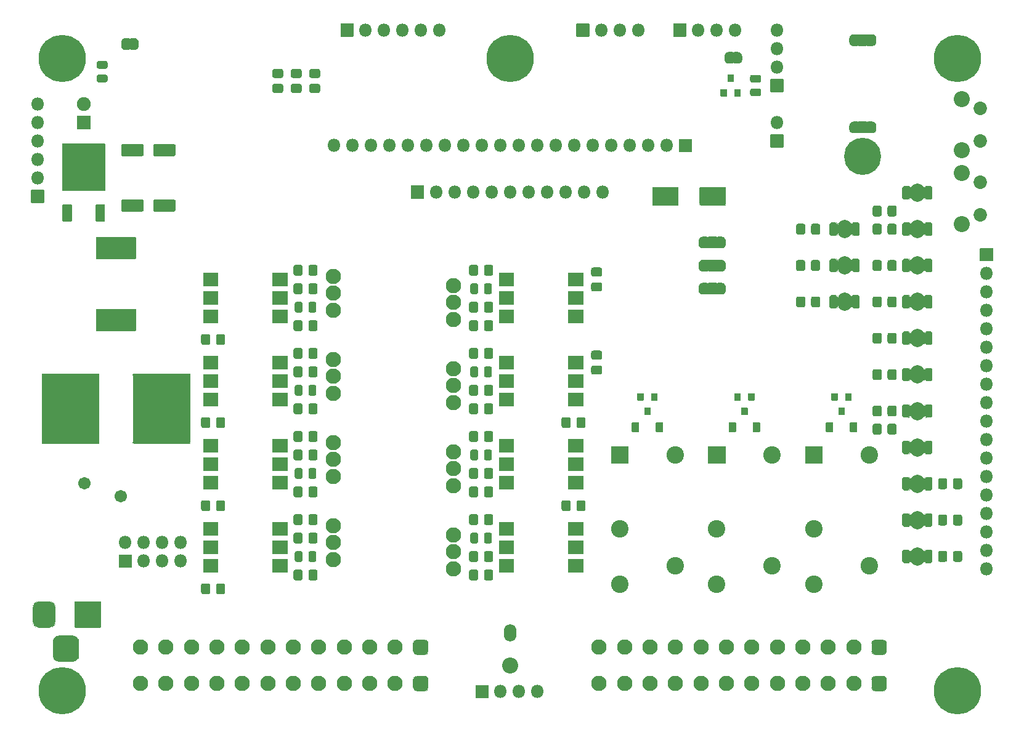
<source format=gbr>
G04 #@! TF.GenerationSoftware,KiCad,Pcbnew,(5.1.9-0-10_14)*
G04 #@! TF.CreationDate,2021-03-25T01:17:32-05:00*
G04 #@! TF.ProjectId,ClimateSprinklerController,436c696d-6174-4655-9370-72696e6b6c65,rev?*
G04 #@! TF.SameCoordinates,Original*
G04 #@! TF.FileFunction,Soldermask,Top*
G04 #@! TF.FilePolarity,Negative*
%FSLAX46Y46*%
G04 Gerber Fmt 4.6, Leading zero omitted, Abs format (unit mm)*
G04 Created by KiCad (PCBNEW (5.1.9-0-10_14)) date 2021-03-25 01:17:32*
%MOMM*%
%LPD*%
G01*
G04 APERTURE LIST*
%ADD10C,1.702000*%
%ADD11C,2.102000*%
%ADD12C,0.100000*%
%ADD13O,1.802000X1.802000*%
%ADD14C,2.202000*%
%ADD15O,1.702000X2.402000*%
%ADD16C,5.102000*%
%ADD17C,1.852000*%
%ADD18C,0.902000*%
%ADD19C,6.502000*%
%ADD20C,1.902000*%
%ADD21C,2.402000*%
%ADD22O,1.902000X2.502000*%
G04 APERTURE END LIST*
D10*
X96520000Y-111760000D03*
X91520000Y-109960000D03*
G36*
G01*
X201101000Y-102021172D02*
X201101000Y-102978828D01*
G75*
G02*
X200828828Y-103251000I-272172J0D01*
G01*
X200121172Y-103251000D01*
G75*
G02*
X199849000Y-102978828I0J272172D01*
G01*
X199849000Y-102021172D01*
G75*
G02*
X200121172Y-101749000I272172J0D01*
G01*
X200828828Y-101749000D01*
G75*
G02*
X201101000Y-102021172I0J-272172D01*
G01*
G37*
G36*
G01*
X203151000Y-102021172D02*
X203151000Y-102978828D01*
G75*
G02*
X202878828Y-103251000I-272172J0D01*
G01*
X202171172Y-103251000D01*
G75*
G02*
X201899000Y-102978828I0J272172D01*
G01*
X201899000Y-102021172D01*
G75*
G02*
X202171172Y-101749000I272172J0D01*
G01*
X202878828Y-101749000D01*
G75*
G02*
X203151000Y-102021172I0J-272172D01*
G01*
G37*
G36*
G01*
X201101000Y-99521172D02*
X201101000Y-100478828D01*
G75*
G02*
X200828828Y-100751000I-272172J0D01*
G01*
X200121172Y-100751000D01*
G75*
G02*
X199849000Y-100478828I0J272172D01*
G01*
X199849000Y-99521172D01*
G75*
G02*
X200121172Y-99249000I272172J0D01*
G01*
X200828828Y-99249000D01*
G75*
G02*
X201101000Y-99521172I0J-272172D01*
G01*
G37*
G36*
G01*
X203151000Y-99521172D02*
X203151000Y-100478828D01*
G75*
G02*
X202878828Y-100751000I-272172J0D01*
G01*
X202171172Y-100751000D01*
G75*
G02*
X201899000Y-100478828I0J272172D01*
G01*
X201899000Y-99521172D01*
G75*
G02*
X202171172Y-99249000I272172J0D01*
G01*
X202878828Y-99249000D01*
G75*
G02*
X203151000Y-99521172I0J-272172D01*
G01*
G37*
G36*
G01*
X201101000Y-94521172D02*
X201101000Y-95478828D01*
G75*
G02*
X200828828Y-95751000I-272172J0D01*
G01*
X200121172Y-95751000D01*
G75*
G02*
X199849000Y-95478828I0J272172D01*
G01*
X199849000Y-94521172D01*
G75*
G02*
X200121172Y-94249000I272172J0D01*
G01*
X200828828Y-94249000D01*
G75*
G02*
X201101000Y-94521172I0J-272172D01*
G01*
G37*
G36*
G01*
X203151000Y-94521172D02*
X203151000Y-95478828D01*
G75*
G02*
X202878828Y-95751000I-272172J0D01*
G01*
X202171172Y-95751000D01*
G75*
G02*
X201899000Y-95478828I0J272172D01*
G01*
X201899000Y-94521172D01*
G75*
G02*
X202171172Y-94249000I272172J0D01*
G01*
X202878828Y-94249000D01*
G75*
G02*
X203151000Y-94521172I0J-272172D01*
G01*
G37*
G36*
G01*
X201101000Y-89521172D02*
X201101000Y-90478828D01*
G75*
G02*
X200828828Y-90751000I-272172J0D01*
G01*
X200121172Y-90751000D01*
G75*
G02*
X199849000Y-90478828I0J272172D01*
G01*
X199849000Y-89521172D01*
G75*
G02*
X200121172Y-89249000I272172J0D01*
G01*
X200828828Y-89249000D01*
G75*
G02*
X201101000Y-89521172I0J-272172D01*
G01*
G37*
G36*
G01*
X203151000Y-89521172D02*
X203151000Y-90478828D01*
G75*
G02*
X202878828Y-90751000I-272172J0D01*
G01*
X202171172Y-90751000D01*
G75*
G02*
X201899000Y-90478828I0J272172D01*
G01*
X201899000Y-89521172D01*
G75*
G02*
X202171172Y-89249000I272172J0D01*
G01*
X202878828Y-89249000D01*
G75*
G02*
X203151000Y-89521172I0J-272172D01*
G01*
G37*
G36*
G01*
X201101000Y-84521172D02*
X201101000Y-85478828D01*
G75*
G02*
X200828828Y-85751000I-272172J0D01*
G01*
X200121172Y-85751000D01*
G75*
G02*
X199849000Y-85478828I0J272172D01*
G01*
X199849000Y-84521172D01*
G75*
G02*
X200121172Y-84249000I272172J0D01*
G01*
X200828828Y-84249000D01*
G75*
G02*
X201101000Y-84521172I0J-272172D01*
G01*
G37*
G36*
G01*
X203151000Y-84521172D02*
X203151000Y-85478828D01*
G75*
G02*
X202878828Y-85751000I-272172J0D01*
G01*
X202171172Y-85751000D01*
G75*
G02*
X201899000Y-85478828I0J272172D01*
G01*
X201899000Y-84521172D01*
G75*
G02*
X202171172Y-84249000I272172J0D01*
G01*
X202878828Y-84249000D01*
G75*
G02*
X203151000Y-84521172I0J-272172D01*
G01*
G37*
G36*
G01*
X201101000Y-79521172D02*
X201101000Y-80478828D01*
G75*
G02*
X200828828Y-80751000I-272172J0D01*
G01*
X200121172Y-80751000D01*
G75*
G02*
X199849000Y-80478828I0J272172D01*
G01*
X199849000Y-79521172D01*
G75*
G02*
X200121172Y-79249000I272172J0D01*
G01*
X200828828Y-79249000D01*
G75*
G02*
X201101000Y-79521172I0J-272172D01*
G01*
G37*
G36*
G01*
X203151000Y-79521172D02*
X203151000Y-80478828D01*
G75*
G02*
X202878828Y-80751000I-272172J0D01*
G01*
X202171172Y-80751000D01*
G75*
G02*
X201899000Y-80478828I0J272172D01*
G01*
X201899000Y-79521172D01*
G75*
G02*
X202171172Y-79249000I272172J0D01*
G01*
X202878828Y-79249000D01*
G75*
G02*
X203151000Y-79521172I0J-272172D01*
G01*
G37*
G36*
G01*
X201101000Y-74521172D02*
X201101000Y-75478828D01*
G75*
G02*
X200828828Y-75751000I-272172J0D01*
G01*
X200121172Y-75751000D01*
G75*
G02*
X199849000Y-75478828I0J272172D01*
G01*
X199849000Y-74521172D01*
G75*
G02*
X200121172Y-74249000I272172J0D01*
G01*
X200828828Y-74249000D01*
G75*
G02*
X201101000Y-74521172I0J-272172D01*
G01*
G37*
G36*
G01*
X203151000Y-74521172D02*
X203151000Y-75478828D01*
G75*
G02*
X202878828Y-75751000I-272172J0D01*
G01*
X202171172Y-75751000D01*
G75*
G02*
X201899000Y-75478828I0J272172D01*
G01*
X201899000Y-74521172D01*
G75*
G02*
X202171172Y-74249000I272172J0D01*
G01*
X202878828Y-74249000D01*
G75*
G02*
X203151000Y-74521172I0J-272172D01*
G01*
G37*
G36*
G01*
X201101000Y-72021172D02*
X201101000Y-72978828D01*
G75*
G02*
X200828828Y-73251000I-272172J0D01*
G01*
X200121172Y-73251000D01*
G75*
G02*
X199849000Y-72978828I0J272172D01*
G01*
X199849000Y-72021172D01*
G75*
G02*
X200121172Y-71749000I272172J0D01*
G01*
X200828828Y-71749000D01*
G75*
G02*
X201101000Y-72021172I0J-272172D01*
G01*
G37*
G36*
G01*
X203151000Y-72021172D02*
X203151000Y-72978828D01*
G75*
G02*
X202878828Y-73251000I-272172J0D01*
G01*
X202171172Y-73251000D01*
G75*
G02*
X201899000Y-72978828I0J272172D01*
G01*
X201899000Y-72021172D01*
G75*
G02*
X202171172Y-71749000I272172J0D01*
G01*
X202878828Y-71749000D01*
G75*
G02*
X203151000Y-72021172I0J-272172D01*
G01*
G37*
G36*
G01*
X93185000Y-85999000D02*
X98585000Y-85999000D01*
G75*
G02*
X98636000Y-86050000I0J-51000D01*
G01*
X98636000Y-88950000D01*
G75*
G02*
X98585000Y-89001000I-51000J0D01*
G01*
X93185000Y-89001000D01*
G75*
G02*
X93134000Y-88950000I0J51000D01*
G01*
X93134000Y-86050000D01*
G75*
G02*
X93185000Y-85999000I51000J0D01*
G01*
G37*
G36*
G01*
X93185000Y-76099000D02*
X98585000Y-76099000D01*
G75*
G02*
X98636000Y-76150000I0J-51000D01*
G01*
X98636000Y-79050000D01*
G75*
G02*
X98585000Y-79101000I-51000J0D01*
G01*
X93185000Y-79101000D01*
G75*
G02*
X93134000Y-79050000I0J51000D01*
G01*
X93134000Y-76150000D01*
G75*
G02*
X93185000Y-76099000I51000J0D01*
G01*
G37*
D11*
X125730000Y-115760000D03*
X125730000Y-118110000D03*
X125730000Y-120460000D03*
X125730000Y-104330000D03*
X125730000Y-106680000D03*
X125730000Y-109030000D03*
X125730000Y-92900000D03*
X125730000Y-95250000D03*
X125730000Y-97600000D03*
X125730000Y-81470000D03*
X125730000Y-83820000D03*
X125730000Y-86170000D03*
X142240000Y-87440000D03*
X142240000Y-85090000D03*
X142240000Y-82740000D03*
X142240000Y-98870000D03*
X142240000Y-96520000D03*
X142240000Y-94170000D03*
X142240000Y-110300000D03*
X142240000Y-107950000D03*
X142240000Y-105600000D03*
X142240000Y-121730000D03*
X142240000Y-119380000D03*
X142240000Y-117030000D03*
G36*
G01*
X122711172Y-55009000D02*
X123668828Y-55009000D01*
G75*
G02*
X123941000Y-55281172I0J-272172D01*
G01*
X123941000Y-55988828D01*
G75*
G02*
X123668828Y-56261000I-272172J0D01*
G01*
X122711172Y-56261000D01*
G75*
G02*
X122439000Y-55988828I0J272172D01*
G01*
X122439000Y-55281172D01*
G75*
G02*
X122711172Y-55009000I272172J0D01*
G01*
G37*
G36*
G01*
X122711172Y-52959000D02*
X123668828Y-52959000D01*
G75*
G02*
X123941000Y-53231172I0J-272172D01*
G01*
X123941000Y-53938828D01*
G75*
G02*
X123668828Y-54211000I-272172J0D01*
G01*
X122711172Y-54211000D01*
G75*
G02*
X122439000Y-53938828I0J272172D01*
G01*
X122439000Y-53231172D01*
G75*
G02*
X122711172Y-52959000I272172J0D01*
G01*
G37*
D12*
G36*
X98446112Y-48729602D02*
G01*
X98464534Y-48729602D01*
X98469533Y-48729848D01*
X98518364Y-48734658D01*
X98523314Y-48735392D01*
X98571439Y-48744964D01*
X98576295Y-48746180D01*
X98623250Y-48760424D01*
X98627961Y-48762110D01*
X98673294Y-48780887D01*
X98677820Y-48783027D01*
X98721093Y-48806158D01*
X98725384Y-48808731D01*
X98766183Y-48835991D01*
X98770204Y-48838973D01*
X98808133Y-48870101D01*
X98811841Y-48873462D01*
X98846538Y-48908159D01*
X98849899Y-48911867D01*
X98881027Y-48949796D01*
X98884009Y-48953817D01*
X98911269Y-48994616D01*
X98913842Y-48998907D01*
X98936973Y-49042180D01*
X98939113Y-49046706D01*
X98957890Y-49092039D01*
X98959576Y-49096750D01*
X98973820Y-49143705D01*
X98975036Y-49148561D01*
X98984608Y-49196686D01*
X98985342Y-49201636D01*
X98990152Y-49250467D01*
X98990398Y-49255466D01*
X98990398Y-49273888D01*
X98991000Y-49280000D01*
X98991000Y-49780000D01*
X98990398Y-49786112D01*
X98990398Y-49804534D01*
X98990152Y-49809533D01*
X98985342Y-49858364D01*
X98984608Y-49863314D01*
X98975036Y-49911439D01*
X98973820Y-49916295D01*
X98959576Y-49963250D01*
X98957890Y-49967961D01*
X98939113Y-50013294D01*
X98936973Y-50017820D01*
X98913842Y-50061093D01*
X98911269Y-50065384D01*
X98884009Y-50106183D01*
X98881027Y-50110204D01*
X98849899Y-50148133D01*
X98846538Y-50151841D01*
X98811841Y-50186538D01*
X98808133Y-50189899D01*
X98770204Y-50221027D01*
X98766183Y-50224009D01*
X98725384Y-50251269D01*
X98721093Y-50253842D01*
X98677820Y-50276973D01*
X98673294Y-50279113D01*
X98627961Y-50297890D01*
X98623250Y-50299576D01*
X98576295Y-50313820D01*
X98571439Y-50315036D01*
X98523314Y-50324608D01*
X98518364Y-50325342D01*
X98469533Y-50330152D01*
X98464534Y-50330398D01*
X98446112Y-50330398D01*
X98440000Y-50331000D01*
X97940000Y-50331000D01*
X97930050Y-50330020D01*
X97920483Y-50327118D01*
X97911666Y-50322405D01*
X97903938Y-50316062D01*
X97897595Y-50308334D01*
X97892882Y-50299517D01*
X97889980Y-50289950D01*
X97889000Y-50280000D01*
X97889000Y-48780000D01*
X97889980Y-48770050D01*
X97892882Y-48760483D01*
X97897595Y-48751666D01*
X97903938Y-48743938D01*
X97911666Y-48737595D01*
X97920483Y-48732882D01*
X97930050Y-48729980D01*
X97940000Y-48729000D01*
X98440000Y-48729000D01*
X98446112Y-48729602D01*
G37*
G36*
X97649950Y-48729980D02*
G01*
X97659517Y-48732882D01*
X97668334Y-48737595D01*
X97676062Y-48743938D01*
X97682405Y-48751666D01*
X97687118Y-48760483D01*
X97690020Y-48770050D01*
X97691000Y-48780000D01*
X97691000Y-50280000D01*
X97690020Y-50289950D01*
X97687118Y-50299517D01*
X97682405Y-50308334D01*
X97676062Y-50316062D01*
X97668334Y-50322405D01*
X97659517Y-50327118D01*
X97649950Y-50330020D01*
X97640000Y-50331000D01*
X97140000Y-50331000D01*
X97133888Y-50330398D01*
X97115466Y-50330398D01*
X97110467Y-50330152D01*
X97061636Y-50325342D01*
X97056686Y-50324608D01*
X97008561Y-50315036D01*
X97003705Y-50313820D01*
X96956750Y-50299576D01*
X96952039Y-50297890D01*
X96906706Y-50279113D01*
X96902180Y-50276973D01*
X96858907Y-50253842D01*
X96854616Y-50251269D01*
X96813817Y-50224009D01*
X96809796Y-50221027D01*
X96771867Y-50189899D01*
X96768159Y-50186538D01*
X96733462Y-50151841D01*
X96730101Y-50148133D01*
X96698973Y-50110204D01*
X96695991Y-50106183D01*
X96668731Y-50065384D01*
X96666158Y-50061093D01*
X96643027Y-50017820D01*
X96640887Y-50013294D01*
X96622110Y-49967961D01*
X96620424Y-49963250D01*
X96606180Y-49916295D01*
X96604964Y-49911439D01*
X96595392Y-49863314D01*
X96594658Y-49858364D01*
X96589848Y-49809533D01*
X96589602Y-49804534D01*
X96589602Y-49786112D01*
X96589000Y-49780000D01*
X96589000Y-49280000D01*
X96589602Y-49273888D01*
X96589602Y-49255466D01*
X96589848Y-49250467D01*
X96594658Y-49201636D01*
X96595392Y-49196686D01*
X96604964Y-49148561D01*
X96606180Y-49143705D01*
X96620424Y-49096750D01*
X96622110Y-49092039D01*
X96640887Y-49046706D01*
X96643027Y-49042180D01*
X96666158Y-48998907D01*
X96668731Y-48994616D01*
X96695991Y-48953817D01*
X96698973Y-48949796D01*
X96730101Y-48911867D01*
X96733462Y-48908159D01*
X96768159Y-48873462D01*
X96771867Y-48870101D01*
X96809796Y-48838973D01*
X96813817Y-48835991D01*
X96854616Y-48808731D01*
X96858907Y-48806158D01*
X96902180Y-48783027D01*
X96906706Y-48780887D01*
X96952039Y-48762110D01*
X96956750Y-48760424D01*
X97003705Y-48746180D01*
X97008561Y-48744964D01*
X97056686Y-48735392D01*
X97061636Y-48734658D01*
X97110467Y-48729848D01*
X97115466Y-48729602D01*
X97133888Y-48729602D01*
X97140000Y-48729000D01*
X97640000Y-48729000D01*
X97649950Y-48729980D01*
G37*
G36*
G01*
X93498250Y-53739000D02*
X94461750Y-53739000D01*
G75*
G02*
X94731000Y-54008250I0J-269250D01*
G01*
X94731000Y-54546750D01*
G75*
G02*
X94461750Y-54816000I-269250J0D01*
G01*
X93498250Y-54816000D01*
G75*
G02*
X93229000Y-54546750I0J269250D01*
G01*
X93229000Y-54008250D01*
G75*
G02*
X93498250Y-53739000I269250J0D01*
G01*
G37*
G36*
G01*
X93498250Y-51864000D02*
X94461750Y-51864000D01*
G75*
G02*
X94731000Y-52133250I0J-269250D01*
G01*
X94731000Y-52671750D01*
G75*
G02*
X94461750Y-52941000I-269250J0D01*
G01*
X93498250Y-52941000D01*
G75*
G02*
X93229000Y-52671750I0J269250D01*
G01*
X93229000Y-52133250D01*
G75*
G02*
X93498250Y-51864000I269250J0D01*
G01*
G37*
D13*
X153790000Y-138600000D03*
X151250000Y-138600000D03*
X148710000Y-138600000D03*
G36*
G01*
X147020000Y-139501000D02*
X145320000Y-139501000D01*
G75*
G02*
X145269000Y-139450000I0J51000D01*
G01*
X145269000Y-137750000D01*
G75*
G02*
X145320000Y-137699000I51000J0D01*
G01*
X147020000Y-137699000D01*
G75*
G02*
X147071000Y-137750000I0J-51000D01*
G01*
X147071000Y-139450000D01*
G75*
G02*
X147020000Y-139501000I-51000J0D01*
G01*
G37*
G36*
G01*
X184250750Y-54846000D02*
X183287250Y-54846000D01*
G75*
G02*
X183018000Y-54576750I0J269250D01*
G01*
X183018000Y-54038250D01*
G75*
G02*
X183287250Y-53769000I269250J0D01*
G01*
X184250750Y-53769000D01*
G75*
G02*
X184520000Y-54038250I0J-269250D01*
G01*
X184520000Y-54576750D01*
G75*
G02*
X184250750Y-54846000I-269250J0D01*
G01*
G37*
G36*
G01*
X184250750Y-56721000D02*
X183287250Y-56721000D01*
G75*
G02*
X183018000Y-56451750I0J269250D01*
G01*
X183018000Y-55913250D01*
G75*
G02*
X183287250Y-55644000I269250J0D01*
G01*
X184250750Y-55644000D01*
G75*
G02*
X184520000Y-55913250I0J-269250D01*
G01*
X184520000Y-56451750D01*
G75*
G02*
X184250750Y-56721000I-269250J0D01*
G01*
G37*
D14*
X150000000Y-135000000D03*
D15*
X150000000Y-130500000D03*
D13*
X162700000Y-69900000D03*
X160160000Y-69900000D03*
X157620000Y-69900000D03*
X155080000Y-69900000D03*
X152540000Y-69900000D03*
X150000000Y-69900000D03*
X147460000Y-69900000D03*
X144920000Y-69900000D03*
X142380000Y-69900000D03*
X139840000Y-69900000D03*
G36*
G01*
X136450000Y-68999000D02*
X138150000Y-68999000D01*
G75*
G02*
X138201000Y-69050000I0J-51000D01*
G01*
X138201000Y-70750000D01*
G75*
G02*
X138150000Y-70801000I-51000J0D01*
G01*
X136450000Y-70801000D01*
G75*
G02*
X136399000Y-70750000I0J51000D01*
G01*
X136399000Y-69050000D01*
G75*
G02*
X136450000Y-68999000I51000J0D01*
G01*
G37*
D16*
X198500000Y-65000000D03*
D12*
G36*
X181377112Y-50634602D02*
G01*
X181395534Y-50634602D01*
X181400533Y-50634848D01*
X181449364Y-50639658D01*
X181454314Y-50640392D01*
X181502439Y-50649964D01*
X181507295Y-50651180D01*
X181554250Y-50665424D01*
X181558961Y-50667110D01*
X181604294Y-50685887D01*
X181608820Y-50688027D01*
X181652093Y-50711158D01*
X181656384Y-50713731D01*
X181697183Y-50740991D01*
X181701204Y-50743973D01*
X181739133Y-50775101D01*
X181742841Y-50778462D01*
X181777538Y-50813159D01*
X181780899Y-50816867D01*
X181812027Y-50854796D01*
X181815009Y-50858817D01*
X181842269Y-50899616D01*
X181844842Y-50903907D01*
X181867973Y-50947180D01*
X181870113Y-50951706D01*
X181888890Y-50997039D01*
X181890576Y-51001750D01*
X181904820Y-51048705D01*
X181906036Y-51053561D01*
X181915608Y-51101686D01*
X181916342Y-51106636D01*
X181921152Y-51155467D01*
X181921398Y-51160466D01*
X181921398Y-51178888D01*
X181922000Y-51185000D01*
X181922000Y-51685000D01*
X181921398Y-51691112D01*
X181921398Y-51709534D01*
X181921152Y-51714533D01*
X181916342Y-51763364D01*
X181915608Y-51768314D01*
X181906036Y-51816439D01*
X181904820Y-51821295D01*
X181890576Y-51868250D01*
X181888890Y-51872961D01*
X181870113Y-51918294D01*
X181867973Y-51922820D01*
X181844842Y-51966093D01*
X181842269Y-51970384D01*
X181815009Y-52011183D01*
X181812027Y-52015204D01*
X181780899Y-52053133D01*
X181777538Y-52056841D01*
X181742841Y-52091538D01*
X181739133Y-52094899D01*
X181701204Y-52126027D01*
X181697183Y-52129009D01*
X181656384Y-52156269D01*
X181652093Y-52158842D01*
X181608820Y-52181973D01*
X181604294Y-52184113D01*
X181558961Y-52202890D01*
X181554250Y-52204576D01*
X181507295Y-52218820D01*
X181502439Y-52220036D01*
X181454314Y-52229608D01*
X181449364Y-52230342D01*
X181400533Y-52235152D01*
X181395534Y-52235398D01*
X181377112Y-52235398D01*
X181371000Y-52236000D01*
X180871000Y-52236000D01*
X180861050Y-52235020D01*
X180851483Y-52232118D01*
X180842666Y-52227405D01*
X180834938Y-52221062D01*
X180828595Y-52213334D01*
X180823882Y-52204517D01*
X180820980Y-52194950D01*
X180820000Y-52185000D01*
X180820000Y-50685000D01*
X180820980Y-50675050D01*
X180823882Y-50665483D01*
X180828595Y-50656666D01*
X180834938Y-50648938D01*
X180842666Y-50642595D01*
X180851483Y-50637882D01*
X180861050Y-50634980D01*
X180871000Y-50634000D01*
X181371000Y-50634000D01*
X181377112Y-50634602D01*
G37*
G36*
X180580950Y-50634980D02*
G01*
X180590517Y-50637882D01*
X180599334Y-50642595D01*
X180607062Y-50648938D01*
X180613405Y-50656666D01*
X180618118Y-50665483D01*
X180621020Y-50675050D01*
X180622000Y-50685000D01*
X180622000Y-52185000D01*
X180621020Y-52194950D01*
X180618118Y-52204517D01*
X180613405Y-52213334D01*
X180607062Y-52221062D01*
X180599334Y-52227405D01*
X180590517Y-52232118D01*
X180580950Y-52235020D01*
X180571000Y-52236000D01*
X180071000Y-52236000D01*
X180064888Y-52235398D01*
X180046466Y-52235398D01*
X180041467Y-52235152D01*
X179992636Y-52230342D01*
X179987686Y-52229608D01*
X179939561Y-52220036D01*
X179934705Y-52218820D01*
X179887750Y-52204576D01*
X179883039Y-52202890D01*
X179837706Y-52184113D01*
X179833180Y-52181973D01*
X179789907Y-52158842D01*
X179785616Y-52156269D01*
X179744817Y-52129009D01*
X179740796Y-52126027D01*
X179702867Y-52094899D01*
X179699159Y-52091538D01*
X179664462Y-52056841D01*
X179661101Y-52053133D01*
X179629973Y-52015204D01*
X179626991Y-52011183D01*
X179599731Y-51970384D01*
X179597158Y-51966093D01*
X179574027Y-51922820D01*
X179571887Y-51918294D01*
X179553110Y-51872961D01*
X179551424Y-51868250D01*
X179537180Y-51821295D01*
X179535964Y-51816439D01*
X179526392Y-51768314D01*
X179525658Y-51763364D01*
X179520848Y-51714533D01*
X179520602Y-51709534D01*
X179520602Y-51691112D01*
X179520000Y-51685000D01*
X179520000Y-51185000D01*
X179520602Y-51178888D01*
X179520602Y-51160466D01*
X179520848Y-51155467D01*
X179525658Y-51106636D01*
X179526392Y-51101686D01*
X179535964Y-51053561D01*
X179537180Y-51048705D01*
X179551424Y-51001750D01*
X179553110Y-50997039D01*
X179571887Y-50951706D01*
X179574027Y-50947180D01*
X179597158Y-50903907D01*
X179599731Y-50899616D01*
X179626991Y-50858817D01*
X179629973Y-50854796D01*
X179661101Y-50816867D01*
X179664462Y-50813159D01*
X179699159Y-50778462D01*
X179702867Y-50775101D01*
X179740796Y-50743973D01*
X179744817Y-50740991D01*
X179785616Y-50713731D01*
X179789907Y-50711158D01*
X179833180Y-50688027D01*
X179837706Y-50685887D01*
X179883039Y-50667110D01*
X179887750Y-50665424D01*
X179934705Y-50651180D01*
X179939561Y-50649964D01*
X179987686Y-50640392D01*
X179992636Y-50639658D01*
X180041467Y-50634848D01*
X180046466Y-50634602D01*
X180064888Y-50634602D01*
X180071000Y-50634000D01*
X180571000Y-50634000D01*
X180580950Y-50634980D01*
G37*
G36*
G01*
X98184000Y-104292734D02*
X98184000Y-95097266D01*
G75*
G02*
X98437266Y-94844000I253266J0D01*
G01*
X105832734Y-94844000D01*
G75*
G02*
X106086000Y-95097266I0J-253266D01*
G01*
X106086000Y-104292734D01*
G75*
G02*
X105832734Y-104546000I-253266J0D01*
G01*
X98437266Y-104546000D01*
G75*
G02*
X98184000Y-104292734I0J253266D01*
G01*
G37*
G36*
G01*
X85684000Y-104292734D02*
X85684000Y-95097266D01*
G75*
G02*
X85937266Y-94844000I253266J0D01*
G01*
X93332734Y-94844000D01*
G75*
G02*
X93586000Y-95097266I0J-253266D01*
G01*
X93586000Y-104292734D01*
G75*
G02*
X93332734Y-104546000I-253266J0D01*
G01*
X85937266Y-104546000D01*
G75*
G02*
X85684000Y-104292734I0J253266D01*
G01*
G37*
D11*
X162250000Y-132500000D03*
X162250000Y-137500000D03*
X165750000Y-132500000D03*
X165750000Y-137500000D03*
X169250000Y-132500000D03*
X169250000Y-137500000D03*
X172750000Y-132500000D03*
X172750000Y-137500000D03*
X176250000Y-132500000D03*
X176250000Y-137500000D03*
X179750000Y-132500000D03*
X179750000Y-137500000D03*
X183250000Y-132500000D03*
X183250000Y-137500000D03*
X186750000Y-132500000D03*
X186750000Y-137500000D03*
X190250000Y-132500000D03*
X190250000Y-137500000D03*
X193750000Y-132500000D03*
X193750000Y-137500000D03*
X197250000Y-132500000D03*
X197250000Y-137500000D03*
G36*
G01*
X201801000Y-131974500D02*
X201801000Y-133025500D01*
G75*
G02*
X201275500Y-133551000I-525500J0D01*
G01*
X200224500Y-133551000D01*
G75*
G02*
X199699000Y-133025500I0J525500D01*
G01*
X199699000Y-131974500D01*
G75*
G02*
X200224500Y-131449000I525500J0D01*
G01*
X201275500Y-131449000D01*
G75*
G02*
X201801000Y-131974500I0J-525500D01*
G01*
G37*
G36*
G01*
X201801000Y-136974500D02*
X201801000Y-138025500D01*
G75*
G02*
X201275500Y-138551000I-525500J0D01*
G01*
X200224500Y-138551000D01*
G75*
G02*
X199699000Y-138025500I0J525500D01*
G01*
X199699000Y-136974500D01*
G75*
G02*
X200224500Y-136449000I525500J0D01*
G01*
X201275500Y-136449000D01*
G75*
G02*
X201801000Y-136974500I0J-525500D01*
G01*
G37*
X99250000Y-132500000D03*
X99250000Y-137500000D03*
X102750000Y-132500000D03*
X102750000Y-137500000D03*
X106250000Y-132500000D03*
X106250000Y-137500000D03*
X109750000Y-132500000D03*
X109750000Y-137500000D03*
X113250000Y-132500000D03*
X113250000Y-137500000D03*
X116750000Y-132500000D03*
X116750000Y-137500000D03*
X120250000Y-132500000D03*
X120250000Y-137500000D03*
X123750000Y-132500000D03*
X123750000Y-137500000D03*
X127250000Y-132500000D03*
X127250000Y-137500000D03*
X130750000Y-132500000D03*
X130750000Y-137500000D03*
X134250000Y-132500000D03*
X134250000Y-137500000D03*
G36*
G01*
X138801000Y-131974500D02*
X138801000Y-133025500D01*
G75*
G02*
X138275500Y-133551000I-525500J0D01*
G01*
X137224500Y-133551000D01*
G75*
G02*
X136699000Y-133025500I0J525500D01*
G01*
X136699000Y-131974500D01*
G75*
G02*
X137224500Y-131449000I525500J0D01*
G01*
X138275500Y-131449000D01*
G75*
G02*
X138801000Y-131974500I0J-525500D01*
G01*
G37*
G36*
G01*
X138801000Y-136974500D02*
X138801000Y-138025500D01*
G75*
G02*
X138275500Y-138551000I-525500J0D01*
G01*
X137224500Y-138551000D01*
G75*
G02*
X136699000Y-138025500I0J525500D01*
G01*
X136699000Y-136974500D01*
G75*
G02*
X137224500Y-136449000I525500J0D01*
G01*
X138275500Y-136449000D01*
G75*
G02*
X138801000Y-136974500I0J-525500D01*
G01*
G37*
D14*
X212140000Y-67275000D03*
D17*
X214630000Y-68525000D03*
X214630000Y-73025000D03*
D14*
X212140000Y-74285000D03*
X212140000Y-57115000D03*
D17*
X214630000Y-58365000D03*
X214630000Y-62865000D03*
D14*
X212140000Y-64125000D03*
D13*
X104775000Y-118110000D03*
X104775000Y-120650000D03*
X102235000Y-118110000D03*
X102235000Y-120650000D03*
X99695000Y-118110000D03*
X99695000Y-120650000D03*
X97155000Y-118110000D03*
G36*
G01*
X98005000Y-121551000D02*
X96305000Y-121551000D01*
G75*
G02*
X96254000Y-121500000I0J51000D01*
G01*
X96254000Y-119800000D01*
G75*
G02*
X96305000Y-119749000I51000J0D01*
G01*
X98005000Y-119749000D01*
G75*
G02*
X98056000Y-119800000I0J-51000D01*
G01*
X98056000Y-121500000D01*
G75*
G02*
X98005000Y-121551000I-51000J0D01*
G01*
G37*
D18*
X213197056Y-136802944D03*
X211500000Y-136100000D03*
X209802944Y-136802944D03*
X209100000Y-138500000D03*
X209802944Y-140197056D03*
X211500000Y-140900000D03*
X213197056Y-140197056D03*
X213900000Y-138500000D03*
D19*
X211500000Y-138500000D03*
D18*
X90197056Y-136802944D03*
X88500000Y-136100000D03*
X86802944Y-136802944D03*
X86100000Y-138500000D03*
X86802944Y-140197056D03*
X88500000Y-140900000D03*
X90197056Y-140197056D03*
X90900000Y-138500000D03*
D19*
X88500000Y-138500000D03*
D18*
X213197056Y-49802944D03*
X211500000Y-49100000D03*
X209802944Y-49802944D03*
X209100000Y-51500000D03*
X209802944Y-53197056D03*
X211500000Y-53900000D03*
X213197056Y-53197056D03*
X213900000Y-51500000D03*
D19*
X211500000Y-51500000D03*
D18*
X151697056Y-49802944D03*
X150000000Y-49100000D03*
X148302944Y-49802944D03*
X147600000Y-51500000D03*
X148302944Y-53197056D03*
X150000000Y-53900000D03*
X151697056Y-53197056D03*
X152400000Y-51500000D03*
D19*
X150000000Y-51500000D03*
D18*
X90197056Y-49802944D03*
X88500000Y-49100000D03*
X86802944Y-49802944D03*
X86100000Y-51500000D03*
X86802944Y-53197056D03*
X88500000Y-53900000D03*
X90197056Y-53197056D03*
X90900000Y-51500000D03*
D19*
X88500000Y-51500000D03*
G36*
G01*
X117379000Y-117095000D02*
X117379000Y-115315000D01*
G75*
G02*
X117430000Y-115264000I51000J0D01*
G01*
X119430000Y-115264000D01*
G75*
G02*
X119481000Y-115315000I0J-51000D01*
G01*
X119481000Y-117095000D01*
G75*
G02*
X119430000Y-117146000I-51000J0D01*
G01*
X117430000Y-117146000D01*
G75*
G02*
X117379000Y-117095000I0J51000D01*
G01*
G37*
G36*
G01*
X107849000Y-122175000D02*
X107849000Y-120395000D01*
G75*
G02*
X107900000Y-120344000I51000J0D01*
G01*
X109900000Y-120344000D01*
G75*
G02*
X109951000Y-120395000I0J-51000D01*
G01*
X109951000Y-122175000D01*
G75*
G02*
X109900000Y-122226000I-51000J0D01*
G01*
X107900000Y-122226000D01*
G75*
G02*
X107849000Y-122175000I0J51000D01*
G01*
G37*
G36*
G01*
X117379000Y-119635000D02*
X117379000Y-117855000D01*
G75*
G02*
X117430000Y-117804000I51000J0D01*
G01*
X119430000Y-117804000D01*
G75*
G02*
X119481000Y-117855000I0J-51000D01*
G01*
X119481000Y-119635000D01*
G75*
G02*
X119430000Y-119686000I-51000J0D01*
G01*
X117430000Y-119686000D01*
G75*
G02*
X117379000Y-119635000I0J51000D01*
G01*
G37*
G36*
G01*
X107849000Y-119635000D02*
X107849000Y-117855000D01*
G75*
G02*
X107900000Y-117804000I51000J0D01*
G01*
X109900000Y-117804000D01*
G75*
G02*
X109951000Y-117855000I0J-51000D01*
G01*
X109951000Y-119635000D01*
G75*
G02*
X109900000Y-119686000I-51000J0D01*
G01*
X107900000Y-119686000D01*
G75*
G02*
X107849000Y-119635000I0J51000D01*
G01*
G37*
G36*
G01*
X117379000Y-122175000D02*
X117379000Y-120395000D01*
G75*
G02*
X117430000Y-120344000I51000J0D01*
G01*
X119430000Y-120344000D01*
G75*
G02*
X119481000Y-120395000I0J-51000D01*
G01*
X119481000Y-122175000D01*
G75*
G02*
X119430000Y-122226000I-51000J0D01*
G01*
X117430000Y-122226000D01*
G75*
G02*
X117379000Y-122175000I0J51000D01*
G01*
G37*
G36*
G01*
X107849000Y-117095000D02*
X107849000Y-115315000D01*
G75*
G02*
X107900000Y-115264000I51000J0D01*
G01*
X109900000Y-115264000D01*
G75*
G02*
X109951000Y-115315000I0J-51000D01*
G01*
X109951000Y-117095000D01*
G75*
G02*
X109900000Y-117146000I-51000J0D01*
G01*
X107900000Y-117146000D01*
G75*
G02*
X107849000Y-117095000I0J51000D01*
G01*
G37*
G36*
G01*
X117379000Y-105665000D02*
X117379000Y-103885000D01*
G75*
G02*
X117430000Y-103834000I51000J0D01*
G01*
X119430000Y-103834000D01*
G75*
G02*
X119481000Y-103885000I0J-51000D01*
G01*
X119481000Y-105665000D01*
G75*
G02*
X119430000Y-105716000I-51000J0D01*
G01*
X117430000Y-105716000D01*
G75*
G02*
X117379000Y-105665000I0J51000D01*
G01*
G37*
G36*
G01*
X107849000Y-110745000D02*
X107849000Y-108965000D01*
G75*
G02*
X107900000Y-108914000I51000J0D01*
G01*
X109900000Y-108914000D01*
G75*
G02*
X109951000Y-108965000I0J-51000D01*
G01*
X109951000Y-110745000D01*
G75*
G02*
X109900000Y-110796000I-51000J0D01*
G01*
X107900000Y-110796000D01*
G75*
G02*
X107849000Y-110745000I0J51000D01*
G01*
G37*
G36*
G01*
X117379000Y-108205000D02*
X117379000Y-106425000D01*
G75*
G02*
X117430000Y-106374000I51000J0D01*
G01*
X119430000Y-106374000D01*
G75*
G02*
X119481000Y-106425000I0J-51000D01*
G01*
X119481000Y-108205000D01*
G75*
G02*
X119430000Y-108256000I-51000J0D01*
G01*
X117430000Y-108256000D01*
G75*
G02*
X117379000Y-108205000I0J51000D01*
G01*
G37*
G36*
G01*
X107849000Y-108205000D02*
X107849000Y-106425000D01*
G75*
G02*
X107900000Y-106374000I51000J0D01*
G01*
X109900000Y-106374000D01*
G75*
G02*
X109951000Y-106425000I0J-51000D01*
G01*
X109951000Y-108205000D01*
G75*
G02*
X109900000Y-108256000I-51000J0D01*
G01*
X107900000Y-108256000D01*
G75*
G02*
X107849000Y-108205000I0J51000D01*
G01*
G37*
G36*
G01*
X117379000Y-110745000D02*
X117379000Y-108965000D01*
G75*
G02*
X117430000Y-108914000I51000J0D01*
G01*
X119430000Y-108914000D01*
G75*
G02*
X119481000Y-108965000I0J-51000D01*
G01*
X119481000Y-110745000D01*
G75*
G02*
X119430000Y-110796000I-51000J0D01*
G01*
X117430000Y-110796000D01*
G75*
G02*
X117379000Y-110745000I0J51000D01*
G01*
G37*
G36*
G01*
X107849000Y-105665000D02*
X107849000Y-103885000D01*
G75*
G02*
X107900000Y-103834000I51000J0D01*
G01*
X109900000Y-103834000D01*
G75*
G02*
X109951000Y-103885000I0J-51000D01*
G01*
X109951000Y-105665000D01*
G75*
G02*
X109900000Y-105716000I-51000J0D01*
G01*
X107900000Y-105716000D01*
G75*
G02*
X107849000Y-105665000I0J51000D01*
G01*
G37*
G36*
G01*
X117379000Y-94235000D02*
X117379000Y-92455000D01*
G75*
G02*
X117430000Y-92404000I51000J0D01*
G01*
X119430000Y-92404000D01*
G75*
G02*
X119481000Y-92455000I0J-51000D01*
G01*
X119481000Y-94235000D01*
G75*
G02*
X119430000Y-94286000I-51000J0D01*
G01*
X117430000Y-94286000D01*
G75*
G02*
X117379000Y-94235000I0J51000D01*
G01*
G37*
G36*
G01*
X107849000Y-99315000D02*
X107849000Y-97535000D01*
G75*
G02*
X107900000Y-97484000I51000J0D01*
G01*
X109900000Y-97484000D01*
G75*
G02*
X109951000Y-97535000I0J-51000D01*
G01*
X109951000Y-99315000D01*
G75*
G02*
X109900000Y-99366000I-51000J0D01*
G01*
X107900000Y-99366000D01*
G75*
G02*
X107849000Y-99315000I0J51000D01*
G01*
G37*
G36*
G01*
X117379000Y-96775000D02*
X117379000Y-94995000D01*
G75*
G02*
X117430000Y-94944000I51000J0D01*
G01*
X119430000Y-94944000D01*
G75*
G02*
X119481000Y-94995000I0J-51000D01*
G01*
X119481000Y-96775000D01*
G75*
G02*
X119430000Y-96826000I-51000J0D01*
G01*
X117430000Y-96826000D01*
G75*
G02*
X117379000Y-96775000I0J51000D01*
G01*
G37*
G36*
G01*
X107849000Y-96775000D02*
X107849000Y-94995000D01*
G75*
G02*
X107900000Y-94944000I51000J0D01*
G01*
X109900000Y-94944000D01*
G75*
G02*
X109951000Y-94995000I0J-51000D01*
G01*
X109951000Y-96775000D01*
G75*
G02*
X109900000Y-96826000I-51000J0D01*
G01*
X107900000Y-96826000D01*
G75*
G02*
X107849000Y-96775000I0J51000D01*
G01*
G37*
G36*
G01*
X117379000Y-99315000D02*
X117379000Y-97535000D01*
G75*
G02*
X117430000Y-97484000I51000J0D01*
G01*
X119430000Y-97484000D01*
G75*
G02*
X119481000Y-97535000I0J-51000D01*
G01*
X119481000Y-99315000D01*
G75*
G02*
X119430000Y-99366000I-51000J0D01*
G01*
X117430000Y-99366000D01*
G75*
G02*
X117379000Y-99315000I0J51000D01*
G01*
G37*
G36*
G01*
X107849000Y-94235000D02*
X107849000Y-92455000D01*
G75*
G02*
X107900000Y-92404000I51000J0D01*
G01*
X109900000Y-92404000D01*
G75*
G02*
X109951000Y-92455000I0J-51000D01*
G01*
X109951000Y-94235000D01*
G75*
G02*
X109900000Y-94286000I-51000J0D01*
G01*
X107900000Y-94286000D01*
G75*
G02*
X107849000Y-94235000I0J51000D01*
G01*
G37*
G36*
G01*
X150591000Y-120395000D02*
X150591000Y-122175000D01*
G75*
G02*
X150540000Y-122226000I-51000J0D01*
G01*
X148540000Y-122226000D01*
G75*
G02*
X148489000Y-122175000I0J51000D01*
G01*
X148489000Y-120395000D01*
G75*
G02*
X148540000Y-120344000I51000J0D01*
G01*
X150540000Y-120344000D01*
G75*
G02*
X150591000Y-120395000I0J-51000D01*
G01*
G37*
G36*
G01*
X160121000Y-115315000D02*
X160121000Y-117095000D01*
G75*
G02*
X160070000Y-117146000I-51000J0D01*
G01*
X158070000Y-117146000D01*
G75*
G02*
X158019000Y-117095000I0J51000D01*
G01*
X158019000Y-115315000D01*
G75*
G02*
X158070000Y-115264000I51000J0D01*
G01*
X160070000Y-115264000D01*
G75*
G02*
X160121000Y-115315000I0J-51000D01*
G01*
G37*
G36*
G01*
X150591000Y-117855000D02*
X150591000Y-119635000D01*
G75*
G02*
X150540000Y-119686000I-51000J0D01*
G01*
X148540000Y-119686000D01*
G75*
G02*
X148489000Y-119635000I0J51000D01*
G01*
X148489000Y-117855000D01*
G75*
G02*
X148540000Y-117804000I51000J0D01*
G01*
X150540000Y-117804000D01*
G75*
G02*
X150591000Y-117855000I0J-51000D01*
G01*
G37*
G36*
G01*
X160121000Y-117855000D02*
X160121000Y-119635000D01*
G75*
G02*
X160070000Y-119686000I-51000J0D01*
G01*
X158070000Y-119686000D01*
G75*
G02*
X158019000Y-119635000I0J51000D01*
G01*
X158019000Y-117855000D01*
G75*
G02*
X158070000Y-117804000I51000J0D01*
G01*
X160070000Y-117804000D01*
G75*
G02*
X160121000Y-117855000I0J-51000D01*
G01*
G37*
G36*
G01*
X150591000Y-115315000D02*
X150591000Y-117095000D01*
G75*
G02*
X150540000Y-117146000I-51000J0D01*
G01*
X148540000Y-117146000D01*
G75*
G02*
X148489000Y-117095000I0J51000D01*
G01*
X148489000Y-115315000D01*
G75*
G02*
X148540000Y-115264000I51000J0D01*
G01*
X150540000Y-115264000D01*
G75*
G02*
X150591000Y-115315000I0J-51000D01*
G01*
G37*
G36*
G01*
X160121000Y-120395000D02*
X160121000Y-122175000D01*
G75*
G02*
X160070000Y-122226000I-51000J0D01*
G01*
X158070000Y-122226000D01*
G75*
G02*
X158019000Y-122175000I0J51000D01*
G01*
X158019000Y-120395000D01*
G75*
G02*
X158070000Y-120344000I51000J0D01*
G01*
X160070000Y-120344000D01*
G75*
G02*
X160121000Y-120395000I0J-51000D01*
G01*
G37*
G36*
G01*
X150591000Y-97535000D02*
X150591000Y-99315000D01*
G75*
G02*
X150540000Y-99366000I-51000J0D01*
G01*
X148540000Y-99366000D01*
G75*
G02*
X148489000Y-99315000I0J51000D01*
G01*
X148489000Y-97535000D01*
G75*
G02*
X148540000Y-97484000I51000J0D01*
G01*
X150540000Y-97484000D01*
G75*
G02*
X150591000Y-97535000I0J-51000D01*
G01*
G37*
G36*
G01*
X160121000Y-92455000D02*
X160121000Y-94235000D01*
G75*
G02*
X160070000Y-94286000I-51000J0D01*
G01*
X158070000Y-94286000D01*
G75*
G02*
X158019000Y-94235000I0J51000D01*
G01*
X158019000Y-92455000D01*
G75*
G02*
X158070000Y-92404000I51000J0D01*
G01*
X160070000Y-92404000D01*
G75*
G02*
X160121000Y-92455000I0J-51000D01*
G01*
G37*
G36*
G01*
X150591000Y-94995000D02*
X150591000Y-96775000D01*
G75*
G02*
X150540000Y-96826000I-51000J0D01*
G01*
X148540000Y-96826000D01*
G75*
G02*
X148489000Y-96775000I0J51000D01*
G01*
X148489000Y-94995000D01*
G75*
G02*
X148540000Y-94944000I51000J0D01*
G01*
X150540000Y-94944000D01*
G75*
G02*
X150591000Y-94995000I0J-51000D01*
G01*
G37*
G36*
G01*
X160121000Y-94995000D02*
X160121000Y-96775000D01*
G75*
G02*
X160070000Y-96826000I-51000J0D01*
G01*
X158070000Y-96826000D01*
G75*
G02*
X158019000Y-96775000I0J51000D01*
G01*
X158019000Y-94995000D01*
G75*
G02*
X158070000Y-94944000I51000J0D01*
G01*
X160070000Y-94944000D01*
G75*
G02*
X160121000Y-94995000I0J-51000D01*
G01*
G37*
G36*
G01*
X150591000Y-92455000D02*
X150591000Y-94235000D01*
G75*
G02*
X150540000Y-94286000I-51000J0D01*
G01*
X148540000Y-94286000D01*
G75*
G02*
X148489000Y-94235000I0J51000D01*
G01*
X148489000Y-92455000D01*
G75*
G02*
X148540000Y-92404000I51000J0D01*
G01*
X150540000Y-92404000D01*
G75*
G02*
X150591000Y-92455000I0J-51000D01*
G01*
G37*
G36*
G01*
X160121000Y-97535000D02*
X160121000Y-99315000D01*
G75*
G02*
X160070000Y-99366000I-51000J0D01*
G01*
X158070000Y-99366000D01*
G75*
G02*
X158019000Y-99315000I0J51000D01*
G01*
X158019000Y-97535000D01*
G75*
G02*
X158070000Y-97484000I51000J0D01*
G01*
X160070000Y-97484000D01*
G75*
G02*
X160121000Y-97535000I0J-51000D01*
G01*
G37*
G36*
G01*
X150591000Y-108965000D02*
X150591000Y-110745000D01*
G75*
G02*
X150540000Y-110796000I-51000J0D01*
G01*
X148540000Y-110796000D01*
G75*
G02*
X148489000Y-110745000I0J51000D01*
G01*
X148489000Y-108965000D01*
G75*
G02*
X148540000Y-108914000I51000J0D01*
G01*
X150540000Y-108914000D01*
G75*
G02*
X150591000Y-108965000I0J-51000D01*
G01*
G37*
G36*
G01*
X160121000Y-103885000D02*
X160121000Y-105665000D01*
G75*
G02*
X160070000Y-105716000I-51000J0D01*
G01*
X158070000Y-105716000D01*
G75*
G02*
X158019000Y-105665000I0J51000D01*
G01*
X158019000Y-103885000D01*
G75*
G02*
X158070000Y-103834000I51000J0D01*
G01*
X160070000Y-103834000D01*
G75*
G02*
X160121000Y-103885000I0J-51000D01*
G01*
G37*
G36*
G01*
X150591000Y-106425000D02*
X150591000Y-108205000D01*
G75*
G02*
X150540000Y-108256000I-51000J0D01*
G01*
X148540000Y-108256000D01*
G75*
G02*
X148489000Y-108205000I0J51000D01*
G01*
X148489000Y-106425000D01*
G75*
G02*
X148540000Y-106374000I51000J0D01*
G01*
X150540000Y-106374000D01*
G75*
G02*
X150591000Y-106425000I0J-51000D01*
G01*
G37*
G36*
G01*
X160121000Y-106425000D02*
X160121000Y-108205000D01*
G75*
G02*
X160070000Y-108256000I-51000J0D01*
G01*
X158070000Y-108256000D01*
G75*
G02*
X158019000Y-108205000I0J51000D01*
G01*
X158019000Y-106425000D01*
G75*
G02*
X158070000Y-106374000I51000J0D01*
G01*
X160070000Y-106374000D01*
G75*
G02*
X160121000Y-106425000I0J-51000D01*
G01*
G37*
G36*
G01*
X150591000Y-103885000D02*
X150591000Y-105665000D01*
G75*
G02*
X150540000Y-105716000I-51000J0D01*
G01*
X148540000Y-105716000D01*
G75*
G02*
X148489000Y-105665000I0J51000D01*
G01*
X148489000Y-103885000D01*
G75*
G02*
X148540000Y-103834000I51000J0D01*
G01*
X150540000Y-103834000D01*
G75*
G02*
X150591000Y-103885000I0J-51000D01*
G01*
G37*
G36*
G01*
X160121000Y-108965000D02*
X160121000Y-110745000D01*
G75*
G02*
X160070000Y-110796000I-51000J0D01*
G01*
X158070000Y-110796000D01*
G75*
G02*
X158019000Y-110745000I0J51000D01*
G01*
X158019000Y-108965000D01*
G75*
G02*
X158070000Y-108914000I51000J0D01*
G01*
X160070000Y-108914000D01*
G75*
G02*
X160121000Y-108965000I0J-51000D01*
G01*
G37*
G36*
G01*
X117379000Y-82805000D02*
X117379000Y-81025000D01*
G75*
G02*
X117430000Y-80974000I51000J0D01*
G01*
X119430000Y-80974000D01*
G75*
G02*
X119481000Y-81025000I0J-51000D01*
G01*
X119481000Y-82805000D01*
G75*
G02*
X119430000Y-82856000I-51000J0D01*
G01*
X117430000Y-82856000D01*
G75*
G02*
X117379000Y-82805000I0J51000D01*
G01*
G37*
G36*
G01*
X107849000Y-87885000D02*
X107849000Y-86105000D01*
G75*
G02*
X107900000Y-86054000I51000J0D01*
G01*
X109900000Y-86054000D01*
G75*
G02*
X109951000Y-86105000I0J-51000D01*
G01*
X109951000Y-87885000D01*
G75*
G02*
X109900000Y-87936000I-51000J0D01*
G01*
X107900000Y-87936000D01*
G75*
G02*
X107849000Y-87885000I0J51000D01*
G01*
G37*
G36*
G01*
X117379000Y-85345000D02*
X117379000Y-83565000D01*
G75*
G02*
X117430000Y-83514000I51000J0D01*
G01*
X119430000Y-83514000D01*
G75*
G02*
X119481000Y-83565000I0J-51000D01*
G01*
X119481000Y-85345000D01*
G75*
G02*
X119430000Y-85396000I-51000J0D01*
G01*
X117430000Y-85396000D01*
G75*
G02*
X117379000Y-85345000I0J51000D01*
G01*
G37*
G36*
G01*
X107849000Y-85345000D02*
X107849000Y-83565000D01*
G75*
G02*
X107900000Y-83514000I51000J0D01*
G01*
X109900000Y-83514000D01*
G75*
G02*
X109951000Y-83565000I0J-51000D01*
G01*
X109951000Y-85345000D01*
G75*
G02*
X109900000Y-85396000I-51000J0D01*
G01*
X107900000Y-85396000D01*
G75*
G02*
X107849000Y-85345000I0J51000D01*
G01*
G37*
G36*
G01*
X117379000Y-87885000D02*
X117379000Y-86105000D01*
G75*
G02*
X117430000Y-86054000I51000J0D01*
G01*
X119430000Y-86054000D01*
G75*
G02*
X119481000Y-86105000I0J-51000D01*
G01*
X119481000Y-87885000D01*
G75*
G02*
X119430000Y-87936000I-51000J0D01*
G01*
X117430000Y-87936000D01*
G75*
G02*
X117379000Y-87885000I0J51000D01*
G01*
G37*
G36*
G01*
X107849000Y-82805000D02*
X107849000Y-81025000D01*
G75*
G02*
X107900000Y-80974000I51000J0D01*
G01*
X109900000Y-80974000D01*
G75*
G02*
X109951000Y-81025000I0J-51000D01*
G01*
X109951000Y-82805000D01*
G75*
G02*
X109900000Y-82856000I-51000J0D01*
G01*
X107900000Y-82856000D01*
G75*
G02*
X107849000Y-82805000I0J51000D01*
G01*
G37*
G36*
G01*
X150591000Y-86105000D02*
X150591000Y-87885000D01*
G75*
G02*
X150540000Y-87936000I-51000J0D01*
G01*
X148540000Y-87936000D01*
G75*
G02*
X148489000Y-87885000I0J51000D01*
G01*
X148489000Y-86105000D01*
G75*
G02*
X148540000Y-86054000I51000J0D01*
G01*
X150540000Y-86054000D01*
G75*
G02*
X150591000Y-86105000I0J-51000D01*
G01*
G37*
G36*
G01*
X160121000Y-81025000D02*
X160121000Y-82805000D01*
G75*
G02*
X160070000Y-82856000I-51000J0D01*
G01*
X158070000Y-82856000D01*
G75*
G02*
X158019000Y-82805000I0J51000D01*
G01*
X158019000Y-81025000D01*
G75*
G02*
X158070000Y-80974000I51000J0D01*
G01*
X160070000Y-80974000D01*
G75*
G02*
X160121000Y-81025000I0J-51000D01*
G01*
G37*
G36*
G01*
X150591000Y-83565000D02*
X150591000Y-85345000D01*
G75*
G02*
X150540000Y-85396000I-51000J0D01*
G01*
X148540000Y-85396000D01*
G75*
G02*
X148489000Y-85345000I0J51000D01*
G01*
X148489000Y-83565000D01*
G75*
G02*
X148540000Y-83514000I51000J0D01*
G01*
X150540000Y-83514000D01*
G75*
G02*
X150591000Y-83565000I0J-51000D01*
G01*
G37*
G36*
G01*
X160121000Y-83565000D02*
X160121000Y-85345000D01*
G75*
G02*
X160070000Y-85396000I-51000J0D01*
G01*
X158070000Y-85396000D01*
G75*
G02*
X158019000Y-85345000I0J51000D01*
G01*
X158019000Y-83565000D01*
G75*
G02*
X158070000Y-83514000I51000J0D01*
G01*
X160070000Y-83514000D01*
G75*
G02*
X160121000Y-83565000I0J-51000D01*
G01*
G37*
G36*
G01*
X150591000Y-81025000D02*
X150591000Y-82805000D01*
G75*
G02*
X150540000Y-82856000I-51000J0D01*
G01*
X148540000Y-82856000D01*
G75*
G02*
X148489000Y-82805000I0J51000D01*
G01*
X148489000Y-81025000D01*
G75*
G02*
X148540000Y-80974000I51000J0D01*
G01*
X150540000Y-80974000D01*
G75*
G02*
X150591000Y-81025000I0J-51000D01*
G01*
G37*
G36*
G01*
X160121000Y-86105000D02*
X160121000Y-87885000D01*
G75*
G02*
X160070000Y-87936000I-51000J0D01*
G01*
X158070000Y-87936000D01*
G75*
G02*
X158019000Y-87885000I0J51000D01*
G01*
X158019000Y-86105000D01*
G75*
G02*
X158070000Y-86054000I51000J0D01*
G01*
X160070000Y-86054000D01*
G75*
G02*
X160121000Y-86105000I0J-51000D01*
G01*
G37*
D13*
X186690000Y-47625000D03*
X186690000Y-50165000D03*
X186690000Y-52705000D03*
G36*
G01*
X185789000Y-56095000D02*
X185789000Y-54395000D01*
G75*
G02*
X185840000Y-54344000I51000J0D01*
G01*
X187540000Y-54344000D01*
G75*
G02*
X187591000Y-54395000I0J-51000D01*
G01*
X187591000Y-56095000D01*
G75*
G02*
X187540000Y-56146000I-51000J0D01*
G01*
X185840000Y-56146000D01*
G75*
G02*
X185789000Y-56095000I0J51000D01*
G01*
G37*
G36*
G01*
X94340001Y-69731000D02*
X88539999Y-69731000D01*
G75*
G02*
X88489000Y-69680001I0J50999D01*
G01*
X88489000Y-63279999D01*
G75*
G02*
X88539999Y-63229000I50999J0D01*
G01*
X94340001Y-63229000D01*
G75*
G02*
X94391000Y-63279999I0J-50999D01*
G01*
X94391000Y-69680001D01*
G75*
G02*
X94340001Y-69731000I-50999J0D01*
G01*
G37*
G36*
G01*
X94320001Y-73931000D02*
X93119999Y-73931000D01*
G75*
G02*
X93069000Y-73880001I0J50999D01*
G01*
X93069000Y-71679999D01*
G75*
G02*
X93119999Y-71629000I50999J0D01*
G01*
X94320001Y-71629000D01*
G75*
G02*
X94371000Y-71679999I0J-50999D01*
G01*
X94371000Y-73880001D01*
G75*
G02*
X94320001Y-73931000I-50999J0D01*
G01*
G37*
G36*
G01*
X89760001Y-73931000D02*
X88559999Y-73931000D01*
G75*
G02*
X88509000Y-73880001I0J50999D01*
G01*
X88509000Y-71679999D01*
G75*
G02*
X88559999Y-71629000I50999J0D01*
G01*
X89760001Y-71629000D01*
G75*
G02*
X89811000Y-71679999I0J-50999D01*
G01*
X89811000Y-73880001D01*
G75*
G02*
X89760001Y-73931000I-50999J0D01*
G01*
G37*
X186690000Y-60325000D03*
G36*
G01*
X185789000Y-63715000D02*
X185789000Y-62015000D01*
G75*
G02*
X185840000Y-61964000I51000J0D01*
G01*
X187540000Y-61964000D01*
G75*
G02*
X187591000Y-62015000I0J-51000D01*
G01*
X187591000Y-63715000D01*
G75*
G02*
X187540000Y-63766000I-51000J0D01*
G01*
X185840000Y-63766000D01*
G75*
G02*
X185789000Y-63715000I0J51000D01*
G01*
G37*
G36*
G01*
X121521000Y-116996172D02*
X121521000Y-117953828D01*
G75*
G02*
X121248828Y-118226000I-272172J0D01*
G01*
X120541172Y-118226000D01*
G75*
G02*
X120269000Y-117953828I0J272172D01*
G01*
X120269000Y-116996172D01*
G75*
G02*
X120541172Y-116724000I272172J0D01*
G01*
X121248828Y-116724000D01*
G75*
G02*
X121521000Y-116996172I0J-272172D01*
G01*
G37*
G36*
G01*
X123571000Y-116996172D02*
X123571000Y-117953828D01*
G75*
G02*
X123298828Y-118226000I-272172J0D01*
G01*
X122591172Y-118226000D01*
G75*
G02*
X122319000Y-117953828I0J272172D01*
G01*
X122319000Y-116996172D01*
G75*
G02*
X122591172Y-116724000I272172J0D01*
G01*
X123298828Y-116724000D01*
G75*
G02*
X123571000Y-116996172I0J-272172D01*
G01*
G37*
G36*
G01*
X121521000Y-105566172D02*
X121521000Y-106523828D01*
G75*
G02*
X121248828Y-106796000I-272172J0D01*
G01*
X120541172Y-106796000D01*
G75*
G02*
X120269000Y-106523828I0J272172D01*
G01*
X120269000Y-105566172D01*
G75*
G02*
X120541172Y-105294000I272172J0D01*
G01*
X121248828Y-105294000D01*
G75*
G02*
X121521000Y-105566172I0J-272172D01*
G01*
G37*
G36*
G01*
X123571000Y-105566172D02*
X123571000Y-106523828D01*
G75*
G02*
X123298828Y-106796000I-272172J0D01*
G01*
X122591172Y-106796000D01*
G75*
G02*
X122319000Y-106523828I0J272172D01*
G01*
X122319000Y-105566172D01*
G75*
G02*
X122591172Y-105294000I272172J0D01*
G01*
X123298828Y-105294000D01*
G75*
G02*
X123571000Y-105566172I0J-272172D01*
G01*
G37*
G36*
G01*
X121521000Y-94136172D02*
X121521000Y-95093828D01*
G75*
G02*
X121248828Y-95366000I-272172J0D01*
G01*
X120541172Y-95366000D01*
G75*
G02*
X120269000Y-95093828I0J272172D01*
G01*
X120269000Y-94136172D01*
G75*
G02*
X120541172Y-93864000I272172J0D01*
G01*
X121248828Y-93864000D01*
G75*
G02*
X121521000Y-94136172I0J-272172D01*
G01*
G37*
G36*
G01*
X123571000Y-94136172D02*
X123571000Y-95093828D01*
G75*
G02*
X123298828Y-95366000I-272172J0D01*
G01*
X122591172Y-95366000D01*
G75*
G02*
X122319000Y-95093828I0J272172D01*
G01*
X122319000Y-94136172D01*
G75*
G02*
X122591172Y-93864000I272172J0D01*
G01*
X123298828Y-93864000D01*
G75*
G02*
X123571000Y-94136172I0J-272172D01*
G01*
G37*
G36*
G01*
X146449000Y-120493828D02*
X146449000Y-119536172D01*
G75*
G02*
X146721172Y-119264000I272172J0D01*
G01*
X147428828Y-119264000D01*
G75*
G02*
X147701000Y-119536172I0J-272172D01*
G01*
X147701000Y-120493828D01*
G75*
G02*
X147428828Y-120766000I-272172J0D01*
G01*
X146721172Y-120766000D01*
G75*
G02*
X146449000Y-120493828I0J272172D01*
G01*
G37*
G36*
G01*
X144399000Y-120493828D02*
X144399000Y-119536172D01*
G75*
G02*
X144671172Y-119264000I272172J0D01*
G01*
X145378828Y-119264000D01*
G75*
G02*
X145651000Y-119536172I0J-272172D01*
G01*
X145651000Y-120493828D01*
G75*
G02*
X145378828Y-120766000I-272172J0D01*
G01*
X144671172Y-120766000D01*
G75*
G02*
X144399000Y-120493828I0J272172D01*
G01*
G37*
G36*
G01*
X146449000Y-97633828D02*
X146449000Y-96676172D01*
G75*
G02*
X146721172Y-96404000I272172J0D01*
G01*
X147428828Y-96404000D01*
G75*
G02*
X147701000Y-96676172I0J-272172D01*
G01*
X147701000Y-97633828D01*
G75*
G02*
X147428828Y-97906000I-272172J0D01*
G01*
X146721172Y-97906000D01*
G75*
G02*
X146449000Y-97633828I0J272172D01*
G01*
G37*
G36*
G01*
X144399000Y-97633828D02*
X144399000Y-96676172D01*
G75*
G02*
X144671172Y-96404000I272172J0D01*
G01*
X145378828Y-96404000D01*
G75*
G02*
X145651000Y-96676172I0J-272172D01*
G01*
X145651000Y-97633828D01*
G75*
G02*
X145378828Y-97906000I-272172J0D01*
G01*
X144671172Y-97906000D01*
G75*
G02*
X144399000Y-97633828I0J272172D01*
G01*
G37*
G36*
G01*
X146449000Y-109063828D02*
X146449000Y-108106172D01*
G75*
G02*
X146721172Y-107834000I272172J0D01*
G01*
X147428828Y-107834000D01*
G75*
G02*
X147701000Y-108106172I0J-272172D01*
G01*
X147701000Y-109063828D01*
G75*
G02*
X147428828Y-109336000I-272172J0D01*
G01*
X146721172Y-109336000D01*
G75*
G02*
X146449000Y-109063828I0J272172D01*
G01*
G37*
G36*
G01*
X144399000Y-109063828D02*
X144399000Y-108106172D01*
G75*
G02*
X144671172Y-107834000I272172J0D01*
G01*
X145378828Y-107834000D01*
G75*
G02*
X145651000Y-108106172I0J-272172D01*
G01*
X145651000Y-109063828D01*
G75*
G02*
X145378828Y-109336000I-272172J0D01*
G01*
X144671172Y-109336000D01*
G75*
G02*
X144399000Y-109063828I0J272172D01*
G01*
G37*
G36*
G01*
X121521000Y-82706172D02*
X121521000Y-83663828D01*
G75*
G02*
X121248828Y-83936000I-272172J0D01*
G01*
X120541172Y-83936000D01*
G75*
G02*
X120269000Y-83663828I0J272172D01*
G01*
X120269000Y-82706172D01*
G75*
G02*
X120541172Y-82434000I272172J0D01*
G01*
X121248828Y-82434000D01*
G75*
G02*
X121521000Y-82706172I0J-272172D01*
G01*
G37*
G36*
G01*
X123571000Y-82706172D02*
X123571000Y-83663828D01*
G75*
G02*
X123298828Y-83936000I-272172J0D01*
G01*
X122591172Y-83936000D01*
G75*
G02*
X122319000Y-83663828I0J272172D01*
G01*
X122319000Y-82706172D01*
G75*
G02*
X122591172Y-82434000I272172J0D01*
G01*
X123298828Y-82434000D01*
G75*
G02*
X123571000Y-82706172I0J-272172D01*
G01*
G37*
G36*
G01*
X146449000Y-86203828D02*
X146449000Y-85246172D01*
G75*
G02*
X146721172Y-84974000I272172J0D01*
G01*
X147428828Y-84974000D01*
G75*
G02*
X147701000Y-85246172I0J-272172D01*
G01*
X147701000Y-86203828D01*
G75*
G02*
X147428828Y-86476000I-272172J0D01*
G01*
X146721172Y-86476000D01*
G75*
G02*
X146449000Y-86203828I0J272172D01*
G01*
G37*
G36*
G01*
X144399000Y-86203828D02*
X144399000Y-85246172D01*
G75*
G02*
X144671172Y-84974000I272172J0D01*
G01*
X145378828Y-84974000D01*
G75*
G02*
X145651000Y-85246172I0J-272172D01*
G01*
X145651000Y-86203828D01*
G75*
G02*
X145378828Y-86476000I-272172J0D01*
G01*
X144671172Y-86476000D01*
G75*
G02*
X144399000Y-86203828I0J272172D01*
G01*
G37*
G36*
G01*
X122319000Y-123033828D02*
X122319000Y-122076172D01*
G75*
G02*
X122591172Y-121804000I272172J0D01*
G01*
X123298828Y-121804000D01*
G75*
G02*
X123571000Y-122076172I0J-272172D01*
G01*
X123571000Y-123033828D01*
G75*
G02*
X123298828Y-123306000I-272172J0D01*
G01*
X122591172Y-123306000D01*
G75*
G02*
X122319000Y-123033828I0J272172D01*
G01*
G37*
G36*
G01*
X120269000Y-123033828D02*
X120269000Y-122076172D01*
G75*
G02*
X120541172Y-121804000I272172J0D01*
G01*
X121248828Y-121804000D01*
G75*
G02*
X121521000Y-122076172I0J-272172D01*
G01*
X121521000Y-123033828D01*
G75*
G02*
X121248828Y-123306000I-272172J0D01*
G01*
X120541172Y-123306000D01*
G75*
G02*
X120269000Y-123033828I0J272172D01*
G01*
G37*
G36*
G01*
X122319000Y-111603828D02*
X122319000Y-110646172D01*
G75*
G02*
X122591172Y-110374000I272172J0D01*
G01*
X123298828Y-110374000D01*
G75*
G02*
X123571000Y-110646172I0J-272172D01*
G01*
X123571000Y-111603828D01*
G75*
G02*
X123298828Y-111876000I-272172J0D01*
G01*
X122591172Y-111876000D01*
G75*
G02*
X122319000Y-111603828I0J272172D01*
G01*
G37*
G36*
G01*
X120269000Y-111603828D02*
X120269000Y-110646172D01*
G75*
G02*
X120541172Y-110374000I272172J0D01*
G01*
X121248828Y-110374000D01*
G75*
G02*
X121521000Y-110646172I0J-272172D01*
G01*
X121521000Y-111603828D01*
G75*
G02*
X121248828Y-111876000I-272172J0D01*
G01*
X120541172Y-111876000D01*
G75*
G02*
X120269000Y-111603828I0J272172D01*
G01*
G37*
G36*
G01*
X122319000Y-100173828D02*
X122319000Y-99216172D01*
G75*
G02*
X122591172Y-98944000I272172J0D01*
G01*
X123298828Y-98944000D01*
G75*
G02*
X123571000Y-99216172I0J-272172D01*
G01*
X123571000Y-100173828D01*
G75*
G02*
X123298828Y-100446000I-272172J0D01*
G01*
X122591172Y-100446000D01*
G75*
G02*
X122319000Y-100173828I0J272172D01*
G01*
G37*
G36*
G01*
X120269000Y-100173828D02*
X120269000Y-99216172D01*
G75*
G02*
X120541172Y-98944000I272172J0D01*
G01*
X121248828Y-98944000D01*
G75*
G02*
X121521000Y-99216172I0J-272172D01*
G01*
X121521000Y-100173828D01*
G75*
G02*
X121248828Y-100446000I-272172J0D01*
G01*
X120541172Y-100446000D01*
G75*
G02*
X120269000Y-100173828I0J272172D01*
G01*
G37*
G36*
G01*
X145651000Y-114456172D02*
X145651000Y-115413828D01*
G75*
G02*
X145378828Y-115686000I-272172J0D01*
G01*
X144671172Y-115686000D01*
G75*
G02*
X144399000Y-115413828I0J272172D01*
G01*
X144399000Y-114456172D01*
G75*
G02*
X144671172Y-114184000I272172J0D01*
G01*
X145378828Y-114184000D01*
G75*
G02*
X145651000Y-114456172I0J-272172D01*
G01*
G37*
G36*
G01*
X147701000Y-114456172D02*
X147701000Y-115413828D01*
G75*
G02*
X147428828Y-115686000I-272172J0D01*
G01*
X146721172Y-115686000D01*
G75*
G02*
X146449000Y-115413828I0J272172D01*
G01*
X146449000Y-114456172D01*
G75*
G02*
X146721172Y-114184000I272172J0D01*
G01*
X147428828Y-114184000D01*
G75*
G02*
X147701000Y-114456172I0J-272172D01*
G01*
G37*
G36*
G01*
X145651000Y-91596172D02*
X145651000Y-92553828D01*
G75*
G02*
X145378828Y-92826000I-272172J0D01*
G01*
X144671172Y-92826000D01*
G75*
G02*
X144399000Y-92553828I0J272172D01*
G01*
X144399000Y-91596172D01*
G75*
G02*
X144671172Y-91324000I272172J0D01*
G01*
X145378828Y-91324000D01*
G75*
G02*
X145651000Y-91596172I0J-272172D01*
G01*
G37*
G36*
G01*
X147701000Y-91596172D02*
X147701000Y-92553828D01*
G75*
G02*
X147428828Y-92826000I-272172J0D01*
G01*
X146721172Y-92826000D01*
G75*
G02*
X146449000Y-92553828I0J272172D01*
G01*
X146449000Y-91596172D01*
G75*
G02*
X146721172Y-91324000I272172J0D01*
G01*
X147428828Y-91324000D01*
G75*
G02*
X147701000Y-91596172I0J-272172D01*
G01*
G37*
G36*
G01*
X145651000Y-103026172D02*
X145651000Y-103983828D01*
G75*
G02*
X145378828Y-104256000I-272172J0D01*
G01*
X144671172Y-104256000D01*
G75*
G02*
X144399000Y-103983828I0J272172D01*
G01*
X144399000Y-103026172D01*
G75*
G02*
X144671172Y-102754000I272172J0D01*
G01*
X145378828Y-102754000D01*
G75*
G02*
X145651000Y-103026172I0J-272172D01*
G01*
G37*
G36*
G01*
X147701000Y-103026172D02*
X147701000Y-103983828D01*
G75*
G02*
X147428828Y-104256000I-272172J0D01*
G01*
X146721172Y-104256000D01*
G75*
G02*
X146449000Y-103983828I0J272172D01*
G01*
X146449000Y-103026172D01*
G75*
G02*
X146721172Y-102754000I272172J0D01*
G01*
X147428828Y-102754000D01*
G75*
G02*
X147701000Y-103026172I0J-272172D01*
G01*
G37*
G36*
G01*
X122319000Y-88743828D02*
X122319000Y-87786172D01*
G75*
G02*
X122591172Y-87514000I272172J0D01*
G01*
X123298828Y-87514000D01*
G75*
G02*
X123571000Y-87786172I0J-272172D01*
G01*
X123571000Y-88743828D01*
G75*
G02*
X123298828Y-89016000I-272172J0D01*
G01*
X122591172Y-89016000D01*
G75*
G02*
X122319000Y-88743828I0J272172D01*
G01*
G37*
G36*
G01*
X120269000Y-88743828D02*
X120269000Y-87786172D01*
G75*
G02*
X120541172Y-87514000I272172J0D01*
G01*
X121248828Y-87514000D01*
G75*
G02*
X121521000Y-87786172I0J-272172D01*
G01*
X121521000Y-88743828D01*
G75*
G02*
X121248828Y-89016000I-272172J0D01*
G01*
X120541172Y-89016000D01*
G75*
G02*
X120269000Y-88743828I0J272172D01*
G01*
G37*
G36*
G01*
X145651000Y-80166172D02*
X145651000Y-81123828D01*
G75*
G02*
X145378828Y-81396000I-272172J0D01*
G01*
X144671172Y-81396000D01*
G75*
G02*
X144399000Y-81123828I0J272172D01*
G01*
X144399000Y-80166172D01*
G75*
G02*
X144671172Y-79894000I272172J0D01*
G01*
X145378828Y-79894000D01*
G75*
G02*
X145651000Y-80166172I0J-272172D01*
G01*
G37*
G36*
G01*
X147701000Y-80166172D02*
X147701000Y-81123828D01*
G75*
G02*
X147428828Y-81396000I-272172J0D01*
G01*
X146721172Y-81396000D01*
G75*
G02*
X146449000Y-81123828I0J272172D01*
G01*
X146449000Y-80166172D01*
G75*
G02*
X146721172Y-79894000I272172J0D01*
G01*
X147428828Y-79894000D01*
G75*
G02*
X147701000Y-80166172I0J-272172D01*
G01*
G37*
G36*
G01*
X121521000Y-114456172D02*
X121521000Y-115413828D01*
G75*
G02*
X121248828Y-115686000I-272172J0D01*
G01*
X120541172Y-115686000D01*
G75*
G02*
X120269000Y-115413828I0J272172D01*
G01*
X120269000Y-114456172D01*
G75*
G02*
X120541172Y-114184000I272172J0D01*
G01*
X121248828Y-114184000D01*
G75*
G02*
X121521000Y-114456172I0J-272172D01*
G01*
G37*
G36*
G01*
X123571000Y-114456172D02*
X123571000Y-115413828D01*
G75*
G02*
X123298828Y-115686000I-272172J0D01*
G01*
X122591172Y-115686000D01*
G75*
G02*
X122319000Y-115413828I0J272172D01*
G01*
X122319000Y-114456172D01*
G75*
G02*
X122591172Y-114184000I272172J0D01*
G01*
X123298828Y-114184000D01*
G75*
G02*
X123571000Y-114456172I0J-272172D01*
G01*
G37*
G36*
G01*
X121521000Y-103026172D02*
X121521000Y-103983828D01*
G75*
G02*
X121248828Y-104256000I-272172J0D01*
G01*
X120541172Y-104256000D01*
G75*
G02*
X120269000Y-103983828I0J272172D01*
G01*
X120269000Y-103026172D01*
G75*
G02*
X120541172Y-102754000I272172J0D01*
G01*
X121248828Y-102754000D01*
G75*
G02*
X121521000Y-103026172I0J-272172D01*
G01*
G37*
G36*
G01*
X123571000Y-103026172D02*
X123571000Y-103983828D01*
G75*
G02*
X123298828Y-104256000I-272172J0D01*
G01*
X122591172Y-104256000D01*
G75*
G02*
X122319000Y-103983828I0J272172D01*
G01*
X122319000Y-103026172D01*
G75*
G02*
X122591172Y-102754000I272172J0D01*
G01*
X123298828Y-102754000D01*
G75*
G02*
X123571000Y-103026172I0J-272172D01*
G01*
G37*
G36*
G01*
X121521000Y-91596172D02*
X121521000Y-92553828D01*
G75*
G02*
X121248828Y-92826000I-272172J0D01*
G01*
X120541172Y-92826000D01*
G75*
G02*
X120269000Y-92553828I0J272172D01*
G01*
X120269000Y-91596172D01*
G75*
G02*
X120541172Y-91324000I272172J0D01*
G01*
X121248828Y-91324000D01*
G75*
G02*
X121521000Y-91596172I0J-272172D01*
G01*
G37*
G36*
G01*
X123571000Y-91596172D02*
X123571000Y-92553828D01*
G75*
G02*
X123298828Y-92826000I-272172J0D01*
G01*
X122591172Y-92826000D01*
G75*
G02*
X122319000Y-92553828I0J272172D01*
G01*
X122319000Y-91596172D01*
G75*
G02*
X122591172Y-91324000I272172J0D01*
G01*
X123298828Y-91324000D01*
G75*
G02*
X123571000Y-91596172I0J-272172D01*
G01*
G37*
G36*
G01*
X146449000Y-123033828D02*
X146449000Y-122076172D01*
G75*
G02*
X146721172Y-121804000I272172J0D01*
G01*
X147428828Y-121804000D01*
G75*
G02*
X147701000Y-122076172I0J-272172D01*
G01*
X147701000Y-123033828D01*
G75*
G02*
X147428828Y-123306000I-272172J0D01*
G01*
X146721172Y-123306000D01*
G75*
G02*
X146449000Y-123033828I0J272172D01*
G01*
G37*
G36*
G01*
X144399000Y-123033828D02*
X144399000Y-122076172D01*
G75*
G02*
X144671172Y-121804000I272172J0D01*
G01*
X145378828Y-121804000D01*
G75*
G02*
X145651000Y-122076172I0J-272172D01*
G01*
X145651000Y-123033828D01*
G75*
G02*
X145378828Y-123306000I-272172J0D01*
G01*
X144671172Y-123306000D01*
G75*
G02*
X144399000Y-123033828I0J272172D01*
G01*
G37*
G36*
G01*
X146449000Y-100173828D02*
X146449000Y-99216172D01*
G75*
G02*
X146721172Y-98944000I272172J0D01*
G01*
X147428828Y-98944000D01*
G75*
G02*
X147701000Y-99216172I0J-272172D01*
G01*
X147701000Y-100173828D01*
G75*
G02*
X147428828Y-100446000I-272172J0D01*
G01*
X146721172Y-100446000D01*
G75*
G02*
X146449000Y-100173828I0J272172D01*
G01*
G37*
G36*
G01*
X144399000Y-100173828D02*
X144399000Y-99216172D01*
G75*
G02*
X144671172Y-98944000I272172J0D01*
G01*
X145378828Y-98944000D01*
G75*
G02*
X145651000Y-99216172I0J-272172D01*
G01*
X145651000Y-100173828D01*
G75*
G02*
X145378828Y-100446000I-272172J0D01*
G01*
X144671172Y-100446000D01*
G75*
G02*
X144399000Y-100173828I0J272172D01*
G01*
G37*
G36*
G01*
X146449000Y-111603828D02*
X146449000Y-110646172D01*
G75*
G02*
X146721172Y-110374000I272172J0D01*
G01*
X147428828Y-110374000D01*
G75*
G02*
X147701000Y-110646172I0J-272172D01*
G01*
X147701000Y-111603828D01*
G75*
G02*
X147428828Y-111876000I-272172J0D01*
G01*
X146721172Y-111876000D01*
G75*
G02*
X146449000Y-111603828I0J272172D01*
G01*
G37*
G36*
G01*
X144399000Y-111603828D02*
X144399000Y-110646172D01*
G75*
G02*
X144671172Y-110374000I272172J0D01*
G01*
X145378828Y-110374000D01*
G75*
G02*
X145651000Y-110646172I0J-272172D01*
G01*
X145651000Y-111603828D01*
G75*
G02*
X145378828Y-111876000I-272172J0D01*
G01*
X144671172Y-111876000D01*
G75*
G02*
X144399000Y-111603828I0J272172D01*
G01*
G37*
G36*
G01*
X121521000Y-80166172D02*
X121521000Y-81123828D01*
G75*
G02*
X121248828Y-81396000I-272172J0D01*
G01*
X120541172Y-81396000D01*
G75*
G02*
X120269000Y-81123828I0J272172D01*
G01*
X120269000Y-80166172D01*
G75*
G02*
X120541172Y-79894000I272172J0D01*
G01*
X121248828Y-79894000D01*
G75*
G02*
X121521000Y-80166172I0J-272172D01*
G01*
G37*
G36*
G01*
X123571000Y-80166172D02*
X123571000Y-81123828D01*
G75*
G02*
X123298828Y-81396000I-272172J0D01*
G01*
X122591172Y-81396000D01*
G75*
G02*
X122319000Y-81123828I0J272172D01*
G01*
X122319000Y-80166172D01*
G75*
G02*
X122591172Y-79894000I272172J0D01*
G01*
X123298828Y-79894000D01*
G75*
G02*
X123571000Y-80166172I0J-272172D01*
G01*
G37*
G36*
G01*
X146449000Y-88743828D02*
X146449000Y-87786172D01*
G75*
G02*
X146721172Y-87514000I272172J0D01*
G01*
X147428828Y-87514000D01*
G75*
G02*
X147701000Y-87786172I0J-272172D01*
G01*
X147701000Y-88743828D01*
G75*
G02*
X147428828Y-89016000I-272172J0D01*
G01*
X146721172Y-89016000D01*
G75*
G02*
X146449000Y-88743828I0J272172D01*
G01*
G37*
G36*
G01*
X144399000Y-88743828D02*
X144399000Y-87786172D01*
G75*
G02*
X144671172Y-87514000I272172J0D01*
G01*
X145378828Y-87514000D01*
G75*
G02*
X145651000Y-87786172I0J-272172D01*
G01*
X145651000Y-88743828D01*
G75*
G02*
X145378828Y-89016000I-272172J0D01*
G01*
X144671172Y-89016000D01*
G75*
G02*
X144399000Y-88743828I0J272172D01*
G01*
G37*
G36*
G01*
X108821000Y-123981172D02*
X108821000Y-124938828D01*
G75*
G02*
X108548828Y-125211000I-272172J0D01*
G01*
X107841172Y-125211000D01*
G75*
G02*
X107569000Y-124938828I0J272172D01*
G01*
X107569000Y-123981172D01*
G75*
G02*
X107841172Y-123709000I272172J0D01*
G01*
X108548828Y-123709000D01*
G75*
G02*
X108821000Y-123981172I0J-272172D01*
G01*
G37*
G36*
G01*
X110871000Y-123981172D02*
X110871000Y-124938828D01*
G75*
G02*
X110598828Y-125211000I-272172J0D01*
G01*
X109891172Y-125211000D01*
G75*
G02*
X109619000Y-124938828I0J272172D01*
G01*
X109619000Y-123981172D01*
G75*
G02*
X109891172Y-123709000I272172J0D01*
G01*
X110598828Y-123709000D01*
G75*
G02*
X110871000Y-123981172I0J-272172D01*
G01*
G37*
G36*
G01*
X108821000Y-112551172D02*
X108821000Y-113508828D01*
G75*
G02*
X108548828Y-113781000I-272172J0D01*
G01*
X107841172Y-113781000D01*
G75*
G02*
X107569000Y-113508828I0J272172D01*
G01*
X107569000Y-112551172D01*
G75*
G02*
X107841172Y-112279000I272172J0D01*
G01*
X108548828Y-112279000D01*
G75*
G02*
X108821000Y-112551172I0J-272172D01*
G01*
G37*
G36*
G01*
X110871000Y-112551172D02*
X110871000Y-113508828D01*
G75*
G02*
X110598828Y-113781000I-272172J0D01*
G01*
X109891172Y-113781000D01*
G75*
G02*
X109619000Y-113508828I0J272172D01*
G01*
X109619000Y-112551172D01*
G75*
G02*
X109891172Y-112279000I272172J0D01*
G01*
X110598828Y-112279000D01*
G75*
G02*
X110871000Y-112551172I0J-272172D01*
G01*
G37*
G36*
G01*
X108821000Y-101121172D02*
X108821000Y-102078828D01*
G75*
G02*
X108548828Y-102351000I-272172J0D01*
G01*
X107841172Y-102351000D01*
G75*
G02*
X107569000Y-102078828I0J272172D01*
G01*
X107569000Y-101121172D01*
G75*
G02*
X107841172Y-100849000I272172J0D01*
G01*
X108548828Y-100849000D01*
G75*
G02*
X108821000Y-101121172I0J-272172D01*
G01*
G37*
G36*
G01*
X110871000Y-101121172D02*
X110871000Y-102078828D01*
G75*
G02*
X110598828Y-102351000I-272172J0D01*
G01*
X109891172Y-102351000D01*
G75*
G02*
X109619000Y-102078828I0J272172D01*
G01*
X109619000Y-101121172D01*
G75*
G02*
X109891172Y-100849000I272172J0D01*
G01*
X110598828Y-100849000D01*
G75*
G02*
X110871000Y-101121172I0J-272172D01*
G01*
G37*
G36*
G01*
X159149000Y-113508828D02*
X159149000Y-112551172D01*
G75*
G02*
X159421172Y-112279000I272172J0D01*
G01*
X160128828Y-112279000D01*
G75*
G02*
X160401000Y-112551172I0J-272172D01*
G01*
X160401000Y-113508828D01*
G75*
G02*
X160128828Y-113781000I-272172J0D01*
G01*
X159421172Y-113781000D01*
G75*
G02*
X159149000Y-113508828I0J272172D01*
G01*
G37*
G36*
G01*
X157099000Y-113508828D02*
X157099000Y-112551172D01*
G75*
G02*
X157371172Y-112279000I272172J0D01*
G01*
X158078828Y-112279000D01*
G75*
G02*
X158351000Y-112551172I0J-272172D01*
G01*
X158351000Y-113508828D01*
G75*
G02*
X158078828Y-113781000I-272172J0D01*
G01*
X157371172Y-113781000D01*
G75*
G02*
X157099000Y-113508828I0J272172D01*
G01*
G37*
G36*
G01*
X162403828Y-92946000D02*
X161446172Y-92946000D01*
G75*
G02*
X161174000Y-92673828I0J272172D01*
G01*
X161174000Y-91966172D01*
G75*
G02*
X161446172Y-91694000I272172J0D01*
G01*
X162403828Y-91694000D01*
G75*
G02*
X162676000Y-91966172I0J-272172D01*
G01*
X162676000Y-92673828D01*
G75*
G02*
X162403828Y-92946000I-272172J0D01*
G01*
G37*
G36*
G01*
X162403828Y-94996000D02*
X161446172Y-94996000D01*
G75*
G02*
X161174000Y-94723828I0J272172D01*
G01*
X161174000Y-94016172D01*
G75*
G02*
X161446172Y-93744000I272172J0D01*
G01*
X162403828Y-93744000D01*
G75*
G02*
X162676000Y-94016172I0J-272172D01*
G01*
X162676000Y-94723828D01*
G75*
G02*
X162403828Y-94996000I-272172J0D01*
G01*
G37*
G36*
G01*
X159149000Y-102078828D02*
X159149000Y-101121172D01*
G75*
G02*
X159421172Y-100849000I272172J0D01*
G01*
X160128828Y-100849000D01*
G75*
G02*
X160401000Y-101121172I0J-272172D01*
G01*
X160401000Y-102078828D01*
G75*
G02*
X160128828Y-102351000I-272172J0D01*
G01*
X159421172Y-102351000D01*
G75*
G02*
X159149000Y-102078828I0J272172D01*
G01*
G37*
G36*
G01*
X157099000Y-102078828D02*
X157099000Y-101121172D01*
G75*
G02*
X157371172Y-100849000I272172J0D01*
G01*
X158078828Y-100849000D01*
G75*
G02*
X158351000Y-101121172I0J-272172D01*
G01*
X158351000Y-102078828D01*
G75*
G02*
X158078828Y-102351000I-272172J0D01*
G01*
X157371172Y-102351000D01*
G75*
G02*
X157099000Y-102078828I0J272172D01*
G01*
G37*
G36*
G01*
X108821000Y-89691172D02*
X108821000Y-90648828D01*
G75*
G02*
X108548828Y-90921000I-272172J0D01*
G01*
X107841172Y-90921000D01*
G75*
G02*
X107569000Y-90648828I0J272172D01*
G01*
X107569000Y-89691172D01*
G75*
G02*
X107841172Y-89419000I272172J0D01*
G01*
X108548828Y-89419000D01*
G75*
G02*
X108821000Y-89691172I0J-272172D01*
G01*
G37*
G36*
G01*
X110871000Y-89691172D02*
X110871000Y-90648828D01*
G75*
G02*
X110598828Y-90921000I-272172J0D01*
G01*
X109891172Y-90921000D01*
G75*
G02*
X109619000Y-90648828I0J272172D01*
G01*
X109619000Y-89691172D01*
G75*
G02*
X109891172Y-89419000I272172J0D01*
G01*
X110598828Y-89419000D01*
G75*
G02*
X110871000Y-89691172I0J-272172D01*
G01*
G37*
G36*
G01*
X162403828Y-81516000D02*
X161446172Y-81516000D01*
G75*
G02*
X161174000Y-81243828I0J272172D01*
G01*
X161174000Y-80536172D01*
G75*
G02*
X161446172Y-80264000I272172J0D01*
G01*
X162403828Y-80264000D01*
G75*
G02*
X162676000Y-80536172I0J-272172D01*
G01*
X162676000Y-81243828D01*
G75*
G02*
X162403828Y-81516000I-272172J0D01*
G01*
G37*
G36*
G01*
X162403828Y-83566000D02*
X161446172Y-83566000D01*
G75*
G02*
X161174000Y-83293828I0J272172D01*
G01*
X161174000Y-82586172D01*
G75*
G02*
X161446172Y-82314000I272172J0D01*
G01*
X162403828Y-82314000D01*
G75*
G02*
X162676000Y-82586172I0J-272172D01*
G01*
X162676000Y-83293828D01*
G75*
G02*
X162403828Y-83566000I-272172J0D01*
G01*
G37*
G36*
G01*
X210101000Y-109521172D02*
X210101000Y-110478828D01*
G75*
G02*
X209828828Y-110751000I-272172J0D01*
G01*
X209121172Y-110751000D01*
G75*
G02*
X208849000Y-110478828I0J272172D01*
G01*
X208849000Y-109521172D01*
G75*
G02*
X209121172Y-109249000I272172J0D01*
G01*
X209828828Y-109249000D01*
G75*
G02*
X210101000Y-109521172I0J-272172D01*
G01*
G37*
G36*
G01*
X212151000Y-109521172D02*
X212151000Y-110478828D01*
G75*
G02*
X211878828Y-110751000I-272172J0D01*
G01*
X211171172Y-110751000D01*
G75*
G02*
X210899000Y-110478828I0J272172D01*
G01*
X210899000Y-109521172D01*
G75*
G02*
X211171172Y-109249000I272172J0D01*
G01*
X211878828Y-109249000D01*
G75*
G02*
X212151000Y-109521172I0J-272172D01*
G01*
G37*
G36*
G01*
X210101000Y-114521172D02*
X210101000Y-115478828D01*
G75*
G02*
X209828828Y-115751000I-272172J0D01*
G01*
X209121172Y-115751000D01*
G75*
G02*
X208849000Y-115478828I0J272172D01*
G01*
X208849000Y-114521172D01*
G75*
G02*
X209121172Y-114249000I272172J0D01*
G01*
X209828828Y-114249000D01*
G75*
G02*
X210101000Y-114521172I0J-272172D01*
G01*
G37*
G36*
G01*
X212151000Y-114521172D02*
X212151000Y-115478828D01*
G75*
G02*
X211878828Y-115751000I-272172J0D01*
G01*
X211171172Y-115751000D01*
G75*
G02*
X210899000Y-115478828I0J272172D01*
G01*
X210899000Y-114521172D01*
G75*
G02*
X211171172Y-114249000I272172J0D01*
G01*
X211878828Y-114249000D01*
G75*
G02*
X212151000Y-114521172I0J-272172D01*
G01*
G37*
G36*
G01*
X210101000Y-119521172D02*
X210101000Y-120478828D01*
G75*
G02*
X209828828Y-120751000I-272172J0D01*
G01*
X209121172Y-120751000D01*
G75*
G02*
X208849000Y-120478828I0J272172D01*
G01*
X208849000Y-119521172D01*
G75*
G02*
X209121172Y-119249000I272172J0D01*
G01*
X209828828Y-119249000D01*
G75*
G02*
X210101000Y-119521172I0J-272172D01*
G01*
G37*
G36*
G01*
X212151000Y-119521172D02*
X212151000Y-120478828D01*
G75*
G02*
X211878828Y-120751000I-272172J0D01*
G01*
X211171172Y-120751000D01*
G75*
G02*
X210899000Y-120478828I0J272172D01*
G01*
X210899000Y-119521172D01*
G75*
G02*
X211171172Y-119249000I272172J0D01*
G01*
X211878828Y-119249000D01*
G75*
G02*
X212151000Y-119521172I0J-272172D01*
G01*
G37*
G36*
G01*
X190601000Y-84521172D02*
X190601000Y-85478828D01*
G75*
G02*
X190328828Y-85751000I-272172J0D01*
G01*
X189621172Y-85751000D01*
G75*
G02*
X189349000Y-85478828I0J272172D01*
G01*
X189349000Y-84521172D01*
G75*
G02*
X189621172Y-84249000I272172J0D01*
G01*
X190328828Y-84249000D01*
G75*
G02*
X190601000Y-84521172I0J-272172D01*
G01*
G37*
G36*
G01*
X192651000Y-84521172D02*
X192651000Y-85478828D01*
G75*
G02*
X192378828Y-85751000I-272172J0D01*
G01*
X191671172Y-85751000D01*
G75*
G02*
X191399000Y-85478828I0J272172D01*
G01*
X191399000Y-84521172D01*
G75*
G02*
X191671172Y-84249000I272172J0D01*
G01*
X192378828Y-84249000D01*
G75*
G02*
X192651000Y-84521172I0J-272172D01*
G01*
G37*
G36*
G01*
X120171172Y-55009000D02*
X121128828Y-55009000D01*
G75*
G02*
X121401000Y-55281172I0J-272172D01*
G01*
X121401000Y-55988828D01*
G75*
G02*
X121128828Y-56261000I-272172J0D01*
G01*
X120171172Y-56261000D01*
G75*
G02*
X119899000Y-55988828I0J272172D01*
G01*
X119899000Y-55281172D01*
G75*
G02*
X120171172Y-55009000I272172J0D01*
G01*
G37*
G36*
G01*
X120171172Y-52959000D02*
X121128828Y-52959000D01*
G75*
G02*
X121401000Y-53231172I0J-272172D01*
G01*
X121401000Y-53938828D01*
G75*
G02*
X121128828Y-54211000I-272172J0D01*
G01*
X120171172Y-54211000D01*
G75*
G02*
X119899000Y-53938828I0J272172D01*
G01*
X119899000Y-53231172D01*
G75*
G02*
X120171172Y-52959000I272172J0D01*
G01*
G37*
G36*
G01*
X191399000Y-75478828D02*
X191399000Y-74521172D01*
G75*
G02*
X191671172Y-74249000I272172J0D01*
G01*
X192378828Y-74249000D01*
G75*
G02*
X192651000Y-74521172I0J-272172D01*
G01*
X192651000Y-75478828D01*
G75*
G02*
X192378828Y-75751000I-272172J0D01*
G01*
X191671172Y-75751000D01*
G75*
G02*
X191399000Y-75478828I0J272172D01*
G01*
G37*
G36*
G01*
X189349000Y-75478828D02*
X189349000Y-74521172D01*
G75*
G02*
X189621172Y-74249000I272172J0D01*
G01*
X190328828Y-74249000D01*
G75*
G02*
X190601000Y-74521172I0J-272172D01*
G01*
X190601000Y-75478828D01*
G75*
G02*
X190328828Y-75751000I-272172J0D01*
G01*
X189621172Y-75751000D01*
G75*
G02*
X189349000Y-75478828I0J272172D01*
G01*
G37*
G36*
G01*
X117631172Y-55009000D02*
X118588828Y-55009000D01*
G75*
G02*
X118861000Y-55281172I0J-272172D01*
G01*
X118861000Y-55988828D01*
G75*
G02*
X118588828Y-56261000I-272172J0D01*
G01*
X117631172Y-56261000D01*
G75*
G02*
X117359000Y-55988828I0J272172D01*
G01*
X117359000Y-55281172D01*
G75*
G02*
X117631172Y-55009000I272172J0D01*
G01*
G37*
G36*
G01*
X117631172Y-52959000D02*
X118588828Y-52959000D01*
G75*
G02*
X118861000Y-53231172I0J-272172D01*
G01*
X118861000Y-53938828D01*
G75*
G02*
X118588828Y-54211000I-272172J0D01*
G01*
X117631172Y-54211000D01*
G75*
G02*
X117359000Y-53938828I0J272172D01*
G01*
X117359000Y-53231172D01*
G75*
G02*
X117631172Y-52959000I272172J0D01*
G01*
G37*
G36*
G01*
X191374000Y-80478828D02*
X191374000Y-79521172D01*
G75*
G02*
X191646172Y-79249000I272172J0D01*
G01*
X192353828Y-79249000D01*
G75*
G02*
X192626000Y-79521172I0J-272172D01*
G01*
X192626000Y-80478828D01*
G75*
G02*
X192353828Y-80751000I-272172J0D01*
G01*
X191646172Y-80751000D01*
G75*
G02*
X191374000Y-80478828I0J272172D01*
G01*
G37*
G36*
G01*
X189324000Y-80478828D02*
X189324000Y-79521172D01*
G75*
G02*
X189596172Y-79249000I272172J0D01*
G01*
X190303828Y-79249000D01*
G75*
G02*
X190576000Y-79521172I0J-272172D01*
G01*
X190576000Y-80478828D01*
G75*
G02*
X190303828Y-80751000I-272172J0D01*
G01*
X189596172Y-80751000D01*
G75*
G02*
X189324000Y-80478828I0J272172D01*
G01*
G37*
G36*
G01*
X195180000Y-99559000D02*
X195980000Y-99559000D01*
G75*
G02*
X196031000Y-99610000I0J-51000D01*
G01*
X196031000Y-100510000D01*
G75*
G02*
X195980000Y-100561000I-51000J0D01*
G01*
X195180000Y-100561000D01*
G75*
G02*
X195129000Y-100510000I0J51000D01*
G01*
X195129000Y-99610000D01*
G75*
G02*
X195180000Y-99559000I51000J0D01*
G01*
G37*
G36*
G01*
X194230000Y-97559000D02*
X195030000Y-97559000D01*
G75*
G02*
X195081000Y-97610000I0J-51000D01*
G01*
X195081000Y-98510000D01*
G75*
G02*
X195030000Y-98561000I-51000J0D01*
G01*
X194230000Y-98561000D01*
G75*
G02*
X194179000Y-98510000I0J51000D01*
G01*
X194179000Y-97610000D01*
G75*
G02*
X194230000Y-97559000I51000J0D01*
G01*
G37*
G36*
G01*
X196130000Y-97559000D02*
X196930000Y-97559000D01*
G75*
G02*
X196981000Y-97610000I0J-51000D01*
G01*
X196981000Y-98510000D01*
G75*
G02*
X196930000Y-98561000I-51000J0D01*
G01*
X196130000Y-98561000D01*
G75*
G02*
X196079000Y-98510000I0J51000D01*
G01*
X196079000Y-97610000D01*
G75*
G02*
X196130000Y-97559000I51000J0D01*
G01*
G37*
G36*
G01*
X181845000Y-99559000D02*
X182645000Y-99559000D01*
G75*
G02*
X182696000Y-99610000I0J-51000D01*
G01*
X182696000Y-100510000D01*
G75*
G02*
X182645000Y-100561000I-51000J0D01*
G01*
X181845000Y-100561000D01*
G75*
G02*
X181794000Y-100510000I0J51000D01*
G01*
X181794000Y-99610000D01*
G75*
G02*
X181845000Y-99559000I51000J0D01*
G01*
G37*
G36*
G01*
X180895000Y-97559000D02*
X181695000Y-97559000D01*
G75*
G02*
X181746000Y-97610000I0J-51000D01*
G01*
X181746000Y-98510000D01*
G75*
G02*
X181695000Y-98561000I-51000J0D01*
G01*
X180895000Y-98561000D01*
G75*
G02*
X180844000Y-98510000I0J51000D01*
G01*
X180844000Y-97610000D01*
G75*
G02*
X180895000Y-97559000I51000J0D01*
G01*
G37*
G36*
G01*
X182795000Y-97559000D02*
X183595000Y-97559000D01*
G75*
G02*
X183646000Y-97610000I0J-51000D01*
G01*
X183646000Y-98510000D01*
G75*
G02*
X183595000Y-98561000I-51000J0D01*
G01*
X182795000Y-98561000D01*
G75*
G02*
X182744000Y-98510000I0J51000D01*
G01*
X182744000Y-97610000D01*
G75*
G02*
X182795000Y-97559000I51000J0D01*
G01*
G37*
G36*
G01*
X168510000Y-99559000D02*
X169310000Y-99559000D01*
G75*
G02*
X169361000Y-99610000I0J-51000D01*
G01*
X169361000Y-100510000D01*
G75*
G02*
X169310000Y-100561000I-51000J0D01*
G01*
X168510000Y-100561000D01*
G75*
G02*
X168459000Y-100510000I0J51000D01*
G01*
X168459000Y-99610000D01*
G75*
G02*
X168510000Y-99559000I51000J0D01*
G01*
G37*
G36*
G01*
X167560000Y-97559000D02*
X168360000Y-97559000D01*
G75*
G02*
X168411000Y-97610000I0J-51000D01*
G01*
X168411000Y-98510000D01*
G75*
G02*
X168360000Y-98561000I-51000J0D01*
G01*
X167560000Y-98561000D01*
G75*
G02*
X167509000Y-98510000I0J51000D01*
G01*
X167509000Y-97610000D01*
G75*
G02*
X167560000Y-97559000I51000J0D01*
G01*
G37*
G36*
G01*
X169460000Y-97559000D02*
X170260000Y-97559000D01*
G75*
G02*
X170311000Y-97610000I0J-51000D01*
G01*
X170311000Y-98510000D01*
G75*
G02*
X170260000Y-98561000I-51000J0D01*
G01*
X169460000Y-98561000D01*
G75*
G02*
X169409000Y-98510000I0J51000D01*
G01*
X169409000Y-97610000D01*
G75*
G02*
X169460000Y-97559000I51000J0D01*
G01*
G37*
G36*
G01*
X180740000Y-54746000D02*
X179940000Y-54746000D01*
G75*
G02*
X179889000Y-54695000I0J51000D01*
G01*
X179889000Y-53795000D01*
G75*
G02*
X179940000Y-53744000I51000J0D01*
G01*
X180740000Y-53744000D01*
G75*
G02*
X180791000Y-53795000I0J-51000D01*
G01*
X180791000Y-54695000D01*
G75*
G02*
X180740000Y-54746000I-51000J0D01*
G01*
G37*
G36*
G01*
X181690000Y-56746000D02*
X180890000Y-56746000D01*
G75*
G02*
X180839000Y-56695000I0J51000D01*
G01*
X180839000Y-55795000D01*
G75*
G02*
X180890000Y-55744000I51000J0D01*
G01*
X181690000Y-55744000D01*
G75*
G02*
X181741000Y-55795000I0J-51000D01*
G01*
X181741000Y-56695000D01*
G75*
G02*
X181690000Y-56746000I-51000J0D01*
G01*
G37*
G36*
G01*
X179790000Y-56746000D02*
X178990000Y-56746000D01*
G75*
G02*
X178939000Y-56695000I0J51000D01*
G01*
X178939000Y-55795000D01*
G75*
G02*
X178990000Y-55744000I51000J0D01*
G01*
X179790000Y-55744000D01*
G75*
G02*
X179841000Y-55795000I0J-51000D01*
G01*
X179841000Y-56695000D01*
G75*
G02*
X179790000Y-56746000I-51000J0D01*
G01*
G37*
D20*
X91440000Y-57785000D03*
G36*
G01*
X92340000Y-61276000D02*
X90540000Y-61276000D01*
G75*
G02*
X90489000Y-61225000I0J51000D01*
G01*
X90489000Y-59425000D01*
G75*
G02*
X90540000Y-59374000I51000J0D01*
G01*
X92340000Y-59374000D01*
G75*
G02*
X92391000Y-59425000I0J-51000D01*
G01*
X92391000Y-61225000D01*
G75*
G02*
X92340000Y-61276000I-51000J0D01*
G01*
G37*
D21*
X199390000Y-106045000D03*
X199390000Y-121285000D03*
X191770000Y-123825000D03*
X191770000Y-116205000D03*
G36*
G01*
X192920000Y-107246000D02*
X190620000Y-107246000D01*
G75*
G02*
X190569000Y-107195000I0J51000D01*
G01*
X190569000Y-104895000D01*
G75*
G02*
X190620000Y-104844000I51000J0D01*
G01*
X192920000Y-104844000D01*
G75*
G02*
X192971000Y-104895000I0J-51000D01*
G01*
X192971000Y-107195000D01*
G75*
G02*
X192920000Y-107246000I-51000J0D01*
G01*
G37*
X186055000Y-106045000D03*
X186055000Y-121285000D03*
X178435000Y-123825000D03*
X178435000Y-116205000D03*
G36*
G01*
X179585000Y-107246000D02*
X177285000Y-107246000D01*
G75*
G02*
X177234000Y-107195000I0J51000D01*
G01*
X177234000Y-104895000D01*
G75*
G02*
X177285000Y-104844000I51000J0D01*
G01*
X179585000Y-104844000D01*
G75*
G02*
X179636000Y-104895000I0J-51000D01*
G01*
X179636000Y-107195000D01*
G75*
G02*
X179585000Y-107246000I-51000J0D01*
G01*
G37*
X172720000Y-106045000D03*
X172720000Y-121285000D03*
X165100000Y-123825000D03*
X165100000Y-116205000D03*
G36*
G01*
X166250000Y-107246000D02*
X163950000Y-107246000D01*
G75*
G02*
X163899000Y-107195000I0J51000D01*
G01*
X163899000Y-104895000D01*
G75*
G02*
X163950000Y-104844000I51000J0D01*
G01*
X166250000Y-104844000D01*
G75*
G02*
X166301000Y-104895000I0J-51000D01*
G01*
X166301000Y-107195000D01*
G75*
G02*
X166250000Y-107246000I-51000J0D01*
G01*
G37*
D12*
G36*
X197759950Y-48199980D02*
G01*
X197769517Y-48202882D01*
X197778334Y-48207595D01*
X197786062Y-48213938D01*
X197792405Y-48221666D01*
X197797118Y-48230483D01*
X197800020Y-48240050D01*
X197801000Y-48250000D01*
X197801000Y-49750000D01*
X197800020Y-49759950D01*
X197797118Y-49769517D01*
X197792405Y-49778334D01*
X197786062Y-49786062D01*
X197778334Y-49792405D01*
X197769517Y-49797118D01*
X197759950Y-49800020D01*
X197750000Y-49801000D01*
X197200000Y-49801000D01*
X197193888Y-49800398D01*
X197175466Y-49800398D01*
X197170467Y-49800152D01*
X197121636Y-49795342D01*
X197116686Y-49794608D01*
X197068561Y-49785036D01*
X197063705Y-49783820D01*
X197016750Y-49769576D01*
X197012039Y-49767890D01*
X196966706Y-49749113D01*
X196962180Y-49746973D01*
X196918907Y-49723842D01*
X196914616Y-49721269D01*
X196873817Y-49694009D01*
X196869796Y-49691027D01*
X196831867Y-49659899D01*
X196828159Y-49656538D01*
X196793462Y-49621841D01*
X196790101Y-49618133D01*
X196758973Y-49580204D01*
X196755991Y-49576183D01*
X196728731Y-49535384D01*
X196726158Y-49531093D01*
X196703027Y-49487820D01*
X196700887Y-49483294D01*
X196682110Y-49437961D01*
X196680424Y-49433250D01*
X196666180Y-49386295D01*
X196664964Y-49381439D01*
X196655392Y-49333314D01*
X196654658Y-49328364D01*
X196649848Y-49279533D01*
X196649602Y-49274534D01*
X196649602Y-49256112D01*
X196649000Y-49250000D01*
X196649000Y-48750000D01*
X196649602Y-48743888D01*
X196649602Y-48725466D01*
X196649848Y-48720467D01*
X196654658Y-48671636D01*
X196655392Y-48666686D01*
X196664964Y-48618561D01*
X196666180Y-48613705D01*
X196680424Y-48566750D01*
X196682110Y-48562039D01*
X196700887Y-48516706D01*
X196703027Y-48512180D01*
X196726158Y-48468907D01*
X196728731Y-48464616D01*
X196755991Y-48423817D01*
X196758973Y-48419796D01*
X196790101Y-48381867D01*
X196793462Y-48378159D01*
X196828159Y-48343462D01*
X196831867Y-48340101D01*
X196869796Y-48308973D01*
X196873817Y-48305991D01*
X196914616Y-48278731D01*
X196918907Y-48276158D01*
X196962180Y-48253027D01*
X196966706Y-48250887D01*
X197012039Y-48232110D01*
X197016750Y-48230424D01*
X197063705Y-48216180D01*
X197068561Y-48214964D01*
X197116686Y-48205392D01*
X197121636Y-48204658D01*
X197170467Y-48199848D01*
X197175466Y-48199602D01*
X197193888Y-48199602D01*
X197200000Y-48199000D01*
X197750000Y-48199000D01*
X197759950Y-48199980D01*
G37*
G36*
G01*
X197949000Y-49750000D02*
X197949000Y-48250000D01*
G75*
G02*
X198000000Y-48199000I51000J0D01*
G01*
X199000000Y-48199000D01*
G75*
G02*
X199051000Y-48250000I0J-51000D01*
G01*
X199051000Y-49750000D01*
G75*
G02*
X199000000Y-49801000I-51000J0D01*
G01*
X198000000Y-49801000D01*
G75*
G02*
X197949000Y-49750000I0J51000D01*
G01*
G37*
G36*
X199806112Y-48199602D02*
G01*
X199824534Y-48199602D01*
X199829533Y-48199848D01*
X199878364Y-48204658D01*
X199883314Y-48205392D01*
X199931439Y-48214964D01*
X199936295Y-48216180D01*
X199983250Y-48230424D01*
X199987961Y-48232110D01*
X200033294Y-48250887D01*
X200037820Y-48253027D01*
X200081093Y-48276158D01*
X200085384Y-48278731D01*
X200126183Y-48305991D01*
X200130204Y-48308973D01*
X200168133Y-48340101D01*
X200171841Y-48343462D01*
X200206538Y-48378159D01*
X200209899Y-48381867D01*
X200241027Y-48419796D01*
X200244009Y-48423817D01*
X200271269Y-48464616D01*
X200273842Y-48468907D01*
X200296973Y-48512180D01*
X200299113Y-48516706D01*
X200317890Y-48562039D01*
X200319576Y-48566750D01*
X200333820Y-48613705D01*
X200335036Y-48618561D01*
X200344608Y-48666686D01*
X200345342Y-48671636D01*
X200350152Y-48720467D01*
X200350398Y-48725466D01*
X200350398Y-48743888D01*
X200351000Y-48750000D01*
X200351000Y-49250000D01*
X200350398Y-49256112D01*
X200350398Y-49274534D01*
X200350152Y-49279533D01*
X200345342Y-49328364D01*
X200344608Y-49333314D01*
X200335036Y-49381439D01*
X200333820Y-49386295D01*
X200319576Y-49433250D01*
X200317890Y-49437961D01*
X200299113Y-49483294D01*
X200296973Y-49487820D01*
X200273842Y-49531093D01*
X200271269Y-49535384D01*
X200244009Y-49576183D01*
X200241027Y-49580204D01*
X200209899Y-49618133D01*
X200206538Y-49621841D01*
X200171841Y-49656538D01*
X200168133Y-49659899D01*
X200130204Y-49691027D01*
X200126183Y-49694009D01*
X200085384Y-49721269D01*
X200081093Y-49723842D01*
X200037820Y-49746973D01*
X200033294Y-49749113D01*
X199987961Y-49767890D01*
X199983250Y-49769576D01*
X199936295Y-49783820D01*
X199931439Y-49785036D01*
X199883314Y-49794608D01*
X199878364Y-49795342D01*
X199829533Y-49800152D01*
X199824534Y-49800398D01*
X199806112Y-49800398D01*
X199800000Y-49801000D01*
X199250000Y-49801000D01*
X199240050Y-49800020D01*
X199230483Y-49797118D01*
X199221666Y-49792405D01*
X199213938Y-49786062D01*
X199207595Y-49778334D01*
X199202882Y-49769517D01*
X199199980Y-49759950D01*
X199199000Y-49750000D01*
X199199000Y-48250000D01*
X199199980Y-48240050D01*
X199202882Y-48230483D01*
X199207595Y-48221666D01*
X199213938Y-48213938D01*
X199221666Y-48207595D01*
X199230483Y-48202882D01*
X199240050Y-48199980D01*
X199250000Y-48199000D01*
X199800000Y-48199000D01*
X199806112Y-48199602D01*
G37*
G36*
X197759950Y-60199980D02*
G01*
X197769517Y-60202882D01*
X197778334Y-60207595D01*
X197786062Y-60213938D01*
X197792405Y-60221666D01*
X197797118Y-60230483D01*
X197800020Y-60240050D01*
X197801000Y-60250000D01*
X197801000Y-61750000D01*
X197800020Y-61759950D01*
X197797118Y-61769517D01*
X197792405Y-61778334D01*
X197786062Y-61786062D01*
X197778334Y-61792405D01*
X197769517Y-61797118D01*
X197759950Y-61800020D01*
X197750000Y-61801000D01*
X197200000Y-61801000D01*
X197193888Y-61800398D01*
X197175466Y-61800398D01*
X197170467Y-61800152D01*
X197121636Y-61795342D01*
X197116686Y-61794608D01*
X197068561Y-61785036D01*
X197063705Y-61783820D01*
X197016750Y-61769576D01*
X197012039Y-61767890D01*
X196966706Y-61749113D01*
X196962180Y-61746973D01*
X196918907Y-61723842D01*
X196914616Y-61721269D01*
X196873817Y-61694009D01*
X196869796Y-61691027D01*
X196831867Y-61659899D01*
X196828159Y-61656538D01*
X196793462Y-61621841D01*
X196790101Y-61618133D01*
X196758973Y-61580204D01*
X196755991Y-61576183D01*
X196728731Y-61535384D01*
X196726158Y-61531093D01*
X196703027Y-61487820D01*
X196700887Y-61483294D01*
X196682110Y-61437961D01*
X196680424Y-61433250D01*
X196666180Y-61386295D01*
X196664964Y-61381439D01*
X196655392Y-61333314D01*
X196654658Y-61328364D01*
X196649848Y-61279533D01*
X196649602Y-61274534D01*
X196649602Y-61256112D01*
X196649000Y-61250000D01*
X196649000Y-60750000D01*
X196649602Y-60743888D01*
X196649602Y-60725466D01*
X196649848Y-60720467D01*
X196654658Y-60671636D01*
X196655392Y-60666686D01*
X196664964Y-60618561D01*
X196666180Y-60613705D01*
X196680424Y-60566750D01*
X196682110Y-60562039D01*
X196700887Y-60516706D01*
X196703027Y-60512180D01*
X196726158Y-60468907D01*
X196728731Y-60464616D01*
X196755991Y-60423817D01*
X196758973Y-60419796D01*
X196790101Y-60381867D01*
X196793462Y-60378159D01*
X196828159Y-60343462D01*
X196831867Y-60340101D01*
X196869796Y-60308973D01*
X196873817Y-60305991D01*
X196914616Y-60278731D01*
X196918907Y-60276158D01*
X196962180Y-60253027D01*
X196966706Y-60250887D01*
X197012039Y-60232110D01*
X197016750Y-60230424D01*
X197063705Y-60216180D01*
X197068561Y-60214964D01*
X197116686Y-60205392D01*
X197121636Y-60204658D01*
X197170467Y-60199848D01*
X197175466Y-60199602D01*
X197193888Y-60199602D01*
X197200000Y-60199000D01*
X197750000Y-60199000D01*
X197759950Y-60199980D01*
G37*
G36*
G01*
X197949000Y-61750000D02*
X197949000Y-60250000D01*
G75*
G02*
X198000000Y-60199000I51000J0D01*
G01*
X199000000Y-60199000D01*
G75*
G02*
X199051000Y-60250000I0J-51000D01*
G01*
X199051000Y-61750000D01*
G75*
G02*
X199000000Y-61801000I-51000J0D01*
G01*
X198000000Y-61801000D01*
G75*
G02*
X197949000Y-61750000I0J51000D01*
G01*
G37*
G36*
X199806112Y-60199602D02*
G01*
X199824534Y-60199602D01*
X199829533Y-60199848D01*
X199878364Y-60204658D01*
X199883314Y-60205392D01*
X199931439Y-60214964D01*
X199936295Y-60216180D01*
X199983250Y-60230424D01*
X199987961Y-60232110D01*
X200033294Y-60250887D01*
X200037820Y-60253027D01*
X200081093Y-60276158D01*
X200085384Y-60278731D01*
X200126183Y-60305991D01*
X200130204Y-60308973D01*
X200168133Y-60340101D01*
X200171841Y-60343462D01*
X200206538Y-60378159D01*
X200209899Y-60381867D01*
X200241027Y-60419796D01*
X200244009Y-60423817D01*
X200271269Y-60464616D01*
X200273842Y-60468907D01*
X200296973Y-60512180D01*
X200299113Y-60516706D01*
X200317890Y-60562039D01*
X200319576Y-60566750D01*
X200333820Y-60613705D01*
X200335036Y-60618561D01*
X200344608Y-60666686D01*
X200345342Y-60671636D01*
X200350152Y-60720467D01*
X200350398Y-60725466D01*
X200350398Y-60743888D01*
X200351000Y-60750000D01*
X200351000Y-61250000D01*
X200350398Y-61256112D01*
X200350398Y-61274534D01*
X200350152Y-61279533D01*
X200345342Y-61328364D01*
X200344608Y-61333314D01*
X200335036Y-61381439D01*
X200333820Y-61386295D01*
X200319576Y-61433250D01*
X200317890Y-61437961D01*
X200299113Y-61483294D01*
X200296973Y-61487820D01*
X200273842Y-61531093D01*
X200271269Y-61535384D01*
X200244009Y-61576183D01*
X200241027Y-61580204D01*
X200209899Y-61618133D01*
X200206538Y-61621841D01*
X200171841Y-61656538D01*
X200168133Y-61659899D01*
X200130204Y-61691027D01*
X200126183Y-61694009D01*
X200085384Y-61721269D01*
X200081093Y-61723842D01*
X200037820Y-61746973D01*
X200033294Y-61749113D01*
X199987961Y-61767890D01*
X199983250Y-61769576D01*
X199936295Y-61783820D01*
X199931439Y-61785036D01*
X199883314Y-61794608D01*
X199878364Y-61795342D01*
X199829533Y-61800152D01*
X199824534Y-61800398D01*
X199806112Y-61800398D01*
X199800000Y-61801000D01*
X199250000Y-61801000D01*
X199240050Y-61800020D01*
X199230483Y-61797118D01*
X199221666Y-61792405D01*
X199213938Y-61786062D01*
X199207595Y-61778334D01*
X199202882Y-61769517D01*
X199199980Y-61759950D01*
X199199000Y-61750000D01*
X199199000Y-60250000D01*
X199199980Y-60240050D01*
X199202882Y-60230483D01*
X199207595Y-60221666D01*
X199213938Y-60213938D01*
X199221666Y-60207595D01*
X199230483Y-60202882D01*
X199240050Y-60199980D01*
X199250000Y-60199000D01*
X199800000Y-60199000D01*
X199806112Y-60199602D01*
G37*
G36*
X178540050Y-83985020D02*
G01*
X178530483Y-83982118D01*
X178521666Y-83977405D01*
X178513938Y-83971062D01*
X178507595Y-83963334D01*
X178502882Y-83954517D01*
X178499980Y-83944950D01*
X178499000Y-83935000D01*
X178499000Y-82435000D01*
X178499980Y-82425050D01*
X178502882Y-82415483D01*
X178507595Y-82406666D01*
X178513938Y-82398938D01*
X178521666Y-82392595D01*
X178530483Y-82387882D01*
X178540050Y-82384980D01*
X178550000Y-82384000D01*
X179100000Y-82384000D01*
X179106112Y-82384602D01*
X179124534Y-82384602D01*
X179129533Y-82384848D01*
X179178364Y-82389658D01*
X179183314Y-82390392D01*
X179231439Y-82399964D01*
X179236295Y-82401180D01*
X179283250Y-82415424D01*
X179287961Y-82417110D01*
X179333294Y-82435887D01*
X179337820Y-82438027D01*
X179381093Y-82461158D01*
X179385384Y-82463731D01*
X179426183Y-82490991D01*
X179430204Y-82493973D01*
X179468133Y-82525101D01*
X179471841Y-82528462D01*
X179506538Y-82563159D01*
X179509899Y-82566867D01*
X179541027Y-82604796D01*
X179544009Y-82608817D01*
X179571269Y-82649616D01*
X179573842Y-82653907D01*
X179596973Y-82697180D01*
X179599113Y-82701706D01*
X179617890Y-82747039D01*
X179619576Y-82751750D01*
X179633820Y-82798705D01*
X179635036Y-82803561D01*
X179644608Y-82851686D01*
X179645342Y-82856636D01*
X179650152Y-82905467D01*
X179650398Y-82910466D01*
X179650398Y-82928888D01*
X179651000Y-82935000D01*
X179651000Y-83435000D01*
X179650398Y-83441112D01*
X179650398Y-83459534D01*
X179650152Y-83464533D01*
X179645342Y-83513364D01*
X179644608Y-83518314D01*
X179635036Y-83566439D01*
X179633820Y-83571295D01*
X179619576Y-83618250D01*
X179617890Y-83622961D01*
X179599113Y-83668294D01*
X179596973Y-83672820D01*
X179573842Y-83716093D01*
X179571269Y-83720384D01*
X179544009Y-83761183D01*
X179541027Y-83765204D01*
X179509899Y-83803133D01*
X179506538Y-83806841D01*
X179471841Y-83841538D01*
X179468133Y-83844899D01*
X179430204Y-83876027D01*
X179426183Y-83879009D01*
X179385384Y-83906269D01*
X179381093Y-83908842D01*
X179337820Y-83931973D01*
X179333294Y-83934113D01*
X179287961Y-83952890D01*
X179283250Y-83954576D01*
X179236295Y-83968820D01*
X179231439Y-83970036D01*
X179183314Y-83979608D01*
X179178364Y-83980342D01*
X179129533Y-83985152D01*
X179124534Y-83985398D01*
X179106112Y-83985398D01*
X179100000Y-83986000D01*
X178550000Y-83986000D01*
X178540050Y-83985020D01*
G37*
G36*
G01*
X178351000Y-82435000D02*
X178351000Y-83935000D01*
G75*
G02*
X178300000Y-83986000I-51000J0D01*
G01*
X177300000Y-83986000D01*
G75*
G02*
X177249000Y-83935000I0J51000D01*
G01*
X177249000Y-82435000D01*
G75*
G02*
X177300000Y-82384000I51000J0D01*
G01*
X178300000Y-82384000D01*
G75*
G02*
X178351000Y-82435000I0J-51000D01*
G01*
G37*
G36*
X176493888Y-83985398D02*
G01*
X176475466Y-83985398D01*
X176470467Y-83985152D01*
X176421636Y-83980342D01*
X176416686Y-83979608D01*
X176368561Y-83970036D01*
X176363705Y-83968820D01*
X176316750Y-83954576D01*
X176312039Y-83952890D01*
X176266706Y-83934113D01*
X176262180Y-83931973D01*
X176218907Y-83908842D01*
X176214616Y-83906269D01*
X176173817Y-83879009D01*
X176169796Y-83876027D01*
X176131867Y-83844899D01*
X176128159Y-83841538D01*
X176093462Y-83806841D01*
X176090101Y-83803133D01*
X176058973Y-83765204D01*
X176055991Y-83761183D01*
X176028731Y-83720384D01*
X176026158Y-83716093D01*
X176003027Y-83672820D01*
X176000887Y-83668294D01*
X175982110Y-83622961D01*
X175980424Y-83618250D01*
X175966180Y-83571295D01*
X175964964Y-83566439D01*
X175955392Y-83518314D01*
X175954658Y-83513364D01*
X175949848Y-83464533D01*
X175949602Y-83459534D01*
X175949602Y-83441112D01*
X175949000Y-83435000D01*
X175949000Y-82935000D01*
X175949602Y-82928888D01*
X175949602Y-82910466D01*
X175949848Y-82905467D01*
X175954658Y-82856636D01*
X175955392Y-82851686D01*
X175964964Y-82803561D01*
X175966180Y-82798705D01*
X175980424Y-82751750D01*
X175982110Y-82747039D01*
X176000887Y-82701706D01*
X176003027Y-82697180D01*
X176026158Y-82653907D01*
X176028731Y-82649616D01*
X176055991Y-82608817D01*
X176058973Y-82604796D01*
X176090101Y-82566867D01*
X176093462Y-82563159D01*
X176128159Y-82528462D01*
X176131867Y-82525101D01*
X176169796Y-82493973D01*
X176173817Y-82490991D01*
X176214616Y-82463731D01*
X176218907Y-82461158D01*
X176262180Y-82438027D01*
X176266706Y-82435887D01*
X176312039Y-82417110D01*
X176316750Y-82415424D01*
X176363705Y-82401180D01*
X176368561Y-82399964D01*
X176416686Y-82390392D01*
X176421636Y-82389658D01*
X176470467Y-82384848D01*
X176475466Y-82384602D01*
X176493888Y-82384602D01*
X176500000Y-82384000D01*
X177050000Y-82384000D01*
X177059950Y-82384980D01*
X177069517Y-82387882D01*
X177078334Y-82392595D01*
X177086062Y-82398938D01*
X177092405Y-82406666D01*
X177097118Y-82415483D01*
X177100020Y-82425050D01*
X177101000Y-82435000D01*
X177101000Y-83935000D01*
X177100020Y-83944950D01*
X177097118Y-83954517D01*
X177092405Y-83963334D01*
X177086062Y-83971062D01*
X177078334Y-83977405D01*
X177069517Y-83982118D01*
X177059950Y-83985020D01*
X177050000Y-83986000D01*
X176500000Y-83986000D01*
X176493888Y-83985398D01*
G37*
G36*
X178540050Y-80810020D02*
G01*
X178530483Y-80807118D01*
X178521666Y-80802405D01*
X178513938Y-80796062D01*
X178507595Y-80788334D01*
X178502882Y-80779517D01*
X178499980Y-80769950D01*
X178499000Y-80760000D01*
X178499000Y-79260000D01*
X178499980Y-79250050D01*
X178502882Y-79240483D01*
X178507595Y-79231666D01*
X178513938Y-79223938D01*
X178521666Y-79217595D01*
X178530483Y-79212882D01*
X178540050Y-79209980D01*
X178550000Y-79209000D01*
X179100000Y-79209000D01*
X179106112Y-79209602D01*
X179124534Y-79209602D01*
X179129533Y-79209848D01*
X179178364Y-79214658D01*
X179183314Y-79215392D01*
X179231439Y-79224964D01*
X179236295Y-79226180D01*
X179283250Y-79240424D01*
X179287961Y-79242110D01*
X179333294Y-79260887D01*
X179337820Y-79263027D01*
X179381093Y-79286158D01*
X179385384Y-79288731D01*
X179426183Y-79315991D01*
X179430204Y-79318973D01*
X179468133Y-79350101D01*
X179471841Y-79353462D01*
X179506538Y-79388159D01*
X179509899Y-79391867D01*
X179541027Y-79429796D01*
X179544009Y-79433817D01*
X179571269Y-79474616D01*
X179573842Y-79478907D01*
X179596973Y-79522180D01*
X179599113Y-79526706D01*
X179617890Y-79572039D01*
X179619576Y-79576750D01*
X179633820Y-79623705D01*
X179635036Y-79628561D01*
X179644608Y-79676686D01*
X179645342Y-79681636D01*
X179650152Y-79730467D01*
X179650398Y-79735466D01*
X179650398Y-79753888D01*
X179651000Y-79760000D01*
X179651000Y-80260000D01*
X179650398Y-80266112D01*
X179650398Y-80284534D01*
X179650152Y-80289533D01*
X179645342Y-80338364D01*
X179644608Y-80343314D01*
X179635036Y-80391439D01*
X179633820Y-80396295D01*
X179619576Y-80443250D01*
X179617890Y-80447961D01*
X179599113Y-80493294D01*
X179596973Y-80497820D01*
X179573842Y-80541093D01*
X179571269Y-80545384D01*
X179544009Y-80586183D01*
X179541027Y-80590204D01*
X179509899Y-80628133D01*
X179506538Y-80631841D01*
X179471841Y-80666538D01*
X179468133Y-80669899D01*
X179430204Y-80701027D01*
X179426183Y-80704009D01*
X179385384Y-80731269D01*
X179381093Y-80733842D01*
X179337820Y-80756973D01*
X179333294Y-80759113D01*
X179287961Y-80777890D01*
X179283250Y-80779576D01*
X179236295Y-80793820D01*
X179231439Y-80795036D01*
X179183314Y-80804608D01*
X179178364Y-80805342D01*
X179129533Y-80810152D01*
X179124534Y-80810398D01*
X179106112Y-80810398D01*
X179100000Y-80811000D01*
X178550000Y-80811000D01*
X178540050Y-80810020D01*
G37*
G36*
G01*
X178351000Y-79260000D02*
X178351000Y-80760000D01*
G75*
G02*
X178300000Y-80811000I-51000J0D01*
G01*
X177300000Y-80811000D01*
G75*
G02*
X177249000Y-80760000I0J51000D01*
G01*
X177249000Y-79260000D01*
G75*
G02*
X177300000Y-79209000I51000J0D01*
G01*
X178300000Y-79209000D01*
G75*
G02*
X178351000Y-79260000I0J-51000D01*
G01*
G37*
G36*
X176493888Y-80810398D02*
G01*
X176475466Y-80810398D01*
X176470467Y-80810152D01*
X176421636Y-80805342D01*
X176416686Y-80804608D01*
X176368561Y-80795036D01*
X176363705Y-80793820D01*
X176316750Y-80779576D01*
X176312039Y-80777890D01*
X176266706Y-80759113D01*
X176262180Y-80756973D01*
X176218907Y-80733842D01*
X176214616Y-80731269D01*
X176173817Y-80704009D01*
X176169796Y-80701027D01*
X176131867Y-80669899D01*
X176128159Y-80666538D01*
X176093462Y-80631841D01*
X176090101Y-80628133D01*
X176058973Y-80590204D01*
X176055991Y-80586183D01*
X176028731Y-80545384D01*
X176026158Y-80541093D01*
X176003027Y-80497820D01*
X176000887Y-80493294D01*
X175982110Y-80447961D01*
X175980424Y-80443250D01*
X175966180Y-80396295D01*
X175964964Y-80391439D01*
X175955392Y-80343314D01*
X175954658Y-80338364D01*
X175949848Y-80289533D01*
X175949602Y-80284534D01*
X175949602Y-80266112D01*
X175949000Y-80260000D01*
X175949000Y-79760000D01*
X175949602Y-79753888D01*
X175949602Y-79735466D01*
X175949848Y-79730467D01*
X175954658Y-79681636D01*
X175955392Y-79676686D01*
X175964964Y-79628561D01*
X175966180Y-79623705D01*
X175980424Y-79576750D01*
X175982110Y-79572039D01*
X176000887Y-79526706D01*
X176003027Y-79522180D01*
X176026158Y-79478907D01*
X176028731Y-79474616D01*
X176055991Y-79433817D01*
X176058973Y-79429796D01*
X176090101Y-79391867D01*
X176093462Y-79388159D01*
X176128159Y-79353462D01*
X176131867Y-79350101D01*
X176169796Y-79318973D01*
X176173817Y-79315991D01*
X176214616Y-79288731D01*
X176218907Y-79286158D01*
X176262180Y-79263027D01*
X176266706Y-79260887D01*
X176312039Y-79242110D01*
X176316750Y-79240424D01*
X176363705Y-79226180D01*
X176368561Y-79224964D01*
X176416686Y-79215392D01*
X176421636Y-79214658D01*
X176470467Y-79209848D01*
X176475466Y-79209602D01*
X176493888Y-79209602D01*
X176500000Y-79209000D01*
X177050000Y-79209000D01*
X177059950Y-79209980D01*
X177069517Y-79212882D01*
X177078334Y-79217595D01*
X177086062Y-79223938D01*
X177092405Y-79231666D01*
X177097118Y-79240483D01*
X177100020Y-79250050D01*
X177101000Y-79260000D01*
X177101000Y-80760000D01*
X177100020Y-80769950D01*
X177097118Y-80779517D01*
X177092405Y-80788334D01*
X177086062Y-80796062D01*
X177078334Y-80802405D01*
X177069517Y-80807118D01*
X177059950Y-80810020D01*
X177050000Y-80811000D01*
X176500000Y-80811000D01*
X176493888Y-80810398D01*
G37*
G36*
X178540050Y-77635020D02*
G01*
X178530483Y-77632118D01*
X178521666Y-77627405D01*
X178513938Y-77621062D01*
X178507595Y-77613334D01*
X178502882Y-77604517D01*
X178499980Y-77594950D01*
X178499000Y-77585000D01*
X178499000Y-76085000D01*
X178499980Y-76075050D01*
X178502882Y-76065483D01*
X178507595Y-76056666D01*
X178513938Y-76048938D01*
X178521666Y-76042595D01*
X178530483Y-76037882D01*
X178540050Y-76034980D01*
X178550000Y-76034000D01*
X179100000Y-76034000D01*
X179106112Y-76034602D01*
X179124534Y-76034602D01*
X179129533Y-76034848D01*
X179178364Y-76039658D01*
X179183314Y-76040392D01*
X179231439Y-76049964D01*
X179236295Y-76051180D01*
X179283250Y-76065424D01*
X179287961Y-76067110D01*
X179333294Y-76085887D01*
X179337820Y-76088027D01*
X179381093Y-76111158D01*
X179385384Y-76113731D01*
X179426183Y-76140991D01*
X179430204Y-76143973D01*
X179468133Y-76175101D01*
X179471841Y-76178462D01*
X179506538Y-76213159D01*
X179509899Y-76216867D01*
X179541027Y-76254796D01*
X179544009Y-76258817D01*
X179571269Y-76299616D01*
X179573842Y-76303907D01*
X179596973Y-76347180D01*
X179599113Y-76351706D01*
X179617890Y-76397039D01*
X179619576Y-76401750D01*
X179633820Y-76448705D01*
X179635036Y-76453561D01*
X179644608Y-76501686D01*
X179645342Y-76506636D01*
X179650152Y-76555467D01*
X179650398Y-76560466D01*
X179650398Y-76578888D01*
X179651000Y-76585000D01*
X179651000Y-77085000D01*
X179650398Y-77091112D01*
X179650398Y-77109534D01*
X179650152Y-77114533D01*
X179645342Y-77163364D01*
X179644608Y-77168314D01*
X179635036Y-77216439D01*
X179633820Y-77221295D01*
X179619576Y-77268250D01*
X179617890Y-77272961D01*
X179599113Y-77318294D01*
X179596973Y-77322820D01*
X179573842Y-77366093D01*
X179571269Y-77370384D01*
X179544009Y-77411183D01*
X179541027Y-77415204D01*
X179509899Y-77453133D01*
X179506538Y-77456841D01*
X179471841Y-77491538D01*
X179468133Y-77494899D01*
X179430204Y-77526027D01*
X179426183Y-77529009D01*
X179385384Y-77556269D01*
X179381093Y-77558842D01*
X179337820Y-77581973D01*
X179333294Y-77584113D01*
X179287961Y-77602890D01*
X179283250Y-77604576D01*
X179236295Y-77618820D01*
X179231439Y-77620036D01*
X179183314Y-77629608D01*
X179178364Y-77630342D01*
X179129533Y-77635152D01*
X179124534Y-77635398D01*
X179106112Y-77635398D01*
X179100000Y-77636000D01*
X178550000Y-77636000D01*
X178540050Y-77635020D01*
G37*
G36*
G01*
X178351000Y-76085000D02*
X178351000Y-77585000D01*
G75*
G02*
X178300000Y-77636000I-51000J0D01*
G01*
X177300000Y-77636000D01*
G75*
G02*
X177249000Y-77585000I0J51000D01*
G01*
X177249000Y-76085000D01*
G75*
G02*
X177300000Y-76034000I51000J0D01*
G01*
X178300000Y-76034000D01*
G75*
G02*
X178351000Y-76085000I0J-51000D01*
G01*
G37*
G36*
X176493888Y-77635398D02*
G01*
X176475466Y-77635398D01*
X176470467Y-77635152D01*
X176421636Y-77630342D01*
X176416686Y-77629608D01*
X176368561Y-77620036D01*
X176363705Y-77618820D01*
X176316750Y-77604576D01*
X176312039Y-77602890D01*
X176266706Y-77584113D01*
X176262180Y-77581973D01*
X176218907Y-77558842D01*
X176214616Y-77556269D01*
X176173817Y-77529009D01*
X176169796Y-77526027D01*
X176131867Y-77494899D01*
X176128159Y-77491538D01*
X176093462Y-77456841D01*
X176090101Y-77453133D01*
X176058973Y-77415204D01*
X176055991Y-77411183D01*
X176028731Y-77370384D01*
X176026158Y-77366093D01*
X176003027Y-77322820D01*
X176000887Y-77318294D01*
X175982110Y-77272961D01*
X175980424Y-77268250D01*
X175966180Y-77221295D01*
X175964964Y-77216439D01*
X175955392Y-77168314D01*
X175954658Y-77163364D01*
X175949848Y-77114533D01*
X175949602Y-77109534D01*
X175949602Y-77091112D01*
X175949000Y-77085000D01*
X175949000Y-76585000D01*
X175949602Y-76578888D01*
X175949602Y-76560466D01*
X175949848Y-76555467D01*
X175954658Y-76506636D01*
X175955392Y-76501686D01*
X175964964Y-76453561D01*
X175966180Y-76448705D01*
X175980424Y-76401750D01*
X175982110Y-76397039D01*
X176000887Y-76351706D01*
X176003027Y-76347180D01*
X176026158Y-76303907D01*
X176028731Y-76299616D01*
X176055991Y-76258817D01*
X176058973Y-76254796D01*
X176090101Y-76216867D01*
X176093462Y-76213159D01*
X176128159Y-76178462D01*
X176131867Y-76175101D01*
X176169796Y-76143973D01*
X176173817Y-76140991D01*
X176214616Y-76113731D01*
X176218907Y-76111158D01*
X176262180Y-76088027D01*
X176266706Y-76085887D01*
X176312039Y-76067110D01*
X176316750Y-76065424D01*
X176363705Y-76051180D01*
X176368561Y-76049964D01*
X176416686Y-76040392D01*
X176421636Y-76039658D01*
X176470467Y-76034848D01*
X176475466Y-76034602D01*
X176493888Y-76034602D01*
X176500000Y-76034000D01*
X177050000Y-76034000D01*
X177059950Y-76034980D01*
X177069517Y-76037882D01*
X177078334Y-76042595D01*
X177086062Y-76048938D01*
X177092405Y-76056666D01*
X177097118Y-76065483D01*
X177100020Y-76075050D01*
X177101000Y-76085000D01*
X177101000Y-77585000D01*
X177100020Y-77594950D01*
X177097118Y-77604517D01*
X177092405Y-77613334D01*
X177086062Y-77621062D01*
X177078334Y-77627405D01*
X177069517Y-77632118D01*
X177059950Y-77635020D01*
X177050000Y-77636000D01*
X176500000Y-77636000D01*
X176493888Y-77635398D01*
G37*
D13*
X125840000Y-63500000D03*
X128380000Y-63500000D03*
X130920000Y-63500000D03*
X133460000Y-63500000D03*
X136000000Y-63500000D03*
X138540000Y-63500000D03*
X141080000Y-63500000D03*
X143620000Y-63500000D03*
X146160000Y-63500000D03*
X148700000Y-63500000D03*
X151240000Y-63500000D03*
X153780000Y-63500000D03*
X156320000Y-63500000D03*
X158860000Y-63500000D03*
X161400000Y-63500000D03*
X163940000Y-63500000D03*
X166480000Y-63500000D03*
X169020000Y-63500000D03*
X171560000Y-63500000D03*
G36*
G01*
X174950000Y-64401000D02*
X173250000Y-64401000D01*
G75*
G02*
X173199000Y-64350000I0J51000D01*
G01*
X173199000Y-62650000D01*
G75*
G02*
X173250000Y-62599000I51000J0D01*
G01*
X174950000Y-62599000D01*
G75*
G02*
X175001000Y-62650000I0J-51000D01*
G01*
X175001000Y-64350000D01*
G75*
G02*
X174950000Y-64401000I-51000J0D01*
G01*
G37*
X215500000Y-121680000D03*
X215500000Y-119140000D03*
X215500000Y-116600000D03*
X215500000Y-114060000D03*
X215500000Y-111520000D03*
X215500000Y-108980000D03*
X215500000Y-106440000D03*
X215500000Y-103900000D03*
X215500000Y-101360000D03*
X215500000Y-98820000D03*
X215500000Y-96280000D03*
X215500000Y-93740000D03*
X215500000Y-91200000D03*
X215500000Y-88660000D03*
X215500000Y-86120000D03*
X215500000Y-83580000D03*
X215500000Y-81040000D03*
G36*
G01*
X214599000Y-79350000D02*
X214599000Y-77650000D01*
G75*
G02*
X214650000Y-77599000I51000J0D01*
G01*
X216350000Y-77599000D01*
G75*
G02*
X216401000Y-77650000I0J-51000D01*
G01*
X216401000Y-79350000D01*
G75*
G02*
X216350000Y-79401000I-51000J0D01*
G01*
X214650000Y-79401000D01*
G75*
G02*
X214599000Y-79350000I0J51000D01*
G01*
G37*
X180975000Y-47625000D03*
X178435000Y-47625000D03*
X175895000Y-47625000D03*
G36*
G01*
X172505000Y-46724000D02*
X174205000Y-46724000D01*
G75*
G02*
X174256000Y-46775000I0J-51000D01*
G01*
X174256000Y-48475000D01*
G75*
G02*
X174205000Y-48526000I-51000J0D01*
G01*
X172505000Y-48526000D01*
G75*
G02*
X172454000Y-48475000I0J51000D01*
G01*
X172454000Y-46775000D01*
G75*
G02*
X172505000Y-46724000I51000J0D01*
G01*
G37*
X167640000Y-47625000D03*
X165100000Y-47625000D03*
X162560000Y-47625000D03*
G36*
G01*
X160870000Y-48526000D02*
X159170000Y-48526000D01*
G75*
G02*
X159119000Y-48475000I0J51000D01*
G01*
X159119000Y-46775000D01*
G75*
G02*
X159170000Y-46724000I51000J0D01*
G01*
X160870000Y-46724000D01*
G75*
G02*
X160921000Y-46775000I0J-51000D01*
G01*
X160921000Y-48475000D01*
G75*
G02*
X160870000Y-48526000I-51000J0D01*
G01*
G37*
X140335000Y-47625000D03*
X137795000Y-47625000D03*
X135255000Y-47625000D03*
X132715000Y-47625000D03*
X130175000Y-47625000D03*
G36*
G01*
X128485000Y-48526000D02*
X126785000Y-48526000D01*
G75*
G02*
X126734000Y-48475000I0J51000D01*
G01*
X126734000Y-46775000D01*
G75*
G02*
X126785000Y-46724000I51000J0D01*
G01*
X128485000Y-46724000D01*
G75*
G02*
X128536000Y-46775000I0J-51000D01*
G01*
X128536000Y-48475000D01*
G75*
G02*
X128485000Y-48526000I-51000J0D01*
G01*
G37*
X85090000Y-57785000D03*
X85090000Y-60325000D03*
X85090000Y-62865000D03*
X85090000Y-65405000D03*
X85090000Y-67945000D03*
G36*
G01*
X85991000Y-69635000D02*
X85991000Y-71335000D01*
G75*
G02*
X85940000Y-71386000I-51000J0D01*
G01*
X84240000Y-71386000D01*
G75*
G02*
X84189000Y-71335000I0J51000D01*
G01*
X84189000Y-69635000D01*
G75*
G02*
X84240000Y-69584000I51000J0D01*
G01*
X85940000Y-69584000D01*
G75*
G02*
X85991000Y-69635000I0J-51000D01*
G01*
G37*
G36*
G01*
X87199000Y-133600500D02*
X87199000Y-131799500D01*
G75*
G02*
X88099500Y-130899000I900500J0D01*
G01*
X89900500Y-130899000D01*
G75*
G02*
X90801000Y-131799500I0J-900500D01*
G01*
X90801000Y-133600500D01*
G75*
G02*
X89900500Y-134501000I-900500J0D01*
G01*
X88099500Y-134501000D01*
G75*
G02*
X87199000Y-133600500I0J900500D01*
G01*
G37*
G36*
G01*
X84449000Y-129025500D02*
X84449000Y-126974500D01*
G75*
G02*
X85224500Y-126199000I775500J0D01*
G01*
X86775500Y-126199000D01*
G75*
G02*
X87551000Y-126974500I0J-775500D01*
G01*
X87551000Y-129025500D01*
G75*
G02*
X86775500Y-129801000I-775500J0D01*
G01*
X85224500Y-129801000D01*
G75*
G02*
X84449000Y-129025500I0J775500D01*
G01*
G37*
G36*
G01*
X90199000Y-129750000D02*
X90199000Y-126250000D01*
G75*
G02*
X90250000Y-126199000I51000J0D01*
G01*
X93750000Y-126199000D01*
G75*
G02*
X93801000Y-126250000I0J-51000D01*
G01*
X93801000Y-129750000D01*
G75*
G02*
X93750000Y-129801000I-51000J0D01*
G01*
X90250000Y-129801000D01*
G75*
G02*
X90199000Y-129750000I0J51000D01*
G01*
G37*
D22*
X206000000Y-105000000D03*
G36*
G01*
X207024000Y-105715600D02*
X207024000Y-104284400D01*
G75*
G02*
X207234400Y-104074000I210400J0D01*
G01*
X207865600Y-104074000D01*
G75*
G02*
X208076000Y-104284400I0J-210400D01*
G01*
X208076000Y-105715600D01*
G75*
G02*
X207865600Y-105926000I-210400J0D01*
G01*
X207234400Y-105926000D01*
G75*
G02*
X207024000Y-105715600I0J210400D01*
G01*
G37*
G36*
G01*
X203924000Y-105715600D02*
X203924000Y-104284400D01*
G75*
G02*
X204134400Y-104074000I210400J0D01*
G01*
X204765600Y-104074000D01*
G75*
G02*
X204976000Y-104284400I0J-210400D01*
G01*
X204976000Y-105715600D01*
G75*
G02*
X204765600Y-105926000I-210400J0D01*
G01*
X204134400Y-105926000D01*
G75*
G02*
X203924000Y-105715600I0J210400D01*
G01*
G37*
X206000000Y-100000000D03*
G36*
G01*
X207024000Y-100715600D02*
X207024000Y-99284400D01*
G75*
G02*
X207234400Y-99074000I210400J0D01*
G01*
X207865600Y-99074000D01*
G75*
G02*
X208076000Y-99284400I0J-210400D01*
G01*
X208076000Y-100715600D01*
G75*
G02*
X207865600Y-100926000I-210400J0D01*
G01*
X207234400Y-100926000D01*
G75*
G02*
X207024000Y-100715600I0J210400D01*
G01*
G37*
G36*
G01*
X203924000Y-100715600D02*
X203924000Y-99284400D01*
G75*
G02*
X204134400Y-99074000I210400J0D01*
G01*
X204765600Y-99074000D01*
G75*
G02*
X204976000Y-99284400I0J-210400D01*
G01*
X204976000Y-100715600D01*
G75*
G02*
X204765600Y-100926000I-210400J0D01*
G01*
X204134400Y-100926000D01*
G75*
G02*
X203924000Y-100715600I0J210400D01*
G01*
G37*
X206000000Y-95000000D03*
G36*
G01*
X207024000Y-95715600D02*
X207024000Y-94284400D01*
G75*
G02*
X207234400Y-94074000I210400J0D01*
G01*
X207865600Y-94074000D01*
G75*
G02*
X208076000Y-94284400I0J-210400D01*
G01*
X208076000Y-95715600D01*
G75*
G02*
X207865600Y-95926000I-210400J0D01*
G01*
X207234400Y-95926000D01*
G75*
G02*
X207024000Y-95715600I0J210400D01*
G01*
G37*
G36*
G01*
X203924000Y-95715600D02*
X203924000Y-94284400D01*
G75*
G02*
X204134400Y-94074000I210400J0D01*
G01*
X204765600Y-94074000D01*
G75*
G02*
X204976000Y-94284400I0J-210400D01*
G01*
X204976000Y-95715600D01*
G75*
G02*
X204765600Y-95926000I-210400J0D01*
G01*
X204134400Y-95926000D01*
G75*
G02*
X203924000Y-95715600I0J210400D01*
G01*
G37*
X206000000Y-70000000D03*
G36*
G01*
X207024000Y-70715600D02*
X207024000Y-69284400D01*
G75*
G02*
X207234400Y-69074000I210400J0D01*
G01*
X207865600Y-69074000D01*
G75*
G02*
X208076000Y-69284400I0J-210400D01*
G01*
X208076000Y-70715600D01*
G75*
G02*
X207865600Y-70926000I-210400J0D01*
G01*
X207234400Y-70926000D01*
G75*
G02*
X207024000Y-70715600I0J210400D01*
G01*
G37*
G36*
G01*
X203924000Y-70715600D02*
X203924000Y-69284400D01*
G75*
G02*
X204134400Y-69074000I210400J0D01*
G01*
X204765600Y-69074000D01*
G75*
G02*
X204976000Y-69284400I0J-210400D01*
G01*
X204976000Y-70715600D01*
G75*
G02*
X204765600Y-70926000I-210400J0D01*
G01*
X204134400Y-70926000D01*
G75*
G02*
X203924000Y-70715600I0J210400D01*
G01*
G37*
X206000000Y-80000000D03*
G36*
G01*
X207024000Y-80715600D02*
X207024000Y-79284400D01*
G75*
G02*
X207234400Y-79074000I210400J0D01*
G01*
X207865600Y-79074000D01*
G75*
G02*
X208076000Y-79284400I0J-210400D01*
G01*
X208076000Y-80715600D01*
G75*
G02*
X207865600Y-80926000I-210400J0D01*
G01*
X207234400Y-80926000D01*
G75*
G02*
X207024000Y-80715600I0J210400D01*
G01*
G37*
G36*
G01*
X203924000Y-80715600D02*
X203924000Y-79284400D01*
G75*
G02*
X204134400Y-79074000I210400J0D01*
G01*
X204765600Y-79074000D01*
G75*
G02*
X204976000Y-79284400I0J-210400D01*
G01*
X204976000Y-80715600D01*
G75*
G02*
X204765600Y-80926000I-210400J0D01*
G01*
X204134400Y-80926000D01*
G75*
G02*
X203924000Y-80715600I0J210400D01*
G01*
G37*
X206000000Y-75000000D03*
G36*
G01*
X207024000Y-75715600D02*
X207024000Y-74284400D01*
G75*
G02*
X207234400Y-74074000I210400J0D01*
G01*
X207865600Y-74074000D01*
G75*
G02*
X208076000Y-74284400I0J-210400D01*
G01*
X208076000Y-75715600D01*
G75*
G02*
X207865600Y-75926000I-210400J0D01*
G01*
X207234400Y-75926000D01*
G75*
G02*
X207024000Y-75715600I0J210400D01*
G01*
G37*
G36*
G01*
X203924000Y-75715600D02*
X203924000Y-74284400D01*
G75*
G02*
X204134400Y-74074000I210400J0D01*
G01*
X204765600Y-74074000D01*
G75*
G02*
X204976000Y-74284400I0J-210400D01*
G01*
X204976000Y-75715600D01*
G75*
G02*
X204765600Y-75926000I-210400J0D01*
G01*
X204134400Y-75926000D01*
G75*
G02*
X203924000Y-75715600I0J210400D01*
G01*
G37*
X206000000Y-90000000D03*
G36*
G01*
X207024000Y-90715600D02*
X207024000Y-89284400D01*
G75*
G02*
X207234400Y-89074000I210400J0D01*
G01*
X207865600Y-89074000D01*
G75*
G02*
X208076000Y-89284400I0J-210400D01*
G01*
X208076000Y-90715600D01*
G75*
G02*
X207865600Y-90926000I-210400J0D01*
G01*
X207234400Y-90926000D01*
G75*
G02*
X207024000Y-90715600I0J210400D01*
G01*
G37*
G36*
G01*
X203924000Y-90715600D02*
X203924000Y-89284400D01*
G75*
G02*
X204134400Y-89074000I210400J0D01*
G01*
X204765600Y-89074000D01*
G75*
G02*
X204976000Y-89284400I0J-210400D01*
G01*
X204976000Y-90715600D01*
G75*
G02*
X204765600Y-90926000I-210400J0D01*
G01*
X204134400Y-90926000D01*
G75*
G02*
X203924000Y-90715600I0J210400D01*
G01*
G37*
X206000000Y-85000000D03*
G36*
G01*
X207024000Y-85715600D02*
X207024000Y-84284400D01*
G75*
G02*
X207234400Y-84074000I210400J0D01*
G01*
X207865600Y-84074000D01*
G75*
G02*
X208076000Y-84284400I0J-210400D01*
G01*
X208076000Y-85715600D01*
G75*
G02*
X207865600Y-85926000I-210400J0D01*
G01*
X207234400Y-85926000D01*
G75*
G02*
X207024000Y-85715600I0J210400D01*
G01*
G37*
G36*
G01*
X203924000Y-85715600D02*
X203924000Y-84284400D01*
G75*
G02*
X204134400Y-84074000I210400J0D01*
G01*
X204765600Y-84074000D01*
G75*
G02*
X204976000Y-84284400I0J-210400D01*
G01*
X204976000Y-85715600D01*
G75*
G02*
X204765600Y-85926000I-210400J0D01*
G01*
X204134400Y-85926000D01*
G75*
G02*
X203924000Y-85715600I0J210400D01*
G01*
G37*
X206000000Y-110000000D03*
G36*
G01*
X204976000Y-109284400D02*
X204976000Y-110715600D01*
G75*
G02*
X204765600Y-110926000I-210400J0D01*
G01*
X204134400Y-110926000D01*
G75*
G02*
X203924000Y-110715600I0J210400D01*
G01*
X203924000Y-109284400D01*
G75*
G02*
X204134400Y-109074000I210400J0D01*
G01*
X204765600Y-109074000D01*
G75*
G02*
X204976000Y-109284400I0J-210400D01*
G01*
G37*
G36*
G01*
X208076000Y-109284400D02*
X208076000Y-110715600D01*
G75*
G02*
X207865600Y-110926000I-210400J0D01*
G01*
X207234400Y-110926000D01*
G75*
G02*
X207024000Y-110715600I0J210400D01*
G01*
X207024000Y-109284400D01*
G75*
G02*
X207234400Y-109074000I210400J0D01*
G01*
X207865600Y-109074000D01*
G75*
G02*
X208076000Y-109284400I0J-210400D01*
G01*
G37*
X206000000Y-115000000D03*
G36*
G01*
X204976000Y-114284400D02*
X204976000Y-115715600D01*
G75*
G02*
X204765600Y-115926000I-210400J0D01*
G01*
X204134400Y-115926000D01*
G75*
G02*
X203924000Y-115715600I0J210400D01*
G01*
X203924000Y-114284400D01*
G75*
G02*
X204134400Y-114074000I210400J0D01*
G01*
X204765600Y-114074000D01*
G75*
G02*
X204976000Y-114284400I0J-210400D01*
G01*
G37*
G36*
G01*
X208076000Y-114284400D02*
X208076000Y-115715600D01*
G75*
G02*
X207865600Y-115926000I-210400J0D01*
G01*
X207234400Y-115926000D01*
G75*
G02*
X207024000Y-115715600I0J210400D01*
G01*
X207024000Y-114284400D01*
G75*
G02*
X207234400Y-114074000I210400J0D01*
G01*
X207865600Y-114074000D01*
G75*
G02*
X208076000Y-114284400I0J-210400D01*
G01*
G37*
X206000000Y-120000000D03*
G36*
G01*
X204976000Y-119284400D02*
X204976000Y-120715600D01*
G75*
G02*
X204765600Y-120926000I-210400J0D01*
G01*
X204134400Y-120926000D01*
G75*
G02*
X203924000Y-120715600I0J210400D01*
G01*
X203924000Y-119284400D01*
G75*
G02*
X204134400Y-119074000I210400J0D01*
G01*
X204765600Y-119074000D01*
G75*
G02*
X204976000Y-119284400I0J-210400D01*
G01*
G37*
G36*
G01*
X208076000Y-119284400D02*
X208076000Y-120715600D01*
G75*
G02*
X207865600Y-120926000I-210400J0D01*
G01*
X207234400Y-120926000D01*
G75*
G02*
X207024000Y-120715600I0J210400D01*
G01*
X207024000Y-119284400D01*
G75*
G02*
X207234400Y-119074000I210400J0D01*
G01*
X207865600Y-119074000D01*
G75*
G02*
X208076000Y-119284400I0J-210400D01*
G01*
G37*
G36*
G01*
X194431000Y-101635000D02*
X194431000Y-102835000D01*
G75*
G02*
X194380000Y-102886000I-51000J0D01*
G01*
X193480000Y-102886000D01*
G75*
G02*
X193429000Y-102835000I0J51000D01*
G01*
X193429000Y-101635000D01*
G75*
G02*
X193480000Y-101584000I51000J0D01*
G01*
X194380000Y-101584000D01*
G75*
G02*
X194431000Y-101635000I0J-51000D01*
G01*
G37*
G36*
G01*
X197731000Y-101635000D02*
X197731000Y-102835000D01*
G75*
G02*
X197680000Y-102886000I-51000J0D01*
G01*
X196780000Y-102886000D01*
G75*
G02*
X196729000Y-102835000I0J51000D01*
G01*
X196729000Y-101635000D01*
G75*
G02*
X196780000Y-101584000I51000J0D01*
G01*
X197680000Y-101584000D01*
G75*
G02*
X197731000Y-101635000I0J-51000D01*
G01*
G37*
G36*
G01*
X181096000Y-101635000D02*
X181096000Y-102835000D01*
G75*
G02*
X181045000Y-102886000I-51000J0D01*
G01*
X180145000Y-102886000D01*
G75*
G02*
X180094000Y-102835000I0J51000D01*
G01*
X180094000Y-101635000D01*
G75*
G02*
X180145000Y-101584000I51000J0D01*
G01*
X181045000Y-101584000D01*
G75*
G02*
X181096000Y-101635000I0J-51000D01*
G01*
G37*
G36*
G01*
X184396000Y-101635000D02*
X184396000Y-102835000D01*
G75*
G02*
X184345000Y-102886000I-51000J0D01*
G01*
X183445000Y-102886000D01*
G75*
G02*
X183394000Y-102835000I0J51000D01*
G01*
X183394000Y-101635000D01*
G75*
G02*
X183445000Y-101584000I51000J0D01*
G01*
X184345000Y-101584000D01*
G75*
G02*
X184396000Y-101635000I0J-51000D01*
G01*
G37*
G36*
G01*
X167761000Y-101635000D02*
X167761000Y-102835000D01*
G75*
G02*
X167710000Y-102886000I-51000J0D01*
G01*
X166810000Y-102886000D01*
G75*
G02*
X166759000Y-102835000I0J51000D01*
G01*
X166759000Y-101635000D01*
G75*
G02*
X166810000Y-101584000I51000J0D01*
G01*
X167710000Y-101584000D01*
G75*
G02*
X167761000Y-101635000I0J-51000D01*
G01*
G37*
G36*
G01*
X171061000Y-101635000D02*
X171061000Y-102835000D01*
G75*
G02*
X171010000Y-102886000I-51000J0D01*
G01*
X170110000Y-102886000D01*
G75*
G02*
X170059000Y-102835000I0J51000D01*
G01*
X170059000Y-101635000D01*
G75*
G02*
X170110000Y-101584000I51000J0D01*
G01*
X171010000Y-101584000D01*
G75*
G02*
X171061000Y-101635000I0J-51000D01*
G01*
G37*
X196000000Y-85000000D03*
G36*
G01*
X194976000Y-84284400D02*
X194976000Y-85715600D01*
G75*
G02*
X194765600Y-85926000I-210400J0D01*
G01*
X194134400Y-85926000D01*
G75*
G02*
X193924000Y-85715600I0J210400D01*
G01*
X193924000Y-84284400D01*
G75*
G02*
X194134400Y-84074000I210400J0D01*
G01*
X194765600Y-84074000D01*
G75*
G02*
X194976000Y-84284400I0J-210400D01*
G01*
G37*
G36*
G01*
X198076000Y-84284400D02*
X198076000Y-85715600D01*
G75*
G02*
X197865600Y-85926000I-210400J0D01*
G01*
X197234400Y-85926000D01*
G75*
G02*
X197024000Y-85715600I0J210400D01*
G01*
X197024000Y-84284400D01*
G75*
G02*
X197234400Y-84074000I210400J0D01*
G01*
X197865600Y-84074000D01*
G75*
G02*
X198076000Y-84284400I0J-210400D01*
G01*
G37*
X196000000Y-75000000D03*
G36*
G01*
X194976000Y-74284400D02*
X194976000Y-75715600D01*
G75*
G02*
X194765600Y-75926000I-210400J0D01*
G01*
X194134400Y-75926000D01*
G75*
G02*
X193924000Y-75715600I0J210400D01*
G01*
X193924000Y-74284400D01*
G75*
G02*
X194134400Y-74074000I210400J0D01*
G01*
X194765600Y-74074000D01*
G75*
G02*
X194976000Y-74284400I0J-210400D01*
G01*
G37*
G36*
G01*
X198076000Y-74284400D02*
X198076000Y-75715600D01*
G75*
G02*
X197865600Y-75926000I-210400J0D01*
G01*
X197234400Y-75926000D01*
G75*
G02*
X197024000Y-75715600I0J210400D01*
G01*
X197024000Y-74284400D01*
G75*
G02*
X197234400Y-74074000I210400J0D01*
G01*
X197865600Y-74074000D01*
G75*
G02*
X198076000Y-74284400I0J-210400D01*
G01*
G37*
X196000000Y-80000000D03*
G36*
G01*
X194976000Y-79284400D02*
X194976000Y-80715600D01*
G75*
G02*
X194765600Y-80926000I-210400J0D01*
G01*
X194134400Y-80926000D01*
G75*
G02*
X193924000Y-80715600I0J210400D01*
G01*
X193924000Y-79284400D01*
G75*
G02*
X194134400Y-79074000I210400J0D01*
G01*
X194765600Y-79074000D01*
G75*
G02*
X194976000Y-79284400I0J-210400D01*
G01*
G37*
G36*
G01*
X198076000Y-79284400D02*
X198076000Y-80715600D01*
G75*
G02*
X197865600Y-80926000I-210400J0D01*
G01*
X197234400Y-80926000D01*
G75*
G02*
X197024000Y-80715600I0J210400D01*
G01*
X197024000Y-79284400D01*
G75*
G02*
X197234400Y-79074000I210400J0D01*
G01*
X197865600Y-79074000D01*
G75*
G02*
X198076000Y-79284400I0J-210400D01*
G01*
G37*
G36*
G01*
X122319000Y-120496750D02*
X122319000Y-119533250D01*
G75*
G02*
X122588250Y-119264000I269250J0D01*
G01*
X123126750Y-119264000D01*
G75*
G02*
X123396000Y-119533250I0J-269250D01*
G01*
X123396000Y-120496750D01*
G75*
G02*
X123126750Y-120766000I-269250J0D01*
G01*
X122588250Y-120766000D01*
G75*
G02*
X122319000Y-120496750I0J269250D01*
G01*
G37*
G36*
G01*
X120444000Y-120496750D02*
X120444000Y-119533250D01*
G75*
G02*
X120713250Y-119264000I269250J0D01*
G01*
X121251750Y-119264000D01*
G75*
G02*
X121521000Y-119533250I0J-269250D01*
G01*
X121521000Y-120496750D01*
G75*
G02*
X121251750Y-120766000I-269250J0D01*
G01*
X120713250Y-120766000D01*
G75*
G02*
X120444000Y-120496750I0J269250D01*
G01*
G37*
G36*
G01*
X122319000Y-109066750D02*
X122319000Y-108103250D01*
G75*
G02*
X122588250Y-107834000I269250J0D01*
G01*
X123126750Y-107834000D01*
G75*
G02*
X123396000Y-108103250I0J-269250D01*
G01*
X123396000Y-109066750D01*
G75*
G02*
X123126750Y-109336000I-269250J0D01*
G01*
X122588250Y-109336000D01*
G75*
G02*
X122319000Y-109066750I0J269250D01*
G01*
G37*
G36*
G01*
X120444000Y-109066750D02*
X120444000Y-108103250D01*
G75*
G02*
X120713250Y-107834000I269250J0D01*
G01*
X121251750Y-107834000D01*
G75*
G02*
X121521000Y-108103250I0J-269250D01*
G01*
X121521000Y-109066750D01*
G75*
G02*
X121251750Y-109336000I-269250J0D01*
G01*
X120713250Y-109336000D01*
G75*
G02*
X120444000Y-109066750I0J269250D01*
G01*
G37*
G36*
G01*
X122319000Y-97636750D02*
X122319000Y-96673250D01*
G75*
G02*
X122588250Y-96404000I269250J0D01*
G01*
X123126750Y-96404000D01*
G75*
G02*
X123396000Y-96673250I0J-269250D01*
G01*
X123396000Y-97636750D01*
G75*
G02*
X123126750Y-97906000I-269250J0D01*
G01*
X122588250Y-97906000D01*
G75*
G02*
X122319000Y-97636750I0J269250D01*
G01*
G37*
G36*
G01*
X120444000Y-97636750D02*
X120444000Y-96673250D01*
G75*
G02*
X120713250Y-96404000I269250J0D01*
G01*
X121251750Y-96404000D01*
G75*
G02*
X121521000Y-96673250I0J-269250D01*
G01*
X121521000Y-97636750D01*
G75*
G02*
X121251750Y-97906000I-269250J0D01*
G01*
X120713250Y-97906000D01*
G75*
G02*
X120444000Y-97636750I0J269250D01*
G01*
G37*
G36*
G01*
X145651000Y-116993250D02*
X145651000Y-117956750D01*
G75*
G02*
X145381750Y-118226000I-269250J0D01*
G01*
X144843250Y-118226000D01*
G75*
G02*
X144574000Y-117956750I0J269250D01*
G01*
X144574000Y-116993250D01*
G75*
G02*
X144843250Y-116724000I269250J0D01*
G01*
X145381750Y-116724000D01*
G75*
G02*
X145651000Y-116993250I0J-269250D01*
G01*
G37*
G36*
G01*
X147526000Y-116993250D02*
X147526000Y-117956750D01*
G75*
G02*
X147256750Y-118226000I-269250J0D01*
G01*
X146718250Y-118226000D01*
G75*
G02*
X146449000Y-117956750I0J269250D01*
G01*
X146449000Y-116993250D01*
G75*
G02*
X146718250Y-116724000I269250J0D01*
G01*
X147256750Y-116724000D01*
G75*
G02*
X147526000Y-116993250I0J-269250D01*
G01*
G37*
G36*
G01*
X145651000Y-94133250D02*
X145651000Y-95096750D01*
G75*
G02*
X145381750Y-95366000I-269250J0D01*
G01*
X144843250Y-95366000D01*
G75*
G02*
X144574000Y-95096750I0J269250D01*
G01*
X144574000Y-94133250D01*
G75*
G02*
X144843250Y-93864000I269250J0D01*
G01*
X145381750Y-93864000D01*
G75*
G02*
X145651000Y-94133250I0J-269250D01*
G01*
G37*
G36*
G01*
X147526000Y-94133250D02*
X147526000Y-95096750D01*
G75*
G02*
X147256750Y-95366000I-269250J0D01*
G01*
X146718250Y-95366000D01*
G75*
G02*
X146449000Y-95096750I0J269250D01*
G01*
X146449000Y-94133250D01*
G75*
G02*
X146718250Y-93864000I269250J0D01*
G01*
X147256750Y-93864000D01*
G75*
G02*
X147526000Y-94133250I0J-269250D01*
G01*
G37*
G36*
G01*
X145651000Y-105563250D02*
X145651000Y-106526750D01*
G75*
G02*
X145381750Y-106796000I-269250J0D01*
G01*
X144843250Y-106796000D01*
G75*
G02*
X144574000Y-106526750I0J269250D01*
G01*
X144574000Y-105563250D01*
G75*
G02*
X144843250Y-105294000I269250J0D01*
G01*
X145381750Y-105294000D01*
G75*
G02*
X145651000Y-105563250I0J-269250D01*
G01*
G37*
G36*
G01*
X147526000Y-105563250D02*
X147526000Y-106526750D01*
G75*
G02*
X147256750Y-106796000I-269250J0D01*
G01*
X146718250Y-106796000D01*
G75*
G02*
X146449000Y-106526750I0J269250D01*
G01*
X146449000Y-105563250D01*
G75*
G02*
X146718250Y-105294000I269250J0D01*
G01*
X147256750Y-105294000D01*
G75*
G02*
X147526000Y-105563250I0J-269250D01*
G01*
G37*
G36*
G01*
X122319000Y-86206750D02*
X122319000Y-85243250D01*
G75*
G02*
X122588250Y-84974000I269250J0D01*
G01*
X123126750Y-84974000D01*
G75*
G02*
X123396000Y-85243250I0J-269250D01*
G01*
X123396000Y-86206750D01*
G75*
G02*
X123126750Y-86476000I-269250J0D01*
G01*
X122588250Y-86476000D01*
G75*
G02*
X122319000Y-86206750I0J269250D01*
G01*
G37*
G36*
G01*
X120444000Y-86206750D02*
X120444000Y-85243250D01*
G75*
G02*
X120713250Y-84974000I269250J0D01*
G01*
X121251750Y-84974000D01*
G75*
G02*
X121521000Y-85243250I0J-269250D01*
G01*
X121521000Y-86206750D01*
G75*
G02*
X121251750Y-86476000I-269250J0D01*
G01*
X120713250Y-86476000D01*
G75*
G02*
X120444000Y-86206750I0J269250D01*
G01*
G37*
G36*
G01*
X145651000Y-82703250D02*
X145651000Y-83666750D01*
G75*
G02*
X145381750Y-83936000I-269250J0D01*
G01*
X144843250Y-83936000D01*
G75*
G02*
X144574000Y-83666750I0J269250D01*
G01*
X144574000Y-82703250D01*
G75*
G02*
X144843250Y-82434000I269250J0D01*
G01*
X145381750Y-82434000D01*
G75*
G02*
X145651000Y-82703250I0J-269250D01*
G01*
G37*
G36*
G01*
X147526000Y-82703250D02*
X147526000Y-83666750D01*
G75*
G02*
X147256750Y-83936000I-269250J0D01*
G01*
X146718250Y-83936000D01*
G75*
G02*
X146449000Y-83666750I0J269250D01*
G01*
X146449000Y-82703250D01*
G75*
G02*
X146718250Y-82434000I269250J0D01*
G01*
X147256750Y-82434000D01*
G75*
G02*
X147526000Y-82703250I0J-269250D01*
G01*
G37*
G36*
G01*
X176074000Y-71525800D02*
X176074000Y-69444200D01*
G75*
G02*
X176334200Y-69184000I260200J0D01*
G01*
X179415800Y-69184000D01*
G75*
G02*
X179676000Y-69444200I0J-260200D01*
G01*
X179676000Y-71525800D01*
G75*
G02*
X179415800Y-71786000I-260200J0D01*
G01*
X176334200Y-71786000D01*
G75*
G02*
X176074000Y-71525800I0J260200D01*
G01*
G37*
G36*
G01*
X169574000Y-71525800D02*
X169574000Y-69444200D01*
G75*
G02*
X169834200Y-69184000I260200J0D01*
G01*
X172915800Y-69184000D01*
G75*
G02*
X173176000Y-69444200I0J-260200D01*
G01*
X173176000Y-71525800D01*
G75*
G02*
X172915800Y-71786000I-260200J0D01*
G01*
X169834200Y-71786000D01*
G75*
G02*
X169574000Y-71525800I0J260200D01*
G01*
G37*
G36*
G01*
X100979000Y-64720063D02*
X100979000Y-63549937D01*
G75*
G02*
X101244937Y-63284000I265937J0D01*
G01*
X103815063Y-63284000D01*
G75*
G02*
X104081000Y-63549937I0J-265937D01*
G01*
X104081000Y-64720063D01*
G75*
G02*
X103815063Y-64986000I-265937J0D01*
G01*
X101244937Y-64986000D01*
G75*
G02*
X100979000Y-64720063I0J265937D01*
G01*
G37*
G36*
G01*
X96579000Y-64720063D02*
X96579000Y-63549937D01*
G75*
G02*
X96844937Y-63284000I265937J0D01*
G01*
X99415063Y-63284000D01*
G75*
G02*
X99681000Y-63549937I0J-265937D01*
G01*
X99681000Y-64720063D01*
G75*
G02*
X99415063Y-64986000I-265937J0D01*
G01*
X96844937Y-64986000D01*
G75*
G02*
X96579000Y-64720063I0J265937D01*
G01*
G37*
G36*
G01*
X100979000Y-72340063D02*
X100979000Y-71169937D01*
G75*
G02*
X101244937Y-70904000I265937J0D01*
G01*
X103815063Y-70904000D01*
G75*
G02*
X104081000Y-71169937I0J-265937D01*
G01*
X104081000Y-72340063D01*
G75*
G02*
X103815063Y-72606000I-265937J0D01*
G01*
X101244937Y-72606000D01*
G75*
G02*
X100979000Y-72340063I0J265937D01*
G01*
G37*
G36*
G01*
X96579000Y-72340063D02*
X96579000Y-71169937D01*
G75*
G02*
X96844937Y-70904000I265937J0D01*
G01*
X99415063Y-70904000D01*
G75*
G02*
X99681000Y-71169937I0J-265937D01*
G01*
X99681000Y-72340063D01*
G75*
G02*
X99415063Y-72606000I-265937J0D01*
G01*
X96844937Y-72606000D01*
G75*
G02*
X96579000Y-72340063I0J265937D01*
G01*
G37*
D12*
G36*
X138802165Y-138023874D02*
G01*
X138803000Y-138025500D01*
X138803000Y-138081860D01*
X138802990Y-138082056D01*
X138793501Y-138178406D01*
X138793425Y-138178791D01*
X138767112Y-138265531D01*
X138766962Y-138265893D01*
X138724234Y-138345832D01*
X138724016Y-138346158D01*
X138666508Y-138416231D01*
X138666231Y-138416508D01*
X138596158Y-138474016D01*
X138595832Y-138474234D01*
X138515893Y-138516962D01*
X138515531Y-138517112D01*
X138428791Y-138543425D01*
X138428406Y-138543501D01*
X138332056Y-138552990D01*
X138331860Y-138553000D01*
X138275500Y-138553000D01*
X138273768Y-138552000D01*
X138273768Y-138550000D01*
X138275304Y-138549010D01*
X138377625Y-138538933D01*
X138475831Y-138509142D01*
X138566336Y-138460766D01*
X138645664Y-138395664D01*
X138710766Y-138316336D01*
X138759142Y-138225831D01*
X138788933Y-138127625D01*
X138799010Y-138025304D01*
X138800175Y-138023678D01*
X138802165Y-138023874D01*
G37*
G36*
X136700990Y-138025304D02*
G01*
X136711067Y-138127625D01*
X136740858Y-138225831D01*
X136789234Y-138316336D01*
X136854336Y-138395664D01*
X136933664Y-138460766D01*
X137024169Y-138509142D01*
X137122375Y-138538933D01*
X137224696Y-138549010D01*
X137226322Y-138550175D01*
X137226126Y-138552165D01*
X137224500Y-138553000D01*
X137168140Y-138553000D01*
X137167944Y-138552990D01*
X137071594Y-138543501D01*
X137071209Y-138543425D01*
X136984469Y-138517112D01*
X136984107Y-138516962D01*
X136904168Y-138474234D01*
X136903842Y-138474016D01*
X136833769Y-138416508D01*
X136833492Y-138416231D01*
X136775984Y-138346158D01*
X136775766Y-138345832D01*
X136733038Y-138265893D01*
X136732888Y-138265531D01*
X136706575Y-138178791D01*
X136706499Y-138178406D01*
X136697010Y-138082056D01*
X136697000Y-138081860D01*
X136697000Y-138025500D01*
X136698000Y-138023768D01*
X136700000Y-138023768D01*
X136700990Y-138025304D01*
G37*
G36*
X199700990Y-138025304D02*
G01*
X199711067Y-138127625D01*
X199740858Y-138225831D01*
X199789234Y-138316336D01*
X199854336Y-138395664D01*
X199933664Y-138460766D01*
X200024169Y-138509142D01*
X200122375Y-138538933D01*
X200224696Y-138549010D01*
X200226322Y-138550175D01*
X200226126Y-138552165D01*
X200224500Y-138553000D01*
X200168140Y-138553000D01*
X200167944Y-138552990D01*
X200071594Y-138543501D01*
X200071209Y-138543425D01*
X199984469Y-138517112D01*
X199984107Y-138516962D01*
X199904168Y-138474234D01*
X199903842Y-138474016D01*
X199833769Y-138416508D01*
X199833492Y-138416231D01*
X199775984Y-138346158D01*
X199775766Y-138345832D01*
X199733038Y-138265893D01*
X199732888Y-138265531D01*
X199706575Y-138178791D01*
X199706499Y-138178406D01*
X199697010Y-138082056D01*
X199697000Y-138081860D01*
X199697000Y-138025500D01*
X199698000Y-138023768D01*
X199700000Y-138023768D01*
X199700990Y-138025304D01*
G37*
G36*
X201802165Y-138023874D02*
G01*
X201803000Y-138025500D01*
X201803000Y-138081860D01*
X201802990Y-138082056D01*
X201793501Y-138178406D01*
X201793425Y-138178791D01*
X201767112Y-138265531D01*
X201766962Y-138265893D01*
X201724234Y-138345832D01*
X201724016Y-138346158D01*
X201666508Y-138416231D01*
X201666231Y-138416508D01*
X201596158Y-138474016D01*
X201595832Y-138474234D01*
X201515893Y-138516962D01*
X201515531Y-138517112D01*
X201428791Y-138543425D01*
X201428406Y-138543501D01*
X201332056Y-138552990D01*
X201331860Y-138553000D01*
X201275500Y-138553000D01*
X201273768Y-138552000D01*
X201273768Y-138550000D01*
X201275304Y-138549010D01*
X201377625Y-138538933D01*
X201475831Y-138509142D01*
X201566336Y-138460766D01*
X201645664Y-138395664D01*
X201710766Y-138316336D01*
X201759142Y-138225831D01*
X201788933Y-138127625D01*
X201799010Y-138025304D01*
X201800175Y-138023678D01*
X201802165Y-138023874D01*
G37*
G36*
X137226232Y-136448000D02*
G01*
X137226232Y-136450000D01*
X137224696Y-136450990D01*
X137122375Y-136461067D01*
X137024169Y-136490858D01*
X136933664Y-136539234D01*
X136854336Y-136604336D01*
X136789234Y-136683664D01*
X136740858Y-136774169D01*
X136711067Y-136872375D01*
X136700990Y-136974696D01*
X136699825Y-136976322D01*
X136697835Y-136976126D01*
X136697000Y-136974500D01*
X136697000Y-136918140D01*
X136697010Y-136917944D01*
X136706499Y-136821594D01*
X136706575Y-136821209D01*
X136732888Y-136734469D01*
X136733038Y-136734107D01*
X136775766Y-136654168D01*
X136775984Y-136653842D01*
X136833492Y-136583769D01*
X136833769Y-136583492D01*
X136903842Y-136525984D01*
X136904168Y-136525766D01*
X136984107Y-136483038D01*
X136984469Y-136482888D01*
X137071209Y-136456575D01*
X137071594Y-136456499D01*
X137167944Y-136447010D01*
X137168140Y-136447000D01*
X137224500Y-136447000D01*
X137226232Y-136448000D01*
G37*
G36*
X200226232Y-136448000D02*
G01*
X200226232Y-136450000D01*
X200224696Y-136450990D01*
X200122375Y-136461067D01*
X200024169Y-136490858D01*
X199933664Y-136539234D01*
X199854336Y-136604336D01*
X199789234Y-136683664D01*
X199740858Y-136774169D01*
X199711067Y-136872375D01*
X199700990Y-136974696D01*
X199699825Y-136976322D01*
X199697835Y-136976126D01*
X199697000Y-136974500D01*
X199697000Y-136918140D01*
X199697010Y-136917944D01*
X199706499Y-136821594D01*
X199706575Y-136821209D01*
X199732888Y-136734469D01*
X199733038Y-136734107D01*
X199775766Y-136654168D01*
X199775984Y-136653842D01*
X199833492Y-136583769D01*
X199833769Y-136583492D01*
X199903842Y-136525984D01*
X199904168Y-136525766D01*
X199984107Y-136483038D01*
X199984469Y-136482888D01*
X200071209Y-136456575D01*
X200071594Y-136456499D01*
X200167944Y-136447010D01*
X200168140Y-136447000D01*
X200224500Y-136447000D01*
X200226232Y-136448000D01*
G37*
G36*
X138332056Y-136447010D02*
G01*
X138428406Y-136456499D01*
X138428791Y-136456575D01*
X138515531Y-136482888D01*
X138515893Y-136483038D01*
X138595832Y-136525766D01*
X138596158Y-136525984D01*
X138666231Y-136583492D01*
X138666508Y-136583769D01*
X138724016Y-136653842D01*
X138724234Y-136654168D01*
X138766962Y-136734107D01*
X138767112Y-136734469D01*
X138793425Y-136821209D01*
X138793501Y-136821594D01*
X138802990Y-136917944D01*
X138803000Y-136918140D01*
X138803000Y-136974500D01*
X138802000Y-136976232D01*
X138800000Y-136976232D01*
X138799010Y-136974696D01*
X138788933Y-136872375D01*
X138759142Y-136774169D01*
X138710766Y-136683664D01*
X138645664Y-136604336D01*
X138566336Y-136539234D01*
X138475831Y-136490858D01*
X138377625Y-136461067D01*
X138275304Y-136450990D01*
X138273678Y-136449825D01*
X138273874Y-136447835D01*
X138275500Y-136447000D01*
X138331860Y-136447000D01*
X138332056Y-136447010D01*
G37*
G36*
X201332056Y-136447010D02*
G01*
X201428406Y-136456499D01*
X201428791Y-136456575D01*
X201515531Y-136482888D01*
X201515893Y-136483038D01*
X201595832Y-136525766D01*
X201596158Y-136525984D01*
X201666231Y-136583492D01*
X201666508Y-136583769D01*
X201724016Y-136653842D01*
X201724234Y-136654168D01*
X201766962Y-136734107D01*
X201767112Y-136734469D01*
X201793425Y-136821209D01*
X201793501Y-136821594D01*
X201802990Y-136917944D01*
X201803000Y-136918140D01*
X201803000Y-136974500D01*
X201802000Y-136976232D01*
X201800000Y-136976232D01*
X201799010Y-136974696D01*
X201788933Y-136872375D01*
X201759142Y-136774169D01*
X201710766Y-136683664D01*
X201645664Y-136604336D01*
X201566336Y-136539234D01*
X201475831Y-136490858D01*
X201377625Y-136461067D01*
X201275304Y-136450990D01*
X201273678Y-136449825D01*
X201273874Y-136447835D01*
X201275500Y-136447000D01*
X201331860Y-136447000D01*
X201332056Y-136447010D01*
G37*
G36*
X90802165Y-133598874D02*
G01*
X90803000Y-133600500D01*
X90803000Y-133656860D01*
X90802990Y-133657056D01*
X90786295Y-133826562D01*
X90786219Y-133826947D01*
X90738565Y-133984041D01*
X90738415Y-133984403D01*
X90661033Y-134129174D01*
X90660815Y-134129500D01*
X90556674Y-134256397D01*
X90556397Y-134256674D01*
X90429500Y-134360815D01*
X90429174Y-134361033D01*
X90284403Y-134438415D01*
X90284041Y-134438565D01*
X90126947Y-134486219D01*
X90126562Y-134486295D01*
X89957056Y-134502990D01*
X89956860Y-134503000D01*
X89900500Y-134503000D01*
X89898768Y-134502000D01*
X89898768Y-134500000D01*
X89900304Y-134499010D01*
X90075784Y-134481727D01*
X90244337Y-134430597D01*
X90399675Y-134347567D01*
X90535829Y-134235829D01*
X90647567Y-134099675D01*
X90730597Y-133944337D01*
X90781727Y-133775784D01*
X90799010Y-133600304D01*
X90800175Y-133598678D01*
X90802165Y-133598874D01*
G37*
G36*
X87200990Y-133600304D02*
G01*
X87218273Y-133775784D01*
X87269403Y-133944337D01*
X87352433Y-134099675D01*
X87464171Y-134235829D01*
X87600325Y-134347567D01*
X87755663Y-134430597D01*
X87924216Y-134481727D01*
X88099696Y-134499010D01*
X88101322Y-134500175D01*
X88101126Y-134502165D01*
X88099500Y-134503000D01*
X88043140Y-134503000D01*
X88042944Y-134502990D01*
X87873438Y-134486295D01*
X87873053Y-134486219D01*
X87715959Y-134438565D01*
X87715597Y-134438415D01*
X87570826Y-134361033D01*
X87570500Y-134360815D01*
X87443603Y-134256674D01*
X87443326Y-134256397D01*
X87339185Y-134129500D01*
X87338967Y-134129174D01*
X87261585Y-133984403D01*
X87261435Y-133984041D01*
X87213781Y-133826947D01*
X87213705Y-133826562D01*
X87197010Y-133657056D01*
X87197000Y-133656860D01*
X87197000Y-133600500D01*
X87198000Y-133598768D01*
X87200000Y-133598768D01*
X87200990Y-133600304D01*
G37*
G36*
X199700990Y-133025304D02*
G01*
X199711067Y-133127625D01*
X199740858Y-133225831D01*
X199789234Y-133316336D01*
X199854336Y-133395664D01*
X199933664Y-133460766D01*
X200024169Y-133509142D01*
X200122375Y-133538933D01*
X200224696Y-133549010D01*
X200226322Y-133550175D01*
X200226126Y-133552165D01*
X200224500Y-133553000D01*
X200168140Y-133553000D01*
X200167944Y-133552990D01*
X200071594Y-133543501D01*
X200071209Y-133543425D01*
X199984469Y-133517112D01*
X199984107Y-133516962D01*
X199904168Y-133474234D01*
X199903842Y-133474016D01*
X199833769Y-133416508D01*
X199833492Y-133416231D01*
X199775984Y-133346158D01*
X199775766Y-133345832D01*
X199733038Y-133265893D01*
X199732888Y-133265531D01*
X199706575Y-133178791D01*
X199706499Y-133178406D01*
X199697010Y-133082056D01*
X199697000Y-133081860D01*
X199697000Y-133025500D01*
X199698000Y-133023768D01*
X199700000Y-133023768D01*
X199700990Y-133025304D01*
G37*
G36*
X136700990Y-133025304D02*
G01*
X136711067Y-133127625D01*
X136740858Y-133225831D01*
X136789234Y-133316336D01*
X136854336Y-133395664D01*
X136933664Y-133460766D01*
X137024169Y-133509142D01*
X137122375Y-133538933D01*
X137224696Y-133549010D01*
X137226322Y-133550175D01*
X137226126Y-133552165D01*
X137224500Y-133553000D01*
X137168140Y-133553000D01*
X137167944Y-133552990D01*
X137071594Y-133543501D01*
X137071209Y-133543425D01*
X136984469Y-133517112D01*
X136984107Y-133516962D01*
X136904168Y-133474234D01*
X136903842Y-133474016D01*
X136833769Y-133416508D01*
X136833492Y-133416231D01*
X136775984Y-133346158D01*
X136775766Y-133345832D01*
X136733038Y-133265893D01*
X136732888Y-133265531D01*
X136706575Y-133178791D01*
X136706499Y-133178406D01*
X136697010Y-133082056D01*
X136697000Y-133081860D01*
X136697000Y-133025500D01*
X136698000Y-133023768D01*
X136700000Y-133023768D01*
X136700990Y-133025304D01*
G37*
G36*
X201802165Y-133023874D02*
G01*
X201803000Y-133025500D01*
X201803000Y-133081860D01*
X201802990Y-133082056D01*
X201793501Y-133178406D01*
X201793425Y-133178791D01*
X201767112Y-133265531D01*
X201766962Y-133265893D01*
X201724234Y-133345832D01*
X201724016Y-133346158D01*
X201666508Y-133416231D01*
X201666231Y-133416508D01*
X201596158Y-133474016D01*
X201595832Y-133474234D01*
X201515893Y-133516962D01*
X201515531Y-133517112D01*
X201428791Y-133543425D01*
X201428406Y-133543501D01*
X201332056Y-133552990D01*
X201331860Y-133553000D01*
X201275500Y-133553000D01*
X201273768Y-133552000D01*
X201273768Y-133550000D01*
X201275304Y-133549010D01*
X201377625Y-133538933D01*
X201475831Y-133509142D01*
X201566336Y-133460766D01*
X201645664Y-133395664D01*
X201710766Y-133316336D01*
X201759142Y-133225831D01*
X201788933Y-133127625D01*
X201799010Y-133025304D01*
X201800175Y-133023678D01*
X201802165Y-133023874D01*
G37*
G36*
X138802165Y-133023874D02*
G01*
X138803000Y-133025500D01*
X138803000Y-133081860D01*
X138802990Y-133082056D01*
X138793501Y-133178406D01*
X138793425Y-133178791D01*
X138767112Y-133265531D01*
X138766962Y-133265893D01*
X138724234Y-133345832D01*
X138724016Y-133346158D01*
X138666508Y-133416231D01*
X138666231Y-133416508D01*
X138596158Y-133474016D01*
X138595832Y-133474234D01*
X138515893Y-133516962D01*
X138515531Y-133517112D01*
X138428791Y-133543425D01*
X138428406Y-133543501D01*
X138332056Y-133552990D01*
X138331860Y-133553000D01*
X138275500Y-133553000D01*
X138273768Y-133552000D01*
X138273768Y-133550000D01*
X138275304Y-133549010D01*
X138377625Y-133538933D01*
X138475831Y-133509142D01*
X138566336Y-133460766D01*
X138645664Y-133395664D01*
X138710766Y-133316336D01*
X138759142Y-133225831D01*
X138788933Y-133127625D01*
X138799010Y-133025304D01*
X138800175Y-133023678D01*
X138802165Y-133023874D01*
G37*
G36*
X200226232Y-131448000D02*
G01*
X200226232Y-131450000D01*
X200224696Y-131450990D01*
X200122375Y-131461067D01*
X200024169Y-131490858D01*
X199933664Y-131539234D01*
X199854336Y-131604336D01*
X199789234Y-131683664D01*
X199740858Y-131774169D01*
X199711067Y-131872375D01*
X199700990Y-131974696D01*
X199699825Y-131976322D01*
X199697835Y-131976126D01*
X199697000Y-131974500D01*
X199697000Y-131918140D01*
X199697010Y-131917944D01*
X199706499Y-131821594D01*
X199706575Y-131821209D01*
X199732888Y-131734469D01*
X199733038Y-131734107D01*
X199775766Y-131654168D01*
X199775984Y-131653842D01*
X199833492Y-131583769D01*
X199833769Y-131583492D01*
X199903842Y-131525984D01*
X199904168Y-131525766D01*
X199984107Y-131483038D01*
X199984469Y-131482888D01*
X200071209Y-131456575D01*
X200071594Y-131456499D01*
X200167944Y-131447010D01*
X200168140Y-131447000D01*
X200224500Y-131447000D01*
X200226232Y-131448000D01*
G37*
G36*
X137226232Y-131448000D02*
G01*
X137226232Y-131450000D01*
X137224696Y-131450990D01*
X137122375Y-131461067D01*
X137024169Y-131490858D01*
X136933664Y-131539234D01*
X136854336Y-131604336D01*
X136789234Y-131683664D01*
X136740858Y-131774169D01*
X136711067Y-131872375D01*
X136700990Y-131974696D01*
X136699825Y-131976322D01*
X136697835Y-131976126D01*
X136697000Y-131974500D01*
X136697000Y-131918140D01*
X136697010Y-131917944D01*
X136706499Y-131821594D01*
X136706575Y-131821209D01*
X136732888Y-131734469D01*
X136733038Y-131734107D01*
X136775766Y-131654168D01*
X136775984Y-131653842D01*
X136833492Y-131583769D01*
X136833769Y-131583492D01*
X136903842Y-131525984D01*
X136904168Y-131525766D01*
X136984107Y-131483038D01*
X136984469Y-131482888D01*
X137071209Y-131456575D01*
X137071594Y-131456499D01*
X137167944Y-131447010D01*
X137168140Y-131447000D01*
X137224500Y-131447000D01*
X137226232Y-131448000D01*
G37*
G36*
X138332056Y-131447010D02*
G01*
X138428406Y-131456499D01*
X138428791Y-131456575D01*
X138515531Y-131482888D01*
X138515893Y-131483038D01*
X138595832Y-131525766D01*
X138596158Y-131525984D01*
X138666231Y-131583492D01*
X138666508Y-131583769D01*
X138724016Y-131653842D01*
X138724234Y-131654168D01*
X138766962Y-131734107D01*
X138767112Y-131734469D01*
X138793425Y-131821209D01*
X138793501Y-131821594D01*
X138802990Y-131917944D01*
X138803000Y-131918140D01*
X138803000Y-131974500D01*
X138802000Y-131976232D01*
X138800000Y-131976232D01*
X138799010Y-131974696D01*
X138788933Y-131872375D01*
X138759142Y-131774169D01*
X138710766Y-131683664D01*
X138645664Y-131604336D01*
X138566336Y-131539234D01*
X138475831Y-131490858D01*
X138377625Y-131461067D01*
X138275304Y-131450990D01*
X138273678Y-131449825D01*
X138273874Y-131447835D01*
X138275500Y-131447000D01*
X138331860Y-131447000D01*
X138332056Y-131447010D01*
G37*
G36*
X201332056Y-131447010D02*
G01*
X201428406Y-131456499D01*
X201428791Y-131456575D01*
X201515531Y-131482888D01*
X201515893Y-131483038D01*
X201595832Y-131525766D01*
X201596158Y-131525984D01*
X201666231Y-131583492D01*
X201666508Y-131583769D01*
X201724016Y-131653842D01*
X201724234Y-131654168D01*
X201766962Y-131734107D01*
X201767112Y-131734469D01*
X201793425Y-131821209D01*
X201793501Y-131821594D01*
X201802990Y-131917944D01*
X201803000Y-131918140D01*
X201803000Y-131974500D01*
X201802000Y-131976232D01*
X201800000Y-131976232D01*
X201799010Y-131974696D01*
X201788933Y-131872375D01*
X201759142Y-131774169D01*
X201710766Y-131683664D01*
X201645664Y-131604336D01*
X201566336Y-131539234D01*
X201475831Y-131490858D01*
X201377625Y-131461067D01*
X201275304Y-131450990D01*
X201273678Y-131449825D01*
X201273874Y-131447835D01*
X201275500Y-131447000D01*
X201331860Y-131447000D01*
X201332056Y-131447010D01*
G37*
G36*
X88101232Y-130898000D02*
G01*
X88101232Y-130900000D01*
X88099696Y-130900990D01*
X87924216Y-130918273D01*
X87755663Y-130969403D01*
X87600325Y-131052433D01*
X87464171Y-131164171D01*
X87352433Y-131300325D01*
X87269403Y-131455663D01*
X87218273Y-131624216D01*
X87200990Y-131799696D01*
X87199825Y-131801322D01*
X87197835Y-131801126D01*
X87197000Y-131799500D01*
X87197000Y-131743140D01*
X87197010Y-131742944D01*
X87213705Y-131573438D01*
X87213781Y-131573053D01*
X87261435Y-131415959D01*
X87261585Y-131415597D01*
X87338967Y-131270826D01*
X87339185Y-131270500D01*
X87443326Y-131143603D01*
X87443603Y-131143326D01*
X87570500Y-131039185D01*
X87570826Y-131038967D01*
X87715597Y-130961585D01*
X87715959Y-130961435D01*
X87873053Y-130913781D01*
X87873438Y-130913705D01*
X88042944Y-130897010D01*
X88043140Y-130897000D01*
X88099500Y-130897000D01*
X88101232Y-130898000D01*
G37*
G36*
X89957056Y-130897010D02*
G01*
X90126562Y-130913705D01*
X90126947Y-130913781D01*
X90284041Y-130961435D01*
X90284403Y-130961585D01*
X90429174Y-131038967D01*
X90429500Y-131039185D01*
X90556397Y-131143326D01*
X90556674Y-131143603D01*
X90660815Y-131270500D01*
X90661033Y-131270826D01*
X90738415Y-131415597D01*
X90738565Y-131415959D01*
X90786219Y-131573053D01*
X90786295Y-131573438D01*
X90802990Y-131742944D01*
X90803000Y-131743140D01*
X90803000Y-131799500D01*
X90802000Y-131801232D01*
X90800000Y-131801232D01*
X90799010Y-131799696D01*
X90781727Y-131624216D01*
X90730597Y-131455663D01*
X90647567Y-131300325D01*
X90535829Y-131164171D01*
X90399675Y-131052433D01*
X90244337Y-130969403D01*
X90075784Y-130918273D01*
X89900304Y-130900990D01*
X89898678Y-130899825D01*
X89898874Y-130897835D01*
X89900500Y-130897000D01*
X89956860Y-130897000D01*
X89957056Y-130897010D01*
G37*
G36*
X87552165Y-129023874D02*
G01*
X87553000Y-129025500D01*
X87553000Y-129081860D01*
X87552990Y-129082056D01*
X87538697Y-129227175D01*
X87538621Y-129227560D01*
X87498080Y-129361206D01*
X87497930Y-129361568D01*
X87432100Y-129484727D01*
X87431882Y-129485053D01*
X87343286Y-129593009D01*
X87343009Y-129593286D01*
X87235053Y-129681882D01*
X87234727Y-129682100D01*
X87111568Y-129747930D01*
X87111206Y-129748080D01*
X86977560Y-129788621D01*
X86977175Y-129788697D01*
X86832056Y-129802990D01*
X86831860Y-129803000D01*
X86775500Y-129803000D01*
X86773768Y-129802000D01*
X86773768Y-129800000D01*
X86775304Y-129799010D01*
X86926398Y-129784129D01*
X87071502Y-129740112D01*
X87205229Y-129668634D01*
X87322440Y-129572440D01*
X87418634Y-129455229D01*
X87490112Y-129321502D01*
X87534129Y-129176398D01*
X87549010Y-129025304D01*
X87550175Y-129023678D01*
X87552165Y-129023874D01*
G37*
G36*
X84450990Y-129025304D02*
G01*
X84465871Y-129176398D01*
X84509888Y-129321502D01*
X84581366Y-129455229D01*
X84677560Y-129572440D01*
X84794771Y-129668634D01*
X84928498Y-129740112D01*
X85073602Y-129784129D01*
X85224696Y-129799010D01*
X85226322Y-129800175D01*
X85226126Y-129802165D01*
X85224500Y-129803000D01*
X85168140Y-129803000D01*
X85167944Y-129802990D01*
X85022825Y-129788697D01*
X85022440Y-129788621D01*
X84888794Y-129748080D01*
X84888432Y-129747930D01*
X84765273Y-129682100D01*
X84764947Y-129681882D01*
X84656991Y-129593286D01*
X84656714Y-129593009D01*
X84568118Y-129485053D01*
X84567900Y-129484727D01*
X84502070Y-129361568D01*
X84501920Y-129361206D01*
X84461379Y-129227560D01*
X84461303Y-129227175D01*
X84447010Y-129082056D01*
X84447000Y-129081860D01*
X84447000Y-129025500D01*
X84448000Y-129023768D01*
X84450000Y-129023768D01*
X84450990Y-129025304D01*
G37*
G36*
X85226232Y-126198000D02*
G01*
X85226232Y-126200000D01*
X85224696Y-126200990D01*
X85073602Y-126215871D01*
X84928498Y-126259888D01*
X84794771Y-126331366D01*
X84677560Y-126427560D01*
X84581366Y-126544771D01*
X84509888Y-126678498D01*
X84465871Y-126823602D01*
X84450990Y-126974696D01*
X84449825Y-126976322D01*
X84447835Y-126976126D01*
X84447000Y-126974500D01*
X84447000Y-126918140D01*
X84447010Y-126917944D01*
X84461303Y-126772825D01*
X84461379Y-126772440D01*
X84501920Y-126638794D01*
X84502070Y-126638432D01*
X84567900Y-126515273D01*
X84568118Y-126514947D01*
X84656714Y-126406991D01*
X84656991Y-126406714D01*
X84764947Y-126318118D01*
X84765273Y-126317900D01*
X84888432Y-126252070D01*
X84888794Y-126251920D01*
X85022440Y-126211379D01*
X85022825Y-126211303D01*
X85167944Y-126197010D01*
X85168140Y-126197000D01*
X85224500Y-126197000D01*
X85226232Y-126198000D01*
G37*
G36*
X86832056Y-126197010D02*
G01*
X86977175Y-126211303D01*
X86977560Y-126211379D01*
X87111206Y-126251920D01*
X87111568Y-126252070D01*
X87234727Y-126317900D01*
X87235053Y-126318118D01*
X87343009Y-126406714D01*
X87343286Y-126406991D01*
X87431882Y-126514947D01*
X87432100Y-126515273D01*
X87497930Y-126638432D01*
X87498080Y-126638794D01*
X87538621Y-126772440D01*
X87538697Y-126772825D01*
X87552990Y-126917944D01*
X87553000Y-126918140D01*
X87553000Y-126974500D01*
X87552000Y-126976232D01*
X87550000Y-126976232D01*
X87549010Y-126974696D01*
X87534129Y-126823602D01*
X87490112Y-126678498D01*
X87418634Y-126544771D01*
X87322440Y-126427560D01*
X87205229Y-126331366D01*
X87071502Y-126259888D01*
X86926398Y-126215871D01*
X86775304Y-126200990D01*
X86773678Y-126199825D01*
X86773874Y-126197835D01*
X86775500Y-126197000D01*
X86831860Y-126197000D01*
X86832056Y-126197010D01*
G37*
G36*
X204834658Y-119072010D02*
G01*
X204867092Y-119075204D01*
X204867477Y-119075280D01*
X204892764Y-119082951D01*
X204893126Y-119083101D01*
X204916429Y-119095557D01*
X204916755Y-119095775D01*
X204937183Y-119112540D01*
X204937460Y-119112817D01*
X204954225Y-119133245D01*
X204954443Y-119133571D01*
X204966899Y-119156875D01*
X204967049Y-119157237D01*
X204970736Y-119169391D01*
X204980000Y-119191756D01*
X204993395Y-119211803D01*
X205010442Y-119228850D01*
X205030490Y-119242245D01*
X205052764Y-119251471D01*
X205076414Y-119256175D01*
X205100520Y-119256175D01*
X205124170Y-119251470D01*
X205146444Y-119242244D01*
X205166491Y-119228849D01*
X205183538Y-119211802D01*
X205193625Y-119196705D01*
X205195419Y-119195820D01*
X205197082Y-119196931D01*
X205197052Y-119198759D01*
X205123249Y-119336837D01*
X205069243Y-119514864D01*
X205051000Y-119700094D01*
X205051000Y-120299906D01*
X205069243Y-120485135D01*
X205123248Y-120663162D01*
X205197052Y-120801241D01*
X205196986Y-120803240D01*
X205195223Y-120804183D01*
X205193625Y-120803295D01*
X205183539Y-120788200D01*
X205166492Y-120771152D01*
X205146445Y-120757757D01*
X205124171Y-120748531D01*
X205100521Y-120743826D01*
X205076415Y-120743826D01*
X205052764Y-120748530D01*
X205030490Y-120757756D01*
X205010443Y-120771150D01*
X204993395Y-120788197D01*
X204980000Y-120808244D01*
X204970736Y-120830608D01*
X204967048Y-120842765D01*
X204966898Y-120843127D01*
X204954443Y-120866429D01*
X204954225Y-120866755D01*
X204937460Y-120887183D01*
X204937183Y-120887460D01*
X204916755Y-120904225D01*
X204916429Y-120904443D01*
X204893126Y-120916899D01*
X204892764Y-120917049D01*
X204867477Y-120924720D01*
X204867092Y-120924796D01*
X204834658Y-120927990D01*
X204834462Y-120928000D01*
X204765600Y-120928000D01*
X204763868Y-120927000D01*
X204763868Y-120925000D01*
X204765404Y-120924010D01*
X204806252Y-120919987D01*
X204845348Y-120908127D01*
X204881376Y-120888870D01*
X204912954Y-120862954D01*
X204938870Y-120831376D01*
X204958127Y-120795348D01*
X204969987Y-120756252D01*
X204974000Y-120715506D01*
X204974000Y-119284494D01*
X204969987Y-119243748D01*
X204958127Y-119204652D01*
X204938870Y-119168624D01*
X204912954Y-119137046D01*
X204881376Y-119111130D01*
X204845348Y-119091873D01*
X204806252Y-119080013D01*
X204765404Y-119075990D01*
X204763778Y-119074825D01*
X204763974Y-119072835D01*
X204765600Y-119072000D01*
X204834462Y-119072000D01*
X204834658Y-119072010D01*
G37*
G36*
X207236132Y-119073000D02*
G01*
X207236132Y-119075000D01*
X207234596Y-119075990D01*
X207193748Y-119080013D01*
X207154652Y-119091873D01*
X207118624Y-119111130D01*
X207087046Y-119137046D01*
X207061130Y-119168624D01*
X207041873Y-119204652D01*
X207030013Y-119243748D01*
X207026000Y-119284494D01*
X207026000Y-120715506D01*
X207030013Y-120756252D01*
X207041873Y-120795348D01*
X207061130Y-120831376D01*
X207087046Y-120862954D01*
X207118624Y-120888870D01*
X207154652Y-120908127D01*
X207193748Y-120919987D01*
X207234596Y-120924010D01*
X207236222Y-120925175D01*
X207236026Y-120927165D01*
X207234400Y-120928000D01*
X207165538Y-120928000D01*
X207165342Y-120927990D01*
X207132908Y-120924796D01*
X207132523Y-120924720D01*
X207107236Y-120917049D01*
X207106874Y-120916899D01*
X207083571Y-120904443D01*
X207083245Y-120904225D01*
X207062817Y-120887460D01*
X207062540Y-120887183D01*
X207045775Y-120866755D01*
X207045557Y-120866429D01*
X207033100Y-120843123D01*
X207032950Y-120842761D01*
X207029263Y-120830608D01*
X207019998Y-120808244D01*
X207006603Y-120788197D01*
X206989556Y-120771150D01*
X206969508Y-120757756D01*
X206947234Y-120748530D01*
X206923583Y-120743827D01*
X206899477Y-120743827D01*
X206875827Y-120748533D01*
X206853554Y-120757760D01*
X206833507Y-120771155D01*
X206816460Y-120788202D01*
X206806372Y-120803301D01*
X206804578Y-120804186D01*
X206802915Y-120803075D01*
X206802945Y-120801247D01*
X206876752Y-120663163D01*
X206930757Y-120485136D01*
X206949000Y-120299906D01*
X206949000Y-119700095D01*
X206930757Y-119514864D01*
X206876752Y-119336837D01*
X206802948Y-119198759D01*
X206803014Y-119196760D01*
X206804777Y-119195817D01*
X206806375Y-119196705D01*
X206816461Y-119211800D01*
X206833508Y-119228848D01*
X206853555Y-119242243D01*
X206875829Y-119251469D01*
X206899479Y-119256174D01*
X206923585Y-119256174D01*
X206947236Y-119251470D01*
X206969510Y-119242244D01*
X206989557Y-119228850D01*
X207006605Y-119211803D01*
X207020000Y-119191756D01*
X207029264Y-119169392D01*
X207032952Y-119157235D01*
X207033102Y-119156873D01*
X207045557Y-119133571D01*
X207045775Y-119133245D01*
X207062540Y-119112817D01*
X207062817Y-119112540D01*
X207083245Y-119095775D01*
X207083571Y-119095557D01*
X207106874Y-119083101D01*
X207107236Y-119082951D01*
X207132523Y-119075280D01*
X207132908Y-119075204D01*
X207165342Y-119072010D01*
X207165538Y-119072000D01*
X207234400Y-119072000D01*
X207236132Y-119073000D01*
G37*
G36*
X207236132Y-114073000D02*
G01*
X207236132Y-114075000D01*
X207234596Y-114075990D01*
X207193748Y-114080013D01*
X207154652Y-114091873D01*
X207118624Y-114111130D01*
X207087046Y-114137046D01*
X207061130Y-114168624D01*
X207041873Y-114204652D01*
X207030013Y-114243748D01*
X207026000Y-114284494D01*
X207026000Y-115715506D01*
X207030013Y-115756252D01*
X207041873Y-115795348D01*
X207061130Y-115831376D01*
X207087046Y-115862954D01*
X207118624Y-115888870D01*
X207154652Y-115908127D01*
X207193748Y-115919987D01*
X207234596Y-115924010D01*
X207236222Y-115925175D01*
X207236026Y-115927165D01*
X207234400Y-115928000D01*
X207165538Y-115928000D01*
X207165342Y-115927990D01*
X207132908Y-115924796D01*
X207132523Y-115924720D01*
X207107236Y-115917049D01*
X207106874Y-115916899D01*
X207083571Y-115904443D01*
X207083245Y-115904225D01*
X207062817Y-115887460D01*
X207062540Y-115887183D01*
X207045775Y-115866755D01*
X207045557Y-115866429D01*
X207033100Y-115843123D01*
X207032950Y-115842761D01*
X207029263Y-115830608D01*
X207019998Y-115808244D01*
X207006603Y-115788197D01*
X206989556Y-115771150D01*
X206969508Y-115757756D01*
X206947234Y-115748530D01*
X206923583Y-115743827D01*
X206899477Y-115743827D01*
X206875827Y-115748533D01*
X206853554Y-115757760D01*
X206833507Y-115771155D01*
X206816460Y-115788202D01*
X206806372Y-115803301D01*
X206804578Y-115804186D01*
X206802915Y-115803075D01*
X206802945Y-115801247D01*
X206876752Y-115663163D01*
X206930757Y-115485136D01*
X206949000Y-115299906D01*
X206949000Y-114700095D01*
X206930757Y-114514864D01*
X206876752Y-114336837D01*
X206802948Y-114198759D01*
X206803014Y-114196760D01*
X206804777Y-114195817D01*
X206806375Y-114196705D01*
X206816461Y-114211800D01*
X206833508Y-114228848D01*
X206853555Y-114242243D01*
X206875829Y-114251469D01*
X206899479Y-114256174D01*
X206923585Y-114256174D01*
X206947236Y-114251470D01*
X206969510Y-114242244D01*
X206989557Y-114228850D01*
X207006605Y-114211803D01*
X207020000Y-114191756D01*
X207029264Y-114169392D01*
X207032952Y-114157235D01*
X207033102Y-114156873D01*
X207045557Y-114133571D01*
X207045775Y-114133245D01*
X207062540Y-114112817D01*
X207062817Y-114112540D01*
X207083245Y-114095775D01*
X207083571Y-114095557D01*
X207106874Y-114083101D01*
X207107236Y-114082951D01*
X207132523Y-114075280D01*
X207132908Y-114075204D01*
X207165342Y-114072010D01*
X207165538Y-114072000D01*
X207234400Y-114072000D01*
X207236132Y-114073000D01*
G37*
G36*
X204834658Y-114072010D02*
G01*
X204867092Y-114075204D01*
X204867477Y-114075280D01*
X204892764Y-114082951D01*
X204893126Y-114083101D01*
X204916429Y-114095557D01*
X204916755Y-114095775D01*
X204937183Y-114112540D01*
X204937460Y-114112817D01*
X204954225Y-114133245D01*
X204954443Y-114133571D01*
X204966899Y-114156875D01*
X204967049Y-114157237D01*
X204970736Y-114169391D01*
X204980000Y-114191756D01*
X204993395Y-114211803D01*
X205010442Y-114228850D01*
X205030490Y-114242245D01*
X205052764Y-114251471D01*
X205076414Y-114256175D01*
X205100520Y-114256175D01*
X205124170Y-114251470D01*
X205146444Y-114242244D01*
X205166491Y-114228849D01*
X205183538Y-114211802D01*
X205193625Y-114196705D01*
X205195419Y-114195820D01*
X205197082Y-114196931D01*
X205197052Y-114198759D01*
X205123249Y-114336837D01*
X205069243Y-114514864D01*
X205051000Y-114700094D01*
X205051000Y-115299906D01*
X205069243Y-115485135D01*
X205123248Y-115663162D01*
X205197052Y-115801241D01*
X205196986Y-115803240D01*
X205195223Y-115804183D01*
X205193625Y-115803295D01*
X205183539Y-115788200D01*
X205166492Y-115771152D01*
X205146445Y-115757757D01*
X205124171Y-115748531D01*
X205100521Y-115743826D01*
X205076415Y-115743826D01*
X205052764Y-115748530D01*
X205030490Y-115757756D01*
X205010443Y-115771150D01*
X204993395Y-115788197D01*
X204980000Y-115808244D01*
X204970736Y-115830608D01*
X204967048Y-115842765D01*
X204966898Y-115843127D01*
X204954443Y-115866429D01*
X204954225Y-115866755D01*
X204937460Y-115887183D01*
X204937183Y-115887460D01*
X204916755Y-115904225D01*
X204916429Y-115904443D01*
X204893126Y-115916899D01*
X204892764Y-115917049D01*
X204867477Y-115924720D01*
X204867092Y-115924796D01*
X204834658Y-115927990D01*
X204834462Y-115928000D01*
X204765600Y-115928000D01*
X204763868Y-115927000D01*
X204763868Y-115925000D01*
X204765404Y-115924010D01*
X204806252Y-115919987D01*
X204845348Y-115908127D01*
X204881376Y-115888870D01*
X204912954Y-115862954D01*
X204938870Y-115831376D01*
X204958127Y-115795348D01*
X204969987Y-115756252D01*
X204974000Y-115715506D01*
X204974000Y-114284494D01*
X204969987Y-114243748D01*
X204958127Y-114204652D01*
X204938870Y-114168624D01*
X204912954Y-114137046D01*
X204881376Y-114111130D01*
X204845348Y-114091873D01*
X204806252Y-114080013D01*
X204765404Y-114075990D01*
X204763778Y-114074825D01*
X204763974Y-114072835D01*
X204765600Y-114072000D01*
X204834462Y-114072000D01*
X204834658Y-114072010D01*
G37*
G36*
X207236132Y-109073000D02*
G01*
X207236132Y-109075000D01*
X207234596Y-109075990D01*
X207193748Y-109080013D01*
X207154652Y-109091873D01*
X207118624Y-109111130D01*
X207087046Y-109137046D01*
X207061130Y-109168624D01*
X207041873Y-109204652D01*
X207030013Y-109243748D01*
X207026000Y-109284494D01*
X207026000Y-110715506D01*
X207030013Y-110756252D01*
X207041873Y-110795348D01*
X207061130Y-110831376D01*
X207087046Y-110862954D01*
X207118624Y-110888870D01*
X207154652Y-110908127D01*
X207193748Y-110919987D01*
X207234596Y-110924010D01*
X207236222Y-110925175D01*
X207236026Y-110927165D01*
X207234400Y-110928000D01*
X207165538Y-110928000D01*
X207165342Y-110927990D01*
X207132908Y-110924796D01*
X207132523Y-110924720D01*
X207107236Y-110917049D01*
X207106874Y-110916899D01*
X207083571Y-110904443D01*
X207083245Y-110904225D01*
X207062817Y-110887460D01*
X207062540Y-110887183D01*
X207045775Y-110866755D01*
X207045557Y-110866429D01*
X207033100Y-110843123D01*
X207032950Y-110842761D01*
X207029263Y-110830608D01*
X207019998Y-110808244D01*
X207006603Y-110788197D01*
X206989556Y-110771150D01*
X206969508Y-110757756D01*
X206947234Y-110748530D01*
X206923583Y-110743827D01*
X206899477Y-110743827D01*
X206875827Y-110748533D01*
X206853554Y-110757760D01*
X206833507Y-110771155D01*
X206816460Y-110788202D01*
X206806372Y-110803301D01*
X206804578Y-110804186D01*
X206802915Y-110803075D01*
X206802945Y-110801247D01*
X206876752Y-110663163D01*
X206930757Y-110485136D01*
X206949000Y-110299906D01*
X206949000Y-109700095D01*
X206930757Y-109514864D01*
X206876752Y-109336837D01*
X206802948Y-109198759D01*
X206803014Y-109196760D01*
X206804777Y-109195817D01*
X206806375Y-109196705D01*
X206816461Y-109211800D01*
X206833508Y-109228848D01*
X206853555Y-109242243D01*
X206875829Y-109251469D01*
X206899479Y-109256174D01*
X206923585Y-109256174D01*
X206947236Y-109251470D01*
X206969510Y-109242244D01*
X206989557Y-109228850D01*
X207006605Y-109211803D01*
X207020000Y-109191756D01*
X207029264Y-109169392D01*
X207032952Y-109157235D01*
X207033102Y-109156873D01*
X207045557Y-109133571D01*
X207045775Y-109133245D01*
X207062540Y-109112817D01*
X207062817Y-109112540D01*
X207083245Y-109095775D01*
X207083571Y-109095557D01*
X207106874Y-109083101D01*
X207107236Y-109082951D01*
X207132523Y-109075280D01*
X207132908Y-109075204D01*
X207165342Y-109072010D01*
X207165538Y-109072000D01*
X207234400Y-109072000D01*
X207236132Y-109073000D01*
G37*
G36*
X204834658Y-109072010D02*
G01*
X204867092Y-109075204D01*
X204867477Y-109075280D01*
X204892764Y-109082951D01*
X204893126Y-109083101D01*
X204916429Y-109095557D01*
X204916755Y-109095775D01*
X204937183Y-109112540D01*
X204937460Y-109112817D01*
X204954225Y-109133245D01*
X204954443Y-109133571D01*
X204966899Y-109156875D01*
X204967049Y-109157237D01*
X204970736Y-109169391D01*
X204980000Y-109191756D01*
X204993395Y-109211803D01*
X205010442Y-109228850D01*
X205030490Y-109242245D01*
X205052764Y-109251471D01*
X205076414Y-109256175D01*
X205100520Y-109256175D01*
X205124170Y-109251470D01*
X205146444Y-109242244D01*
X205166491Y-109228849D01*
X205183538Y-109211802D01*
X205193625Y-109196705D01*
X205195419Y-109195820D01*
X205197082Y-109196931D01*
X205197052Y-109198759D01*
X205123249Y-109336837D01*
X205069243Y-109514864D01*
X205051000Y-109700094D01*
X205051000Y-110299906D01*
X205069243Y-110485135D01*
X205123248Y-110663162D01*
X205197052Y-110801241D01*
X205196986Y-110803240D01*
X205195223Y-110804183D01*
X205193625Y-110803295D01*
X205183539Y-110788200D01*
X205166492Y-110771152D01*
X205146445Y-110757757D01*
X205124171Y-110748531D01*
X205100521Y-110743826D01*
X205076415Y-110743826D01*
X205052764Y-110748530D01*
X205030490Y-110757756D01*
X205010443Y-110771150D01*
X204993395Y-110788197D01*
X204980000Y-110808244D01*
X204970736Y-110830608D01*
X204967048Y-110842765D01*
X204966898Y-110843127D01*
X204954443Y-110866429D01*
X204954225Y-110866755D01*
X204937460Y-110887183D01*
X204937183Y-110887460D01*
X204916755Y-110904225D01*
X204916429Y-110904443D01*
X204893126Y-110916899D01*
X204892764Y-110917049D01*
X204867477Y-110924720D01*
X204867092Y-110924796D01*
X204834658Y-110927990D01*
X204834462Y-110928000D01*
X204765600Y-110928000D01*
X204763868Y-110927000D01*
X204763868Y-110925000D01*
X204765404Y-110924010D01*
X204806252Y-110919987D01*
X204845348Y-110908127D01*
X204881376Y-110888870D01*
X204912954Y-110862954D01*
X204938870Y-110831376D01*
X204958127Y-110795348D01*
X204969987Y-110756252D01*
X204974000Y-110715506D01*
X204974000Y-109284494D01*
X204969987Y-109243748D01*
X204958127Y-109204652D01*
X204938870Y-109168624D01*
X204912954Y-109137046D01*
X204881376Y-109111130D01*
X204845348Y-109091873D01*
X204806252Y-109080013D01*
X204765404Y-109075990D01*
X204763778Y-109074825D01*
X204763974Y-109072835D01*
X204765600Y-109072000D01*
X204834462Y-109072000D01*
X204834658Y-109072010D01*
G37*
G36*
X207236132Y-104073000D02*
G01*
X207236132Y-104075000D01*
X207234596Y-104075990D01*
X207193748Y-104080013D01*
X207154652Y-104091873D01*
X207118624Y-104111130D01*
X207087046Y-104137046D01*
X207061130Y-104168624D01*
X207041873Y-104204652D01*
X207030013Y-104243748D01*
X207026000Y-104284494D01*
X207026000Y-105715506D01*
X207030013Y-105756252D01*
X207041873Y-105795348D01*
X207061130Y-105831376D01*
X207087046Y-105862954D01*
X207118624Y-105888870D01*
X207154652Y-105908127D01*
X207193748Y-105919987D01*
X207234596Y-105924010D01*
X207236222Y-105925175D01*
X207236026Y-105927165D01*
X207234400Y-105928000D01*
X207165538Y-105928000D01*
X207165342Y-105927990D01*
X207132908Y-105924796D01*
X207132523Y-105924720D01*
X207107236Y-105917049D01*
X207106874Y-105916899D01*
X207083571Y-105904443D01*
X207083245Y-105904225D01*
X207062817Y-105887460D01*
X207062540Y-105887183D01*
X207045775Y-105866755D01*
X207045557Y-105866429D01*
X207033102Y-105843127D01*
X207032952Y-105842765D01*
X207029264Y-105830608D01*
X207019999Y-105808244D01*
X207006604Y-105788197D01*
X206989557Y-105771150D01*
X206969509Y-105757756D01*
X206947235Y-105748530D01*
X206923585Y-105743826D01*
X206899479Y-105743826D01*
X206875828Y-105748531D01*
X206853555Y-105757758D01*
X206833508Y-105771153D01*
X206816461Y-105788200D01*
X206806375Y-105803295D01*
X206804581Y-105804180D01*
X206802918Y-105803069D01*
X206802948Y-105801241D01*
X206876752Y-105663163D01*
X206930757Y-105485136D01*
X206949000Y-105299905D01*
X206949000Y-104700094D01*
X206930757Y-104514864D01*
X206876752Y-104336837D01*
X206802944Y-104198751D01*
X206803010Y-104196752D01*
X206804773Y-104195809D01*
X206806371Y-104196697D01*
X206816463Y-104211801D01*
X206833510Y-104228848D01*
X206853557Y-104242242D01*
X206875831Y-104251469D01*
X206899481Y-104256173D01*
X206923587Y-104256173D01*
X206947237Y-104251469D01*
X206969511Y-104242242D01*
X206989559Y-104228847D01*
X207006606Y-104211800D01*
X207020000Y-104191753D01*
X207029263Y-104169392D01*
X207032950Y-104157239D01*
X207033100Y-104156877D01*
X207045557Y-104133571D01*
X207045775Y-104133245D01*
X207062540Y-104112817D01*
X207062817Y-104112540D01*
X207083245Y-104095775D01*
X207083571Y-104095557D01*
X207106874Y-104083101D01*
X207107236Y-104082951D01*
X207132523Y-104075280D01*
X207132908Y-104075204D01*
X207165342Y-104072010D01*
X207165538Y-104072000D01*
X207234400Y-104072000D01*
X207236132Y-104073000D01*
G37*
G36*
X204834658Y-104072010D02*
G01*
X204867092Y-104075204D01*
X204867477Y-104075280D01*
X204892764Y-104082951D01*
X204893126Y-104083101D01*
X204916429Y-104095557D01*
X204916755Y-104095775D01*
X204937183Y-104112540D01*
X204937460Y-104112817D01*
X204954225Y-104133245D01*
X204954443Y-104133571D01*
X204966898Y-104156873D01*
X204967048Y-104157235D01*
X204970736Y-104169392D01*
X204980001Y-104191756D01*
X204993396Y-104211803D01*
X205010443Y-104228850D01*
X205030491Y-104242244D01*
X205052765Y-104251470D01*
X205076415Y-104256174D01*
X205100521Y-104256174D01*
X205124172Y-104251469D01*
X205146445Y-104242242D01*
X205166492Y-104228847D01*
X205183539Y-104211800D01*
X205193625Y-104196705D01*
X205195419Y-104195820D01*
X205197082Y-104196931D01*
X205197052Y-104198759D01*
X205123248Y-104336838D01*
X205069243Y-104514865D01*
X205051000Y-104700094D01*
X205051000Y-105299906D01*
X205069243Y-105485136D01*
X205123249Y-105663163D01*
X205197052Y-105801241D01*
X205196986Y-105803240D01*
X205195223Y-105804183D01*
X205193625Y-105803295D01*
X205183538Y-105788198D01*
X205166491Y-105771151D01*
X205146443Y-105757756D01*
X205124169Y-105748529D01*
X205100519Y-105743825D01*
X205076413Y-105743825D01*
X205052763Y-105748529D01*
X205030489Y-105757756D01*
X205010442Y-105771150D01*
X204993395Y-105788197D01*
X204980000Y-105808245D01*
X204970736Y-105830609D01*
X204967049Y-105842763D01*
X204966899Y-105843125D01*
X204954443Y-105866429D01*
X204954225Y-105866755D01*
X204937460Y-105887183D01*
X204937183Y-105887460D01*
X204916755Y-105904225D01*
X204916429Y-105904443D01*
X204893126Y-105916899D01*
X204892764Y-105917049D01*
X204867477Y-105924720D01*
X204867092Y-105924796D01*
X204834658Y-105927990D01*
X204834462Y-105928000D01*
X204765600Y-105928000D01*
X204763868Y-105927000D01*
X204763868Y-105925000D01*
X204765404Y-105924010D01*
X204806252Y-105919987D01*
X204845348Y-105908127D01*
X204881376Y-105888870D01*
X204912954Y-105862954D01*
X204938870Y-105831376D01*
X204958127Y-105795348D01*
X204969987Y-105756252D01*
X204974000Y-105715506D01*
X204974000Y-104284494D01*
X204969987Y-104243748D01*
X204958127Y-104204652D01*
X204938870Y-104168624D01*
X204912954Y-104137046D01*
X204881376Y-104111130D01*
X204845348Y-104091873D01*
X204806252Y-104080013D01*
X204765404Y-104075990D01*
X204763778Y-104074825D01*
X204763974Y-104072835D01*
X204765600Y-104072000D01*
X204834462Y-104072000D01*
X204834658Y-104072010D01*
G37*
G36*
X85685990Y-104292538D02*
G01*
X85690836Y-104341749D01*
X85705136Y-104388886D01*
X85728354Y-104432325D01*
X85759601Y-104470399D01*
X85797675Y-104501646D01*
X85841114Y-104524864D01*
X85888251Y-104539164D01*
X85937462Y-104544010D01*
X85939088Y-104545175D01*
X85938892Y-104547165D01*
X85937266Y-104548000D01*
X85826417Y-104548000D01*
X85826221Y-104547990D01*
X85793615Y-104544779D01*
X85793230Y-104544703D01*
X85767779Y-104536982D01*
X85767417Y-104536832D01*
X85743959Y-104524293D01*
X85743633Y-104524075D01*
X85723074Y-104507203D01*
X85722797Y-104506926D01*
X85705925Y-104486367D01*
X85705707Y-104486041D01*
X85693168Y-104462583D01*
X85693018Y-104462221D01*
X85685297Y-104436770D01*
X85685221Y-104436385D01*
X85682010Y-104403779D01*
X85682000Y-104403583D01*
X85682000Y-104292734D01*
X85683000Y-104291002D01*
X85685000Y-104291002D01*
X85685990Y-104292538D01*
G37*
G36*
X98185990Y-104292538D02*
G01*
X98190836Y-104341749D01*
X98205136Y-104388886D01*
X98228354Y-104432325D01*
X98259601Y-104470399D01*
X98297675Y-104501646D01*
X98341114Y-104524864D01*
X98388251Y-104539164D01*
X98437462Y-104544010D01*
X98439088Y-104545175D01*
X98438892Y-104547165D01*
X98437266Y-104548000D01*
X98326417Y-104548000D01*
X98326221Y-104547990D01*
X98293615Y-104544779D01*
X98293230Y-104544703D01*
X98267779Y-104536982D01*
X98267417Y-104536832D01*
X98243959Y-104524293D01*
X98243633Y-104524075D01*
X98223074Y-104507203D01*
X98222797Y-104506926D01*
X98205925Y-104486367D01*
X98205707Y-104486041D01*
X98193168Y-104462583D01*
X98193018Y-104462221D01*
X98185297Y-104436770D01*
X98185221Y-104436385D01*
X98182010Y-104403779D01*
X98182000Y-104403583D01*
X98182000Y-104292734D01*
X98183000Y-104291002D01*
X98185000Y-104291002D01*
X98185990Y-104292538D01*
G37*
G36*
X106087165Y-104291108D02*
G01*
X106088000Y-104292734D01*
X106088000Y-104403583D01*
X106087990Y-104403779D01*
X106084779Y-104436385D01*
X106084703Y-104436770D01*
X106076982Y-104462221D01*
X106076832Y-104462583D01*
X106064293Y-104486041D01*
X106064075Y-104486367D01*
X106047203Y-104506926D01*
X106046926Y-104507203D01*
X106026367Y-104524075D01*
X106026041Y-104524293D01*
X106002583Y-104536832D01*
X106002221Y-104536982D01*
X105976770Y-104544703D01*
X105976385Y-104544779D01*
X105943779Y-104547990D01*
X105943583Y-104548000D01*
X105832734Y-104548000D01*
X105831002Y-104547000D01*
X105831002Y-104545000D01*
X105832538Y-104544010D01*
X105881749Y-104539164D01*
X105928886Y-104524864D01*
X105972325Y-104501646D01*
X106010399Y-104470399D01*
X106041646Y-104432325D01*
X106064864Y-104388886D01*
X106079164Y-104341749D01*
X106084010Y-104292538D01*
X106085175Y-104290912D01*
X106087165Y-104291108D01*
G37*
G36*
X93587165Y-104291108D02*
G01*
X93588000Y-104292734D01*
X93588000Y-104403583D01*
X93587990Y-104403779D01*
X93584779Y-104436385D01*
X93584703Y-104436770D01*
X93576982Y-104462221D01*
X93576832Y-104462583D01*
X93564293Y-104486041D01*
X93564075Y-104486367D01*
X93547203Y-104506926D01*
X93546926Y-104507203D01*
X93526367Y-104524075D01*
X93526041Y-104524293D01*
X93502583Y-104536832D01*
X93502221Y-104536982D01*
X93476770Y-104544703D01*
X93476385Y-104544779D01*
X93443779Y-104547990D01*
X93443583Y-104548000D01*
X93332734Y-104548000D01*
X93331002Y-104547000D01*
X93331002Y-104545000D01*
X93332538Y-104544010D01*
X93381749Y-104539164D01*
X93428886Y-104524864D01*
X93472325Y-104501646D01*
X93510399Y-104470399D01*
X93541646Y-104432325D01*
X93564864Y-104388886D01*
X93579164Y-104341749D01*
X93584010Y-104292538D01*
X93585175Y-104290912D01*
X93587165Y-104291108D01*
G37*
G36*
X204834658Y-99072010D02*
G01*
X204867092Y-99075204D01*
X204867477Y-99075280D01*
X204892764Y-99082951D01*
X204893126Y-99083101D01*
X204916429Y-99095557D01*
X204916755Y-99095775D01*
X204937183Y-99112540D01*
X204937460Y-99112817D01*
X204954225Y-99133245D01*
X204954443Y-99133571D01*
X204966898Y-99156873D01*
X204967048Y-99157235D01*
X204970736Y-99169392D01*
X204980001Y-99191756D01*
X204993396Y-99211803D01*
X205010443Y-99228850D01*
X205030491Y-99242244D01*
X205052765Y-99251470D01*
X205076415Y-99256174D01*
X205100521Y-99256174D01*
X205124172Y-99251469D01*
X205146445Y-99242242D01*
X205166492Y-99228847D01*
X205183539Y-99211800D01*
X205193625Y-99196705D01*
X205195419Y-99195820D01*
X205197082Y-99196931D01*
X205197052Y-99198759D01*
X205123248Y-99336838D01*
X205069243Y-99514865D01*
X205051000Y-99700094D01*
X205051000Y-100299906D01*
X205069243Y-100485136D01*
X205123249Y-100663163D01*
X205197052Y-100801241D01*
X205196986Y-100803240D01*
X205195223Y-100804183D01*
X205193625Y-100803295D01*
X205183538Y-100788198D01*
X205166491Y-100771151D01*
X205146443Y-100757756D01*
X205124169Y-100748529D01*
X205100519Y-100743825D01*
X205076413Y-100743825D01*
X205052763Y-100748529D01*
X205030489Y-100757756D01*
X205010442Y-100771150D01*
X204993395Y-100788197D01*
X204980000Y-100808245D01*
X204970736Y-100830609D01*
X204967049Y-100842763D01*
X204966899Y-100843125D01*
X204954443Y-100866429D01*
X204954225Y-100866755D01*
X204937460Y-100887183D01*
X204937183Y-100887460D01*
X204916755Y-100904225D01*
X204916429Y-100904443D01*
X204893126Y-100916899D01*
X204892764Y-100917049D01*
X204867477Y-100924720D01*
X204867092Y-100924796D01*
X204834658Y-100927990D01*
X204834462Y-100928000D01*
X204765600Y-100928000D01*
X204763868Y-100927000D01*
X204763868Y-100925000D01*
X204765404Y-100924010D01*
X204806252Y-100919987D01*
X204845348Y-100908127D01*
X204881376Y-100888870D01*
X204912954Y-100862954D01*
X204938870Y-100831376D01*
X204958127Y-100795348D01*
X204969987Y-100756252D01*
X204974000Y-100715506D01*
X204974000Y-99284494D01*
X204969987Y-99243748D01*
X204958127Y-99204652D01*
X204938870Y-99168624D01*
X204912954Y-99137046D01*
X204881376Y-99111130D01*
X204845348Y-99091873D01*
X204806252Y-99080013D01*
X204765404Y-99075990D01*
X204763778Y-99074825D01*
X204763974Y-99072835D01*
X204765600Y-99072000D01*
X204834462Y-99072000D01*
X204834658Y-99072010D01*
G37*
G36*
X207236132Y-99073000D02*
G01*
X207236132Y-99075000D01*
X207234596Y-99075990D01*
X207193748Y-99080013D01*
X207154652Y-99091873D01*
X207118624Y-99111130D01*
X207087046Y-99137046D01*
X207061130Y-99168624D01*
X207041873Y-99204652D01*
X207030013Y-99243748D01*
X207026000Y-99284494D01*
X207026000Y-100715506D01*
X207030013Y-100756252D01*
X207041873Y-100795348D01*
X207061130Y-100831376D01*
X207087046Y-100862954D01*
X207118624Y-100888870D01*
X207154652Y-100908127D01*
X207193748Y-100919987D01*
X207234596Y-100924010D01*
X207236222Y-100925175D01*
X207236026Y-100927165D01*
X207234400Y-100928000D01*
X207165538Y-100928000D01*
X207165342Y-100927990D01*
X207132908Y-100924796D01*
X207132523Y-100924720D01*
X207107236Y-100917049D01*
X207106874Y-100916899D01*
X207083571Y-100904443D01*
X207083245Y-100904225D01*
X207062817Y-100887460D01*
X207062540Y-100887183D01*
X207045775Y-100866755D01*
X207045557Y-100866429D01*
X207033102Y-100843127D01*
X207032952Y-100842765D01*
X207029264Y-100830608D01*
X207019999Y-100808244D01*
X207006604Y-100788197D01*
X206989557Y-100771150D01*
X206969509Y-100757756D01*
X206947235Y-100748530D01*
X206923585Y-100743826D01*
X206899479Y-100743826D01*
X206875828Y-100748531D01*
X206853555Y-100757758D01*
X206833508Y-100771153D01*
X206816461Y-100788200D01*
X206806375Y-100803295D01*
X206804581Y-100804180D01*
X206802918Y-100803069D01*
X206802948Y-100801241D01*
X206876752Y-100663163D01*
X206930757Y-100485136D01*
X206949000Y-100299905D01*
X206949000Y-99700094D01*
X206930757Y-99514864D01*
X206876752Y-99336837D01*
X206802944Y-99198751D01*
X206803010Y-99196752D01*
X206804773Y-99195809D01*
X206806371Y-99196697D01*
X206816463Y-99211801D01*
X206833510Y-99228848D01*
X206853557Y-99242242D01*
X206875831Y-99251469D01*
X206899481Y-99256173D01*
X206923587Y-99256173D01*
X206947237Y-99251469D01*
X206969511Y-99242242D01*
X206989559Y-99228847D01*
X207006606Y-99211800D01*
X207020000Y-99191753D01*
X207029263Y-99169392D01*
X207032950Y-99157239D01*
X207033100Y-99156877D01*
X207045557Y-99133571D01*
X207045775Y-99133245D01*
X207062540Y-99112817D01*
X207062817Y-99112540D01*
X207083245Y-99095775D01*
X207083571Y-99095557D01*
X207106874Y-99083101D01*
X207107236Y-99082951D01*
X207132523Y-99075280D01*
X207132908Y-99075204D01*
X207165342Y-99072010D01*
X207165538Y-99072000D01*
X207234400Y-99072000D01*
X207236132Y-99073000D01*
G37*
G36*
X204834658Y-94072010D02*
G01*
X204867092Y-94075204D01*
X204867477Y-94075280D01*
X204892764Y-94082951D01*
X204893126Y-94083101D01*
X204916429Y-94095557D01*
X204916755Y-94095775D01*
X204937183Y-94112540D01*
X204937460Y-94112817D01*
X204954225Y-94133245D01*
X204954443Y-94133571D01*
X204966898Y-94156873D01*
X204967048Y-94157235D01*
X204970736Y-94169392D01*
X204980001Y-94191756D01*
X204993396Y-94211803D01*
X205010443Y-94228850D01*
X205030491Y-94242244D01*
X205052765Y-94251470D01*
X205076415Y-94256174D01*
X205100521Y-94256174D01*
X205124172Y-94251469D01*
X205146445Y-94242242D01*
X205166492Y-94228847D01*
X205183539Y-94211800D01*
X205193625Y-94196705D01*
X205195419Y-94195820D01*
X205197082Y-94196931D01*
X205197052Y-94198759D01*
X205123248Y-94336838D01*
X205069243Y-94514865D01*
X205051000Y-94700094D01*
X205051000Y-95299906D01*
X205069243Y-95485136D01*
X205123249Y-95663163D01*
X205197052Y-95801241D01*
X205196986Y-95803240D01*
X205195223Y-95804183D01*
X205193625Y-95803295D01*
X205183538Y-95788198D01*
X205166491Y-95771151D01*
X205146443Y-95757756D01*
X205124169Y-95748529D01*
X205100519Y-95743825D01*
X205076413Y-95743825D01*
X205052763Y-95748529D01*
X205030489Y-95757756D01*
X205010442Y-95771150D01*
X204993395Y-95788197D01*
X204980000Y-95808245D01*
X204970736Y-95830609D01*
X204967049Y-95842763D01*
X204966899Y-95843125D01*
X204954443Y-95866429D01*
X204954225Y-95866755D01*
X204937460Y-95887183D01*
X204937183Y-95887460D01*
X204916755Y-95904225D01*
X204916429Y-95904443D01*
X204893126Y-95916899D01*
X204892764Y-95917049D01*
X204867477Y-95924720D01*
X204867092Y-95924796D01*
X204834658Y-95927990D01*
X204834462Y-95928000D01*
X204765600Y-95928000D01*
X204763868Y-95927000D01*
X204763868Y-95925000D01*
X204765404Y-95924010D01*
X204806252Y-95919987D01*
X204845348Y-95908127D01*
X204881376Y-95888870D01*
X204912954Y-95862954D01*
X204938870Y-95831376D01*
X204958127Y-95795348D01*
X204969987Y-95756252D01*
X204974000Y-95715506D01*
X204974000Y-94284494D01*
X204969987Y-94243748D01*
X204958127Y-94204652D01*
X204938870Y-94168624D01*
X204912954Y-94137046D01*
X204881376Y-94111130D01*
X204845348Y-94091873D01*
X204806252Y-94080013D01*
X204765404Y-94075990D01*
X204763778Y-94074825D01*
X204763974Y-94072835D01*
X204765600Y-94072000D01*
X204834462Y-94072000D01*
X204834658Y-94072010D01*
G37*
G36*
X207236132Y-94073000D02*
G01*
X207236132Y-94075000D01*
X207234596Y-94075990D01*
X207193748Y-94080013D01*
X207154652Y-94091873D01*
X207118624Y-94111130D01*
X207087046Y-94137046D01*
X207061130Y-94168624D01*
X207041873Y-94204652D01*
X207030013Y-94243748D01*
X207026000Y-94284494D01*
X207026000Y-95715506D01*
X207030013Y-95756252D01*
X207041873Y-95795348D01*
X207061130Y-95831376D01*
X207087046Y-95862954D01*
X207118624Y-95888870D01*
X207154652Y-95908127D01*
X207193748Y-95919987D01*
X207234596Y-95924010D01*
X207236222Y-95925175D01*
X207236026Y-95927165D01*
X207234400Y-95928000D01*
X207165538Y-95928000D01*
X207165342Y-95927990D01*
X207132908Y-95924796D01*
X207132523Y-95924720D01*
X207107236Y-95917049D01*
X207106874Y-95916899D01*
X207083571Y-95904443D01*
X207083245Y-95904225D01*
X207062817Y-95887460D01*
X207062540Y-95887183D01*
X207045775Y-95866755D01*
X207045557Y-95866429D01*
X207033102Y-95843127D01*
X207032952Y-95842765D01*
X207029264Y-95830608D01*
X207019999Y-95808244D01*
X207006604Y-95788197D01*
X206989557Y-95771150D01*
X206969509Y-95757756D01*
X206947235Y-95748530D01*
X206923585Y-95743826D01*
X206899479Y-95743826D01*
X206875828Y-95748531D01*
X206853555Y-95757758D01*
X206833508Y-95771153D01*
X206816461Y-95788200D01*
X206806375Y-95803295D01*
X206804581Y-95804180D01*
X206802918Y-95803069D01*
X206802948Y-95801241D01*
X206876752Y-95663163D01*
X206930757Y-95485136D01*
X206949000Y-95299905D01*
X206949000Y-94700094D01*
X206930757Y-94514864D01*
X206876752Y-94336837D01*
X206802944Y-94198751D01*
X206803010Y-94196752D01*
X206804773Y-94195809D01*
X206806371Y-94196697D01*
X206816463Y-94211801D01*
X206833510Y-94228848D01*
X206853557Y-94242242D01*
X206875831Y-94251469D01*
X206899481Y-94256173D01*
X206923587Y-94256173D01*
X206947237Y-94251469D01*
X206969511Y-94242242D01*
X206989559Y-94228847D01*
X207006606Y-94211800D01*
X207020000Y-94191753D01*
X207029263Y-94169392D01*
X207032950Y-94157239D01*
X207033100Y-94156877D01*
X207045557Y-94133571D01*
X207045775Y-94133245D01*
X207062540Y-94112817D01*
X207062817Y-94112540D01*
X207083245Y-94095775D01*
X207083571Y-94095557D01*
X207106874Y-94083101D01*
X207107236Y-94082951D01*
X207132523Y-94075280D01*
X207132908Y-94075204D01*
X207165342Y-94072010D01*
X207165538Y-94072000D01*
X207234400Y-94072000D01*
X207236132Y-94073000D01*
G37*
G36*
X85938998Y-94843000D02*
G01*
X85938998Y-94845000D01*
X85937462Y-94845990D01*
X85888251Y-94850836D01*
X85841114Y-94865136D01*
X85797675Y-94888354D01*
X85759601Y-94919601D01*
X85728354Y-94957675D01*
X85705136Y-95001114D01*
X85690836Y-95048251D01*
X85685990Y-95097462D01*
X85684825Y-95099088D01*
X85682835Y-95098892D01*
X85682000Y-95097266D01*
X85682000Y-94986417D01*
X85682010Y-94986221D01*
X85685221Y-94953615D01*
X85685297Y-94953230D01*
X85693018Y-94927779D01*
X85693168Y-94927417D01*
X85705707Y-94903959D01*
X85705925Y-94903633D01*
X85722797Y-94883074D01*
X85723074Y-94882797D01*
X85743633Y-94865925D01*
X85743959Y-94865707D01*
X85767417Y-94853168D01*
X85767779Y-94853018D01*
X85793230Y-94845297D01*
X85793615Y-94845221D01*
X85826221Y-94842010D01*
X85826417Y-94842000D01*
X85937266Y-94842000D01*
X85938998Y-94843000D01*
G37*
G36*
X98438998Y-94843000D02*
G01*
X98438998Y-94845000D01*
X98437462Y-94845990D01*
X98388251Y-94850836D01*
X98341114Y-94865136D01*
X98297675Y-94888354D01*
X98259601Y-94919601D01*
X98228354Y-94957675D01*
X98205136Y-95001114D01*
X98190836Y-95048251D01*
X98185990Y-95097462D01*
X98184825Y-95099088D01*
X98182835Y-95098892D01*
X98182000Y-95097266D01*
X98182000Y-94986417D01*
X98182010Y-94986221D01*
X98185221Y-94953615D01*
X98185297Y-94953230D01*
X98193018Y-94927779D01*
X98193168Y-94927417D01*
X98205707Y-94903959D01*
X98205925Y-94903633D01*
X98222797Y-94883074D01*
X98223074Y-94882797D01*
X98243633Y-94865925D01*
X98243959Y-94865707D01*
X98267417Y-94853168D01*
X98267779Y-94853018D01*
X98293230Y-94845297D01*
X98293615Y-94845221D01*
X98326221Y-94842010D01*
X98326417Y-94842000D01*
X98437266Y-94842000D01*
X98438998Y-94843000D01*
G37*
G36*
X105943779Y-94842010D02*
G01*
X105976385Y-94845221D01*
X105976770Y-94845297D01*
X106002221Y-94853018D01*
X106002583Y-94853168D01*
X106026041Y-94865707D01*
X106026367Y-94865925D01*
X106046926Y-94882797D01*
X106047203Y-94883074D01*
X106064075Y-94903633D01*
X106064293Y-94903959D01*
X106076832Y-94927417D01*
X106076982Y-94927779D01*
X106084703Y-94953230D01*
X106084779Y-94953615D01*
X106087990Y-94986221D01*
X106088000Y-94986417D01*
X106088000Y-95097266D01*
X106087000Y-95098998D01*
X106085000Y-95098998D01*
X106084010Y-95097462D01*
X106079164Y-95048251D01*
X106064864Y-95001114D01*
X106041646Y-94957675D01*
X106010399Y-94919601D01*
X105972325Y-94888354D01*
X105928886Y-94865136D01*
X105881749Y-94850836D01*
X105832538Y-94845990D01*
X105830912Y-94844825D01*
X105831108Y-94842835D01*
X105832734Y-94842000D01*
X105943583Y-94842000D01*
X105943779Y-94842010D01*
G37*
G36*
X93443779Y-94842010D02*
G01*
X93476385Y-94845221D01*
X93476770Y-94845297D01*
X93502221Y-94853018D01*
X93502583Y-94853168D01*
X93526041Y-94865707D01*
X93526367Y-94865925D01*
X93546926Y-94882797D01*
X93547203Y-94883074D01*
X93564075Y-94903633D01*
X93564293Y-94903959D01*
X93576832Y-94927417D01*
X93576982Y-94927779D01*
X93584703Y-94953230D01*
X93584779Y-94953615D01*
X93587990Y-94986221D01*
X93588000Y-94986417D01*
X93588000Y-95097266D01*
X93587000Y-95098998D01*
X93585000Y-95098998D01*
X93584010Y-95097462D01*
X93579164Y-95048251D01*
X93564864Y-95001114D01*
X93541646Y-94957675D01*
X93510399Y-94919601D01*
X93472325Y-94888354D01*
X93428886Y-94865136D01*
X93381749Y-94850836D01*
X93332538Y-94845990D01*
X93330912Y-94844825D01*
X93331108Y-94842835D01*
X93332734Y-94842000D01*
X93443583Y-94842000D01*
X93443779Y-94842010D01*
G37*
G36*
X204834658Y-89072010D02*
G01*
X204867092Y-89075204D01*
X204867477Y-89075280D01*
X204892764Y-89082951D01*
X204893126Y-89083101D01*
X204916429Y-89095557D01*
X204916755Y-89095775D01*
X204937183Y-89112540D01*
X204937460Y-89112817D01*
X204954225Y-89133245D01*
X204954443Y-89133571D01*
X204966898Y-89156873D01*
X204967048Y-89157235D01*
X204970736Y-89169392D01*
X204980001Y-89191756D01*
X204993396Y-89211803D01*
X205010443Y-89228850D01*
X205030491Y-89242244D01*
X205052765Y-89251470D01*
X205076415Y-89256174D01*
X205100521Y-89256174D01*
X205124172Y-89251469D01*
X205146445Y-89242242D01*
X205166492Y-89228847D01*
X205183539Y-89211800D01*
X205193625Y-89196705D01*
X205195419Y-89195820D01*
X205197082Y-89196931D01*
X205197052Y-89198759D01*
X205123248Y-89336838D01*
X205069243Y-89514865D01*
X205051000Y-89700094D01*
X205051000Y-90299906D01*
X205069243Y-90485136D01*
X205123249Y-90663163D01*
X205197052Y-90801241D01*
X205196986Y-90803240D01*
X205195223Y-90804183D01*
X205193625Y-90803295D01*
X205183538Y-90788198D01*
X205166491Y-90771151D01*
X205146443Y-90757756D01*
X205124169Y-90748529D01*
X205100519Y-90743825D01*
X205076413Y-90743825D01*
X205052763Y-90748529D01*
X205030489Y-90757756D01*
X205010442Y-90771150D01*
X204993395Y-90788197D01*
X204980000Y-90808245D01*
X204970736Y-90830609D01*
X204967049Y-90842763D01*
X204966899Y-90843125D01*
X204954443Y-90866429D01*
X204954225Y-90866755D01*
X204937460Y-90887183D01*
X204937183Y-90887460D01*
X204916755Y-90904225D01*
X204916429Y-90904443D01*
X204893126Y-90916899D01*
X204892764Y-90917049D01*
X204867477Y-90924720D01*
X204867092Y-90924796D01*
X204834658Y-90927990D01*
X204834462Y-90928000D01*
X204765600Y-90928000D01*
X204763868Y-90927000D01*
X204763868Y-90925000D01*
X204765404Y-90924010D01*
X204806252Y-90919987D01*
X204845348Y-90908127D01*
X204881376Y-90888870D01*
X204912954Y-90862954D01*
X204938870Y-90831376D01*
X204958127Y-90795348D01*
X204969987Y-90756252D01*
X204974000Y-90715506D01*
X204974000Y-89284494D01*
X204969987Y-89243748D01*
X204958127Y-89204652D01*
X204938870Y-89168624D01*
X204912954Y-89137046D01*
X204881376Y-89111130D01*
X204845348Y-89091873D01*
X204806252Y-89080013D01*
X204765404Y-89075990D01*
X204763778Y-89074825D01*
X204763974Y-89072835D01*
X204765600Y-89072000D01*
X204834462Y-89072000D01*
X204834658Y-89072010D01*
G37*
G36*
X207236132Y-89073000D02*
G01*
X207236132Y-89075000D01*
X207234596Y-89075990D01*
X207193748Y-89080013D01*
X207154652Y-89091873D01*
X207118624Y-89111130D01*
X207087046Y-89137046D01*
X207061130Y-89168624D01*
X207041873Y-89204652D01*
X207030013Y-89243748D01*
X207026000Y-89284494D01*
X207026000Y-90715506D01*
X207030013Y-90756252D01*
X207041873Y-90795348D01*
X207061130Y-90831376D01*
X207087046Y-90862954D01*
X207118624Y-90888870D01*
X207154652Y-90908127D01*
X207193748Y-90919987D01*
X207234596Y-90924010D01*
X207236222Y-90925175D01*
X207236026Y-90927165D01*
X207234400Y-90928000D01*
X207165538Y-90928000D01*
X207165342Y-90927990D01*
X207132908Y-90924796D01*
X207132523Y-90924720D01*
X207107236Y-90917049D01*
X207106874Y-90916899D01*
X207083571Y-90904443D01*
X207083245Y-90904225D01*
X207062817Y-90887460D01*
X207062540Y-90887183D01*
X207045775Y-90866755D01*
X207045557Y-90866429D01*
X207033102Y-90843127D01*
X207032952Y-90842765D01*
X207029264Y-90830608D01*
X207019999Y-90808244D01*
X207006604Y-90788197D01*
X206989557Y-90771150D01*
X206969509Y-90757756D01*
X206947235Y-90748530D01*
X206923585Y-90743826D01*
X206899479Y-90743826D01*
X206875828Y-90748531D01*
X206853555Y-90757758D01*
X206833508Y-90771153D01*
X206816461Y-90788200D01*
X206806375Y-90803295D01*
X206804581Y-90804180D01*
X206802918Y-90803069D01*
X206802948Y-90801241D01*
X206876752Y-90663163D01*
X206930757Y-90485136D01*
X206949000Y-90299905D01*
X206949000Y-89700094D01*
X206930757Y-89514864D01*
X206876752Y-89336837D01*
X206802944Y-89198751D01*
X206803010Y-89196752D01*
X206804773Y-89195809D01*
X206806371Y-89196697D01*
X206816463Y-89211801D01*
X206833510Y-89228848D01*
X206853557Y-89242242D01*
X206875831Y-89251469D01*
X206899481Y-89256173D01*
X206923587Y-89256173D01*
X206947237Y-89251469D01*
X206969511Y-89242242D01*
X206989559Y-89228847D01*
X207006606Y-89211800D01*
X207020000Y-89191753D01*
X207029263Y-89169392D01*
X207032950Y-89157239D01*
X207033100Y-89156877D01*
X207045557Y-89133571D01*
X207045775Y-89133245D01*
X207062540Y-89112817D01*
X207062817Y-89112540D01*
X207083245Y-89095775D01*
X207083571Y-89095557D01*
X207106874Y-89083101D01*
X207107236Y-89082951D01*
X207132523Y-89075280D01*
X207132908Y-89075204D01*
X207165342Y-89072010D01*
X207165538Y-89072000D01*
X207234400Y-89072000D01*
X207236132Y-89073000D01*
G37*
G36*
X204834658Y-84072010D02*
G01*
X204867092Y-84075204D01*
X204867477Y-84075280D01*
X204892764Y-84082951D01*
X204893126Y-84083101D01*
X204916429Y-84095557D01*
X204916755Y-84095775D01*
X204937183Y-84112540D01*
X204937460Y-84112817D01*
X204954225Y-84133245D01*
X204954443Y-84133571D01*
X204966898Y-84156873D01*
X204967048Y-84157235D01*
X204970736Y-84169392D01*
X204980001Y-84191756D01*
X204993396Y-84211803D01*
X205010443Y-84228850D01*
X205030491Y-84242244D01*
X205052765Y-84251470D01*
X205076415Y-84256174D01*
X205100521Y-84256174D01*
X205124172Y-84251469D01*
X205146445Y-84242242D01*
X205166492Y-84228847D01*
X205183539Y-84211800D01*
X205193625Y-84196705D01*
X205195419Y-84195820D01*
X205197082Y-84196931D01*
X205197052Y-84198759D01*
X205123248Y-84336838D01*
X205069243Y-84514865D01*
X205051000Y-84700094D01*
X205051000Y-85299906D01*
X205069243Y-85485136D01*
X205123249Y-85663163D01*
X205197052Y-85801241D01*
X205196986Y-85803240D01*
X205195223Y-85804183D01*
X205193625Y-85803295D01*
X205183538Y-85788198D01*
X205166491Y-85771151D01*
X205146443Y-85757756D01*
X205124169Y-85748529D01*
X205100519Y-85743825D01*
X205076413Y-85743825D01*
X205052763Y-85748529D01*
X205030489Y-85757756D01*
X205010442Y-85771150D01*
X204993395Y-85788197D01*
X204980000Y-85808245D01*
X204970736Y-85830609D01*
X204967049Y-85842763D01*
X204966899Y-85843125D01*
X204954443Y-85866429D01*
X204954225Y-85866755D01*
X204937460Y-85887183D01*
X204937183Y-85887460D01*
X204916755Y-85904225D01*
X204916429Y-85904443D01*
X204893126Y-85916899D01*
X204892764Y-85917049D01*
X204867477Y-85924720D01*
X204867092Y-85924796D01*
X204834658Y-85927990D01*
X204834462Y-85928000D01*
X204765600Y-85928000D01*
X204763868Y-85927000D01*
X204763868Y-85925000D01*
X204765404Y-85924010D01*
X204806252Y-85919987D01*
X204845348Y-85908127D01*
X204881376Y-85888870D01*
X204912954Y-85862954D01*
X204938870Y-85831376D01*
X204958127Y-85795348D01*
X204969987Y-85756252D01*
X204974000Y-85715506D01*
X204974000Y-84284494D01*
X204969987Y-84243748D01*
X204958127Y-84204652D01*
X204938870Y-84168624D01*
X204912954Y-84137046D01*
X204881376Y-84111130D01*
X204845348Y-84091873D01*
X204806252Y-84080013D01*
X204765404Y-84075990D01*
X204763778Y-84074825D01*
X204763974Y-84072835D01*
X204765600Y-84072000D01*
X204834462Y-84072000D01*
X204834658Y-84072010D01*
G37*
G36*
X197236132Y-84073000D02*
G01*
X197236132Y-84075000D01*
X197234596Y-84075990D01*
X197193748Y-84080013D01*
X197154652Y-84091873D01*
X197118624Y-84111130D01*
X197087046Y-84137046D01*
X197061130Y-84168624D01*
X197041873Y-84204652D01*
X197030013Y-84243748D01*
X197026000Y-84284494D01*
X197026000Y-85715506D01*
X197030013Y-85756252D01*
X197041873Y-85795348D01*
X197061130Y-85831376D01*
X197087046Y-85862954D01*
X197118624Y-85888870D01*
X197154652Y-85908127D01*
X197193748Y-85919987D01*
X197234596Y-85924010D01*
X197236222Y-85925175D01*
X197236026Y-85927165D01*
X197234400Y-85928000D01*
X197165538Y-85928000D01*
X197165342Y-85927990D01*
X197132908Y-85924796D01*
X197132523Y-85924720D01*
X197107236Y-85917049D01*
X197106874Y-85916899D01*
X197083571Y-85904443D01*
X197083245Y-85904225D01*
X197062817Y-85887460D01*
X197062540Y-85887183D01*
X197045775Y-85866755D01*
X197045557Y-85866429D01*
X197033100Y-85843123D01*
X197032950Y-85842761D01*
X197029263Y-85830608D01*
X197019998Y-85808244D01*
X197006603Y-85788197D01*
X196989556Y-85771150D01*
X196969508Y-85757756D01*
X196947234Y-85748530D01*
X196923583Y-85743827D01*
X196899477Y-85743827D01*
X196875827Y-85748533D01*
X196853554Y-85757760D01*
X196833507Y-85771155D01*
X196816460Y-85788202D01*
X196806373Y-85803300D01*
X196804579Y-85804185D01*
X196802916Y-85803074D01*
X196802946Y-85801246D01*
X196876752Y-85663163D01*
X196930757Y-85485136D01*
X196949000Y-85299906D01*
X196949000Y-84700095D01*
X196930757Y-84514864D01*
X196876752Y-84336837D01*
X196802948Y-84198759D01*
X196803014Y-84196760D01*
X196804777Y-84195817D01*
X196806375Y-84196705D01*
X196816461Y-84211800D01*
X196833508Y-84228848D01*
X196853555Y-84242243D01*
X196875829Y-84251469D01*
X196899479Y-84256174D01*
X196923585Y-84256174D01*
X196947236Y-84251470D01*
X196969510Y-84242244D01*
X196989557Y-84228850D01*
X197006605Y-84211803D01*
X197020000Y-84191756D01*
X197029264Y-84169392D01*
X197032952Y-84157235D01*
X197033102Y-84156873D01*
X197045557Y-84133571D01*
X197045775Y-84133245D01*
X197062540Y-84112817D01*
X197062817Y-84112540D01*
X197083245Y-84095775D01*
X197083571Y-84095557D01*
X197106874Y-84083101D01*
X197107236Y-84082951D01*
X197132523Y-84075280D01*
X197132908Y-84075204D01*
X197165342Y-84072010D01*
X197165538Y-84072000D01*
X197234400Y-84072000D01*
X197236132Y-84073000D01*
G37*
G36*
X194834658Y-84072010D02*
G01*
X194867092Y-84075204D01*
X194867477Y-84075280D01*
X194892764Y-84082951D01*
X194893126Y-84083101D01*
X194916429Y-84095557D01*
X194916755Y-84095775D01*
X194937183Y-84112540D01*
X194937460Y-84112817D01*
X194954225Y-84133245D01*
X194954443Y-84133571D01*
X194966899Y-84156875D01*
X194967049Y-84157237D01*
X194970736Y-84169391D01*
X194980000Y-84191756D01*
X194993395Y-84211803D01*
X195010442Y-84228850D01*
X195030490Y-84242245D01*
X195052764Y-84251471D01*
X195076414Y-84256175D01*
X195100520Y-84256175D01*
X195124170Y-84251470D01*
X195146444Y-84242244D01*
X195166491Y-84228849D01*
X195183538Y-84211802D01*
X195193625Y-84196705D01*
X195195419Y-84195820D01*
X195197082Y-84196931D01*
X195197052Y-84198759D01*
X195123249Y-84336837D01*
X195069243Y-84514864D01*
X195051000Y-84700094D01*
X195051000Y-85299906D01*
X195069243Y-85485135D01*
X195123248Y-85663162D01*
X195197052Y-85801241D01*
X195196986Y-85803240D01*
X195195223Y-85804183D01*
X195193625Y-85803295D01*
X195183539Y-85788200D01*
X195166492Y-85771152D01*
X195146445Y-85757757D01*
X195124171Y-85748531D01*
X195100521Y-85743826D01*
X195076415Y-85743826D01*
X195052764Y-85748530D01*
X195030490Y-85757756D01*
X195010443Y-85771150D01*
X194993395Y-85788197D01*
X194980000Y-85808244D01*
X194970736Y-85830608D01*
X194967048Y-85842765D01*
X194966898Y-85843127D01*
X194954443Y-85866429D01*
X194954225Y-85866755D01*
X194937460Y-85887183D01*
X194937183Y-85887460D01*
X194916755Y-85904225D01*
X194916429Y-85904443D01*
X194893126Y-85916899D01*
X194892764Y-85917049D01*
X194867477Y-85924720D01*
X194867092Y-85924796D01*
X194834658Y-85927990D01*
X194834462Y-85928000D01*
X194765600Y-85928000D01*
X194763868Y-85927000D01*
X194763868Y-85925000D01*
X194765404Y-85924010D01*
X194806252Y-85919987D01*
X194845348Y-85908127D01*
X194881376Y-85888870D01*
X194912954Y-85862954D01*
X194938870Y-85831376D01*
X194958127Y-85795348D01*
X194969987Y-85756252D01*
X194974000Y-85715506D01*
X194974000Y-84284494D01*
X194969987Y-84243748D01*
X194958127Y-84204652D01*
X194938870Y-84168624D01*
X194912954Y-84137046D01*
X194881376Y-84111130D01*
X194845348Y-84091873D01*
X194806252Y-84080013D01*
X194765404Y-84075990D01*
X194763778Y-84074825D01*
X194763974Y-84072835D01*
X194765600Y-84072000D01*
X194834462Y-84072000D01*
X194834658Y-84072010D01*
G37*
G36*
X207236132Y-84073000D02*
G01*
X207236132Y-84075000D01*
X207234596Y-84075990D01*
X207193748Y-84080013D01*
X207154652Y-84091873D01*
X207118624Y-84111130D01*
X207087046Y-84137046D01*
X207061130Y-84168624D01*
X207041873Y-84204652D01*
X207030013Y-84243748D01*
X207026000Y-84284494D01*
X207026000Y-85715506D01*
X207030013Y-85756252D01*
X207041873Y-85795348D01*
X207061130Y-85831376D01*
X207087046Y-85862954D01*
X207118624Y-85888870D01*
X207154652Y-85908127D01*
X207193748Y-85919987D01*
X207234596Y-85924010D01*
X207236222Y-85925175D01*
X207236026Y-85927165D01*
X207234400Y-85928000D01*
X207165538Y-85928000D01*
X207165342Y-85927990D01*
X207132908Y-85924796D01*
X207132523Y-85924720D01*
X207107236Y-85917049D01*
X207106874Y-85916899D01*
X207083571Y-85904443D01*
X207083245Y-85904225D01*
X207062817Y-85887460D01*
X207062540Y-85887183D01*
X207045775Y-85866755D01*
X207045557Y-85866429D01*
X207033102Y-85843127D01*
X207032952Y-85842765D01*
X207029264Y-85830608D01*
X207019999Y-85808244D01*
X207006604Y-85788197D01*
X206989557Y-85771150D01*
X206969509Y-85757756D01*
X206947235Y-85748530D01*
X206923585Y-85743826D01*
X206899479Y-85743826D01*
X206875828Y-85748531D01*
X206853555Y-85757758D01*
X206833508Y-85771153D01*
X206816461Y-85788200D01*
X206806375Y-85803295D01*
X206804581Y-85804180D01*
X206802918Y-85803069D01*
X206802948Y-85801241D01*
X206876752Y-85663163D01*
X206930757Y-85485136D01*
X206949000Y-85299905D01*
X206949000Y-84700094D01*
X206930757Y-84514864D01*
X206876752Y-84336837D01*
X206802946Y-84198754D01*
X206803012Y-84196755D01*
X206804775Y-84195812D01*
X206806373Y-84196700D01*
X206816463Y-84211801D01*
X206833510Y-84228848D01*
X206853557Y-84242242D01*
X206875831Y-84251469D01*
X206899481Y-84256173D01*
X206923587Y-84256173D01*
X206947237Y-84251469D01*
X206969511Y-84242242D01*
X206989559Y-84228847D01*
X207006606Y-84211800D01*
X207020000Y-84191753D01*
X207029263Y-84169392D01*
X207032950Y-84157239D01*
X207033100Y-84156877D01*
X207045557Y-84133571D01*
X207045775Y-84133245D01*
X207062540Y-84112817D01*
X207062817Y-84112540D01*
X207083245Y-84095775D01*
X207083571Y-84095557D01*
X207106874Y-84083101D01*
X207107236Y-84082951D01*
X207132523Y-84075280D01*
X207132908Y-84075204D01*
X207165342Y-84072010D01*
X207165538Y-84072000D01*
X207234400Y-84072000D01*
X207236132Y-84073000D01*
G37*
G36*
X178415195Y-82382236D02*
G01*
X178428933Y-82389579D01*
X178452008Y-82396579D01*
X178475999Y-82398942D01*
X178499990Y-82396579D01*
X178523253Y-82389522D01*
X178525201Y-82389976D01*
X178525782Y-82391890D01*
X178524777Y-82393200D01*
X178522782Y-82394266D01*
X178515359Y-82400359D01*
X178509266Y-82407782D01*
X178504739Y-82416252D01*
X178501950Y-82425445D01*
X178501000Y-82435094D01*
X178501000Y-83934906D01*
X178501950Y-83944555D01*
X178504739Y-83953748D01*
X178509266Y-83962218D01*
X178515359Y-83969641D01*
X178522782Y-83975734D01*
X178528707Y-83978900D01*
X178529763Y-83980598D01*
X178528820Y-83982362D01*
X178527184Y-83982578D01*
X178525567Y-83982088D01*
X178525382Y-83982022D01*
X178511703Y-83976356D01*
X178488053Y-83971651D01*
X178463946Y-83971651D01*
X178440296Y-83976355D01*
X178418022Y-83985581D01*
X178414906Y-83987663D01*
X178413795Y-83988000D01*
X178351000Y-83988000D01*
X178349268Y-83987000D01*
X178349000Y-83986000D01*
X178349000Y-82384000D01*
X178350000Y-82382268D01*
X178351000Y-82382000D01*
X178414252Y-82382000D01*
X178415195Y-82382236D01*
G37*
G36*
X177250732Y-82383000D02*
G01*
X177251000Y-82384000D01*
X177251000Y-83986000D01*
X177250000Y-83987732D01*
X177249000Y-83988000D01*
X177185748Y-83988000D01*
X177184805Y-83987764D01*
X177171067Y-83980421D01*
X177147992Y-83973421D01*
X177124001Y-83971058D01*
X177100010Y-83973421D01*
X177076746Y-83980478D01*
X177074798Y-83980024D01*
X177074217Y-83978110D01*
X177075222Y-83976800D01*
X177077218Y-83975733D01*
X177084641Y-83969641D01*
X177090734Y-83962218D01*
X177095261Y-83953748D01*
X177098050Y-83944555D01*
X177099000Y-83934906D01*
X177099000Y-82435094D01*
X177098050Y-82425445D01*
X177095261Y-82416252D01*
X177090734Y-82407782D01*
X177084641Y-82400359D01*
X177077218Y-82394266D01*
X177071293Y-82391100D01*
X177070237Y-82389402D01*
X177071180Y-82387638D01*
X177072816Y-82387422D01*
X177074433Y-82387912D01*
X177074618Y-82387978D01*
X177088297Y-82393644D01*
X177111947Y-82398349D01*
X177136054Y-82398349D01*
X177159704Y-82393645D01*
X177181978Y-82384419D01*
X177185094Y-82382337D01*
X177186205Y-82382000D01*
X177249000Y-82382000D01*
X177250732Y-82383000D01*
G37*
G36*
X197236132Y-79073000D02*
G01*
X197236132Y-79075000D01*
X197234596Y-79075990D01*
X197193748Y-79080013D01*
X197154652Y-79091873D01*
X197118624Y-79111130D01*
X197087046Y-79137046D01*
X197061130Y-79168624D01*
X197041873Y-79204652D01*
X197030013Y-79243748D01*
X197026000Y-79284494D01*
X197026000Y-80715506D01*
X197030013Y-80756252D01*
X197041873Y-80795348D01*
X197061130Y-80831376D01*
X197087046Y-80862954D01*
X197118624Y-80888870D01*
X197154652Y-80908127D01*
X197193748Y-80919987D01*
X197234596Y-80924010D01*
X197236222Y-80925175D01*
X197236026Y-80927165D01*
X197234400Y-80928000D01*
X197165538Y-80928000D01*
X197165342Y-80927990D01*
X197132908Y-80924796D01*
X197132523Y-80924720D01*
X197107236Y-80917049D01*
X197106874Y-80916899D01*
X197083571Y-80904443D01*
X197083245Y-80904225D01*
X197062817Y-80887460D01*
X197062540Y-80887183D01*
X197045775Y-80866755D01*
X197045557Y-80866429D01*
X197033100Y-80843123D01*
X197032950Y-80842761D01*
X197029263Y-80830608D01*
X197019998Y-80808244D01*
X197006603Y-80788197D01*
X196989556Y-80771150D01*
X196969508Y-80757756D01*
X196947234Y-80748530D01*
X196923583Y-80743827D01*
X196899477Y-80743827D01*
X196875827Y-80748533D01*
X196853554Y-80757760D01*
X196833507Y-80771155D01*
X196816460Y-80788202D01*
X196806373Y-80803300D01*
X196804579Y-80804185D01*
X196802916Y-80803074D01*
X196802946Y-80801246D01*
X196876752Y-80663163D01*
X196930757Y-80485136D01*
X196949000Y-80299906D01*
X196949000Y-79700095D01*
X196930757Y-79514864D01*
X196876752Y-79336837D01*
X196802948Y-79198759D01*
X196803014Y-79196760D01*
X196804777Y-79195817D01*
X196806375Y-79196705D01*
X196816461Y-79211800D01*
X196833508Y-79228848D01*
X196853555Y-79242243D01*
X196875829Y-79251469D01*
X196899479Y-79256174D01*
X196923585Y-79256174D01*
X196947236Y-79251470D01*
X196969510Y-79242244D01*
X196989557Y-79228850D01*
X197006605Y-79211803D01*
X197020000Y-79191756D01*
X197029264Y-79169392D01*
X197032952Y-79157235D01*
X197033102Y-79156873D01*
X197045557Y-79133571D01*
X197045775Y-79133245D01*
X197062540Y-79112817D01*
X197062817Y-79112540D01*
X197083245Y-79095775D01*
X197083571Y-79095557D01*
X197106874Y-79083101D01*
X197107236Y-79082951D01*
X197132523Y-79075280D01*
X197132908Y-79075204D01*
X197165342Y-79072010D01*
X197165538Y-79072000D01*
X197234400Y-79072000D01*
X197236132Y-79073000D01*
G37*
G36*
X204834658Y-79072010D02*
G01*
X204867092Y-79075204D01*
X204867477Y-79075280D01*
X204892764Y-79082951D01*
X204893126Y-79083101D01*
X204916429Y-79095557D01*
X204916755Y-79095775D01*
X204937183Y-79112540D01*
X204937460Y-79112817D01*
X204954225Y-79133245D01*
X204954443Y-79133571D01*
X204966898Y-79156873D01*
X204967048Y-79157235D01*
X204970736Y-79169392D01*
X204980001Y-79191756D01*
X204993396Y-79211803D01*
X205010443Y-79228850D01*
X205030491Y-79242244D01*
X205052765Y-79251470D01*
X205076415Y-79256174D01*
X205100521Y-79256174D01*
X205124172Y-79251469D01*
X205146445Y-79242242D01*
X205166492Y-79228847D01*
X205183539Y-79211800D01*
X205193625Y-79196705D01*
X205195419Y-79195820D01*
X205197082Y-79196931D01*
X205197052Y-79198759D01*
X205123248Y-79336838D01*
X205069243Y-79514865D01*
X205051000Y-79700094D01*
X205051000Y-80299906D01*
X205069243Y-80485136D01*
X205123249Y-80663163D01*
X205197052Y-80801241D01*
X205196986Y-80803240D01*
X205195223Y-80804183D01*
X205193625Y-80803295D01*
X205183538Y-80788198D01*
X205166491Y-80771151D01*
X205146443Y-80757756D01*
X205124169Y-80748529D01*
X205100519Y-80743825D01*
X205076
... [37761 chars truncated]
</source>
